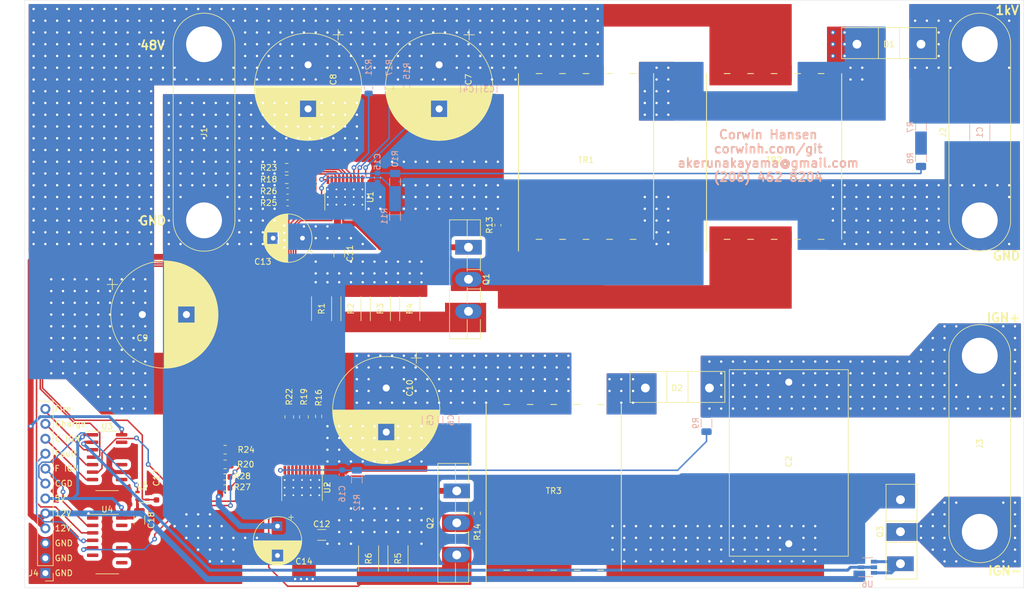
<source format=kicad_pcb>
(kicad_pcb (version 20171130) (host pcbnew 5.1.7+dfsg1-1~bpo10+1)

  (general
    (thickness 1.6)
    (drawings 23)
    (tracks 1588)
    (zones 0)
    (modules 64)
    (nets 53)
  )

  (page A4)
  (layers
    (0 F.Cu signal)
    (31 B.Cu signal)
    (32 B.Adhes user)
    (33 F.Adhes user)
    (34 B.Paste user)
    (35 F.Paste user)
    (36 B.SilkS user)
    (37 F.SilkS user)
    (38 B.Mask user)
    (39 F.Mask user)
    (40 Dwgs.User user)
    (41 Cmts.User user)
    (42 Eco1.User user)
    (43 Eco2.User user)
    (44 Edge.Cuts user)
    (45 Margin user)
    (46 B.CrtYd user)
    (47 F.CrtYd user)
    (48 B.Fab user)
    (49 F.Fab user)
  )

  (setup
    (last_trace_width 0.254)
    (user_trace_width 0.5)
    (user_trace_width 0.762)
    (user_trace_width 1)
    (trace_clearance 0.127)
    (zone_clearance 0.1)
    (zone_45_only no)
    (trace_min 0.2)
    (via_size 0.8128)
    (via_drill 0.4064)
    (via_min_size 0.4)
    (via_min_drill 0.3)
    (uvia_size 0.3048)
    (uvia_drill 0.1016)
    (uvias_allowed no)
    (uvia_min_size 0.2)
    (uvia_min_drill 0.1)
    (edge_width 0.05)
    (segment_width 0.2)
    (pcb_text_width 0.3)
    (pcb_text_size 1.5 1.5)
    (mod_edge_width 0.12)
    (mod_text_size 1 1)
    (mod_text_width 0.15)
    (pad_size 2 2.75)
    (pad_drill 0)
    (pad_to_mask_clearance -0.0254)
    (pad_to_paste_clearance -0.0254)
    (aux_axis_origin 0 0)
    (visible_elements FFFFFF7F)
    (pcbplotparams
      (layerselection 0x010fc_ffffffff)
      (usegerberextensions false)
      (usegerberattributes true)
      (usegerberadvancedattributes true)
      (creategerberjobfile true)
      (excludeedgelayer true)
      (linewidth 0.100000)
      (plotframeref false)
      (viasonmask false)
      (mode 1)
      (useauxorigin false)
      (hpglpennumber 1)
      (hpglpenspeed 20)
      (hpglpendiameter 15.000000)
      (psnegative false)
      (psa4output false)
      (plotreference true)
      (plotvalue true)
      (plotinvisibletext false)
      (padsonsilk false)
      (subtractmaskfromsilk false)
      (outputformat 1)
      (mirror false)
      (drillshape 1)
      (scaleselection 1)
      (outputdirectory ""))
  )

  (net 0 "")
  (net 1 GND)
  (net 2 "Net-(C1-Pad1)")
  (net 3 "Net-(C2-Pad1)")
  (net 4 VCC)
  (net 5 Vtrans)
  (net 6 /Transformer/out+)
  (net 7 "Net-(Q1-Pad3)")
  (net 8 /Transformer/in-)
  (net 9 "Net-(Q1-Pad1)")
  (net 10 "Net-(R15-Pad2)")
  (net 11 ~FAULT~)
  (net 12 "Net-(C15-Pad1)")
  (net 13 "Net-(C16-Pad1)")
  (net 14 "Net-(D2-Pad2)")
  (net 15 FIRE)
  (net 16 CHARGE)
  (net 17 CHARGE_IGN)
  (net 18 ~FAULT_5V~)
  (net 19 ~FAULT_IGN_5V~)
  (net 20 Charged)
  (net 21 +5V)
  (net 22 "Net-(Q2-Pad3)")
  (net 23 "Net-(Q2-Pad2)")
  (net 24 "Net-(Q2-Pad1)")
  (net 25 "Net-(Q3-Pad1)")
  (net 26 "Net-(R7-Pad2)")
  (net 27 "Net-(R13-Pad2)")
  (net 28 "Net-(R14-Pad2)")
  (net 29 "Net-(R16-Pad2)")
  (net 30 "Net-(R17-Pad1)")
  (net 31 "Net-(R18-Pad1)")
  (net 32 "Net-(R19-Pad1)")
  (net 33 "Net-(R20-Pad1)")
  (net 34 "Net-(R21-Pad1)")
  (net 35 "Net-(R22-Pad1)")
  (net 36 "Net-(R23-Pad1)")
  (net 37 "Net-(R24-Pad1)")
  (net 38 "Net-(R25-Pad1)")
  (net 39 "Net-(R27-Pad1)")
  (net 40 ~FAULT_IGN~)
  (net 41 "Net-(U3-Pad15)")
  (net 42 "Net-(U3-Pad12)")
  (net 43 "Net-(U3-Pad10)")
  (net 44 CHARGE_IGN_5V)
  (net 45 CHARGE_5V)
  (net 46 FIRE_5V)
  (net 47 "Net-(U4-Pad15)")
  (net 48 "Net-(U4-Pad12)")
  (net 49 "Net-(U4-Pad10)")
  (net 50 "Net-(U4-Pad6)")
  (net 51 "Net-(J3-Pad1)")
  (net 52 "Net-(C17-Pad1)")

  (net_class Default "This is the default net class."
    (clearance 0.127)
    (trace_width 0.254)
    (via_dia 0.8128)
    (via_drill 0.4064)
    (uvia_dia 0.3048)
    (uvia_drill 0.1016)
    (diff_pair_width 0.2032)
    (diff_pair_gap 0.254)
    (add_net +5V)
    (add_net CHARGE)
    (add_net CHARGE_5V)
    (add_net CHARGE_IGN)
    (add_net CHARGE_IGN_5V)
    (add_net Charged)
    (add_net FIRE)
    (add_net FIRE_5V)
    (add_net GND)
    (add_net "Net-(C15-Pad1)")
    (add_net "Net-(C16-Pad1)")
    (add_net "Net-(C17-Pad1)")
    (add_net "Net-(D2-Pad2)")
    (add_net "Net-(J3-Pad1)")
    (add_net "Net-(Q2-Pad1)")
    (add_net "Net-(Q2-Pad2)")
    (add_net "Net-(Q2-Pad3)")
    (add_net "Net-(Q3-Pad1)")
    (add_net "Net-(R13-Pad2)")
    (add_net "Net-(R14-Pad2)")
    (add_net "Net-(R15-Pad2)")
    (add_net "Net-(R16-Pad2)")
    (add_net "Net-(R17-Pad1)")
    (add_net "Net-(R18-Pad1)")
    (add_net "Net-(R19-Pad1)")
    (add_net "Net-(R20-Pad1)")
    (add_net "Net-(R21-Pad1)")
    (add_net "Net-(R22-Pad1)")
    (add_net "Net-(R23-Pad1)")
    (add_net "Net-(R24-Pad1)")
    (add_net "Net-(R25-Pad1)")
    (add_net "Net-(R27-Pad1)")
    (add_net "Net-(R7-Pad2)")
    (add_net "Net-(U3-Pad10)")
    (add_net "Net-(U3-Pad12)")
    (add_net "Net-(U3-Pad15)")
    (add_net "Net-(U4-Pad10)")
    (add_net "Net-(U4-Pad12)")
    (add_net "Net-(U4-Pad15)")
    (add_net "Net-(U4-Pad6)")
    (add_net VCC)
    (add_net ~FAULT_5V~)
    (add_net ~FAULT_IGN_5V~)
    (add_net ~FAULT_IGN~)
    (add_net ~FAULT~)
  )

  (net_class "High Current" ""
    (clearance 0.15)
    (trace_width 0.381)
    (via_dia 0.8128)
    (via_drill 0.4064)
    (uvia_dia 0.3048)
    (uvia_drill 0.1016)
    (diff_pair_width 0.2032)
    (diff_pair_gap 0.254)
    (add_net "Net-(Q1-Pad1)")
  )

  (net_class "High Voltage" ""
    (clearance 5.588)
    (trace_width 0.254)
    (via_dia 0.8128)
    (via_drill 0.4064)
    (uvia_dia 0.3048)
    (uvia_drill 0.1016)
    (diff_pair_width 0.2032)
    (diff_pair_gap 0.254)
  )

  (net_class "High Voltage Low Clearence" ""
    (clearance 1.27)
    (trace_width 0.254)
    (via_dia 0.8128)
    (via_drill 0.4064)
    (uvia_dia 0.3048)
    (uvia_drill 0.1016)
    (diff_pair_width 0.2032)
    (diff_pair_gap 0.254)
    (add_net /Transformer/out+)
    (add_net "Net-(C1-Pad1)")
  )

  (net_class "Mid Voltage" ""
    (clearance 1.27)
    (trace_width 0.254)
    (via_dia 0.8128)
    (via_drill 0.4064)
    (uvia_dia 0.3048)
    (uvia_drill 0.1016)
    (diff_pair_width 0.2032)
    (diff_pair_gap 0.254)
  )

  (net_class "Mid Voltage Low Clearence" ""
    (clearance 0.127)
    (trace_width 0.254)
    (via_dia 0.8128)
    (via_drill 0.4064)
    (uvia_dia 0.3048)
    (uvia_drill 0.1016)
    (diff_pair_width 0.2032)
    (diff_pair_gap 0.254)
    (add_net /Transformer/in-)
    (add_net "Net-(C2-Pad1)")
    (add_net "Net-(Q1-Pad3)")
    (add_net Vtrans)
  )

  (module Capacitor_SMD:C_1206_3216Metric (layer F.Cu) (tedit 5F68FEEE) (tstamp 5F9B6F69)
    (at 69 140.975 270)
    (descr "Capacitor SMD 1206 (3216 Metric), square (rectangular) end terminal, IPC_7351 nominal, (Body size source: IPC-SM-782 page 76, https://www.pcb-3d.com/wordpress/wp-content/uploads/ipc-sm-782a_amendment_1_and_2.pdf), generated with kicad-footprint-generator")
    (tags capacitor)
    (path /60088DD7)
    (attr smd)
    (fp_text reference C18 (at 0.025 -2 90) (layer F.SilkS)
      (effects (font (size 1 1) (thickness 0.15)))
    )
    (fp_text value 10uF (at 0 1.85 90) (layer F.Fab)
      (effects (font (size 1 1) (thickness 0.15)))
    )
    (fp_line (start 2.3 1.15) (end -2.3 1.15) (layer F.CrtYd) (width 0.05))
    (fp_line (start 2.3 -1.15) (end 2.3 1.15) (layer F.CrtYd) (width 0.05))
    (fp_line (start -2.3 -1.15) (end 2.3 -1.15) (layer F.CrtYd) (width 0.05))
    (fp_line (start -2.3 1.15) (end -2.3 -1.15) (layer F.CrtYd) (width 0.05))
    (fp_line (start -0.711252 0.91) (end 0.711252 0.91) (layer F.SilkS) (width 0.12))
    (fp_line (start -0.711252 -0.91) (end 0.711252 -0.91) (layer F.SilkS) (width 0.12))
    (fp_line (start 1.6 0.8) (end -1.6 0.8) (layer F.Fab) (width 0.1))
    (fp_line (start 1.6 -0.8) (end 1.6 0.8) (layer F.Fab) (width 0.1))
    (fp_line (start -1.6 -0.8) (end 1.6 -0.8) (layer F.Fab) (width 0.1))
    (fp_line (start -1.6 0.8) (end -1.6 -0.8) (layer F.Fab) (width 0.1))
    (fp_text user %R (at 0 0 90) (layer F.Fab)
      (effects (font (size 0.8 0.8) (thickness 0.12)))
    )
    (pad 2 smd roundrect (at 1.475 0 270) (size 1.15 1.8) (layers F.Cu F.Paste F.Mask) (roundrect_rratio 0.217391)
      (net 1 GND))
    (pad 1 smd roundrect (at -1.475 0 270) (size 1.15 1.8) (layers F.Cu F.Paste F.Mask) (roundrect_rratio 0.217391)
      (net 21 +5V))
    (model ${KISYS3DMOD}/Capacitor_SMD.3dshapes/C_1206_3216Metric.wrl
      (at (xyz 0 0 0))
      (scale (xyz 1 1 1))
      (rotate (xyz 0 0 0))
    )
  )

  (module Capacitor_SMD:C_0603_1608Metric (layer F.Cu) (tedit 5F68FEEE) (tstamp 5F9A8EA3)
    (at 71.9 136.775 90)
    (descr "Capacitor SMD 0603 (1608 Metric), square (rectangular) end terminal, IPC_7351 nominal, (Body size source: IPC-SM-782 page 76, https://www.pcb-3d.com/wordpress/wp-content/uploads/ipc-sm-782a_amendment_1_and_2.pdf), generated with kicad-footprint-generator")
    (tags capacitor)
    (path /5FF9BF8C)
    (attr smd)
    (fp_text reference C17 (at 3 0 90) (layer F.SilkS)
      (effects (font (size 1 1) (thickness 0.15)))
    )
    (fp_text value 10nF (at 0 1.43 90) (layer F.Fab)
      (effects (font (size 1 1) (thickness 0.15)))
    )
    (fp_line (start 1.48 0.73) (end -1.48 0.73) (layer F.CrtYd) (width 0.05))
    (fp_line (start 1.48 -0.73) (end 1.48 0.73) (layer F.CrtYd) (width 0.05))
    (fp_line (start -1.48 -0.73) (end 1.48 -0.73) (layer F.CrtYd) (width 0.05))
    (fp_line (start -1.48 0.73) (end -1.48 -0.73) (layer F.CrtYd) (width 0.05))
    (fp_line (start -0.14058 0.51) (end 0.14058 0.51) (layer F.SilkS) (width 0.12))
    (fp_line (start -0.14058 -0.51) (end 0.14058 -0.51) (layer F.SilkS) (width 0.12))
    (fp_line (start 0.8 0.4) (end -0.8 0.4) (layer F.Fab) (width 0.1))
    (fp_line (start 0.8 -0.4) (end 0.8 0.4) (layer F.Fab) (width 0.1))
    (fp_line (start -0.8 -0.4) (end 0.8 -0.4) (layer F.Fab) (width 0.1))
    (fp_line (start -0.8 0.4) (end -0.8 -0.4) (layer F.Fab) (width 0.1))
    (fp_text user %R (at 0 0 90) (layer F.Fab)
      (effects (font (size 0.4 0.4) (thickness 0.06)))
    )
    (pad 2 smd roundrect (at 0.775 0 90) (size 0.9 0.95) (layers F.Cu F.Paste F.Mask) (roundrect_rratio 0.25)
      (net 1 GND))
    (pad 1 smd roundrect (at -0.775 0 90) (size 0.9 0.95) (layers F.Cu F.Paste F.Mask) (roundrect_rratio 0.25)
      (net 52 "Net-(C17-Pad1)"))
    (model ${KISYS3DMOD}/Capacitor_SMD.3dshapes/C_0603_1608Metric.wrl
      (at (xyz 0 0 0))
      (scale (xyz 1 1 1))
      (rotate (xyz 0 0 0))
    )
  )

  (module Capacitor_THT:CP_Radial_D18.0mm_P7.50mm (layer F.Cu) (tedit 5AE50EF1) (tstamp 5F9A5547)
    (at 69.5 106)
    (descr "CP, Radial series, Radial, pin pitch=7.50mm, , diameter=18mm, Electrolytic Capacitor")
    (tags "CP Radial series Radial pin pitch 7.50mm  diameter 18mm Electrolytic Capacitor")
    (path /5F8F4FEB)
    (fp_text reference C9 (at 0 4) (layer F.SilkS)
      (effects (font (size 1 1) (thickness 0.15)))
    )
    (fp_text value 1000uF (at 3.75 10.25) (layer F.Fab)
      (effects (font (size 1 1) (thickness 0.15)))
    )
    (fp_line (start -5.10944 -6.015) (end -5.10944 -4.215) (layer F.SilkS) (width 0.12))
    (fp_line (start -6.00944 -5.115) (end -4.20944 -5.115) (layer F.SilkS) (width 0.12))
    (fp_line (start 12.87 -0.04) (end 12.87 0.04) (layer F.SilkS) (width 0.12))
    (fp_line (start 12.83 -0.814) (end 12.83 0.814) (layer F.SilkS) (width 0.12))
    (fp_line (start 12.79 -1.166) (end 12.79 1.166) (layer F.SilkS) (width 0.12))
    (fp_line (start 12.75 -1.435) (end 12.75 1.435) (layer F.SilkS) (width 0.12))
    (fp_line (start 12.71 -1.661) (end 12.71 1.661) (layer F.SilkS) (width 0.12))
    (fp_line (start 12.67 -1.86) (end 12.67 1.86) (layer F.SilkS) (width 0.12))
    (fp_line (start 12.63 -2.039) (end 12.63 2.039) (layer F.SilkS) (width 0.12))
    (fp_line (start 12.59 -2.203) (end 12.59 2.203) (layer F.SilkS) (width 0.12))
    (fp_line (start 12.55 -2.355) (end 12.55 2.355) (layer F.SilkS) (width 0.12))
    (fp_line (start 12.51 -2.498) (end 12.51 2.498) (layer F.SilkS) (width 0.12))
    (fp_line (start 12.47 -2.632) (end 12.47 2.632) (layer F.SilkS) (width 0.12))
    (fp_line (start 12.43 -2.759) (end 12.43 2.759) (layer F.SilkS) (width 0.12))
    (fp_line (start 12.39 -2.88) (end 12.39 2.88) (layer F.SilkS) (width 0.12))
    (fp_line (start 12.35 -2.996) (end 12.35 2.996) (layer F.SilkS) (width 0.12))
    (fp_line (start 12.31 -3.107) (end 12.31 3.107) (layer F.SilkS) (width 0.12))
    (fp_line (start 12.27 -3.214) (end 12.27 3.214) (layer F.SilkS) (width 0.12))
    (fp_line (start 12.23 -3.317) (end 12.23 3.317) (layer F.SilkS) (width 0.12))
    (fp_line (start 12.19 -3.416) (end 12.19 3.416) (layer F.SilkS) (width 0.12))
    (fp_line (start 12.15 -3.512) (end 12.15 3.512) (layer F.SilkS) (width 0.12))
    (fp_line (start 12.11 -3.605) (end 12.11 3.605) (layer F.SilkS) (width 0.12))
    (fp_line (start 12.07 -3.696) (end 12.07 3.696) (layer F.SilkS) (width 0.12))
    (fp_line (start 12.03 -3.784) (end 12.03 3.784) (layer F.SilkS) (width 0.12))
    (fp_line (start 11.99 -3.869) (end 11.99 3.869) (layer F.SilkS) (width 0.12))
    (fp_line (start 11.95 -3.952) (end 11.95 3.952) (layer F.SilkS) (width 0.12))
    (fp_line (start 11.911 -4.033) (end 11.911 4.033) (layer F.SilkS) (width 0.12))
    (fp_line (start 11.871 -4.113) (end 11.871 4.113) (layer F.SilkS) (width 0.12))
    (fp_line (start 11.831 -4.19) (end 11.831 4.19) (layer F.SilkS) (width 0.12))
    (fp_line (start 11.791 -4.265) (end 11.791 4.265) (layer F.SilkS) (width 0.12))
    (fp_line (start 11.751 -4.339) (end 11.751 4.339) (layer F.SilkS) (width 0.12))
    (fp_line (start 11.711 -4.412) (end 11.711 4.412) (layer F.SilkS) (width 0.12))
    (fp_line (start 11.671 -4.482) (end 11.671 4.482) (layer F.SilkS) (width 0.12))
    (fp_line (start 11.631 -4.552) (end 11.631 4.552) (layer F.SilkS) (width 0.12))
    (fp_line (start 11.591 -4.62) (end 11.591 4.62) (layer F.SilkS) (width 0.12))
    (fp_line (start 11.551 -4.686) (end 11.551 4.686) (layer F.SilkS) (width 0.12))
    (fp_line (start 11.511 -4.752) (end 11.511 4.752) (layer F.SilkS) (width 0.12))
    (fp_line (start 11.471 -4.816) (end 11.471 4.816) (layer F.SilkS) (width 0.12))
    (fp_line (start 11.431 -4.879) (end 11.431 4.879) (layer F.SilkS) (width 0.12))
    (fp_line (start 11.391 -4.941) (end 11.391 4.941) (layer F.SilkS) (width 0.12))
    (fp_line (start 11.351 -5.002) (end 11.351 5.002) (layer F.SilkS) (width 0.12))
    (fp_line (start 11.311 -5.062) (end 11.311 5.062) (layer F.SilkS) (width 0.12))
    (fp_line (start 11.271 -5.12) (end 11.271 5.12) (layer F.SilkS) (width 0.12))
    (fp_line (start 11.231 -5.178) (end 11.231 5.178) (layer F.SilkS) (width 0.12))
    (fp_line (start 11.191 -5.235) (end 11.191 5.235) (layer F.SilkS) (width 0.12))
    (fp_line (start 11.151 -5.291) (end 11.151 5.291) (layer F.SilkS) (width 0.12))
    (fp_line (start 11.111 -5.346) (end 11.111 5.346) (layer F.SilkS) (width 0.12))
    (fp_line (start 11.071 -5.4) (end 11.071 5.4) (layer F.SilkS) (width 0.12))
    (fp_line (start 11.031 -5.454) (end 11.031 5.454) (layer F.SilkS) (width 0.12))
    (fp_line (start 10.991 -5.506) (end 10.991 5.506) (layer F.SilkS) (width 0.12))
    (fp_line (start 10.951 -5.558) (end 10.951 5.558) (layer F.SilkS) (width 0.12))
    (fp_line (start 10.911 -5.609) (end 10.911 5.609) (layer F.SilkS) (width 0.12))
    (fp_line (start 10.871 -5.66) (end 10.871 5.66) (layer F.SilkS) (width 0.12))
    (fp_line (start 10.831 -5.709) (end 10.831 5.709) (layer F.SilkS) (width 0.12))
    (fp_line (start 10.791 -5.758) (end 10.791 5.758) (layer F.SilkS) (width 0.12))
    (fp_line (start 10.751 -5.806) (end 10.751 5.806) (layer F.SilkS) (width 0.12))
    (fp_line (start 10.711 -5.854) (end 10.711 5.854) (layer F.SilkS) (width 0.12))
    (fp_line (start 10.671 -5.901) (end 10.671 5.901) (layer F.SilkS) (width 0.12))
    (fp_line (start 10.631 -5.947) (end 10.631 5.947) (layer F.SilkS) (width 0.12))
    (fp_line (start 10.591 -5.993) (end 10.591 5.993) (layer F.SilkS) (width 0.12))
    (fp_line (start 10.551 -6.038) (end 10.551 6.038) (layer F.SilkS) (width 0.12))
    (fp_line (start 10.511 -6.082) (end 10.511 6.082) (layer F.SilkS) (width 0.12))
    (fp_line (start 10.471 -6.126) (end 10.471 6.126) (layer F.SilkS) (width 0.12))
    (fp_line (start 10.431 -6.17) (end 10.431 6.17) (layer F.SilkS) (width 0.12))
    (fp_line (start 10.391 -6.212) (end 10.391 6.212) (layer F.SilkS) (width 0.12))
    (fp_line (start 10.351 -6.254) (end 10.351 6.254) (layer F.SilkS) (width 0.12))
    (fp_line (start 10.311 -6.296) (end 10.311 6.296) (layer F.SilkS) (width 0.12))
    (fp_line (start 10.271 -6.337) (end 10.271 6.337) (layer F.SilkS) (width 0.12))
    (fp_line (start 10.231 -6.378) (end 10.231 6.378) (layer F.SilkS) (width 0.12))
    (fp_line (start 10.191 -6.418) (end 10.191 6.418) (layer F.SilkS) (width 0.12))
    (fp_line (start 10.151 -6.458) (end 10.151 6.458) (layer F.SilkS) (width 0.12))
    (fp_line (start 10.111 -6.497) (end 10.111 6.497) (layer F.SilkS) (width 0.12))
    (fp_line (start 10.071 -6.536) (end 10.071 6.536) (layer F.SilkS) (width 0.12))
    (fp_line (start 10.031 -6.574) (end 10.031 6.574) (layer F.SilkS) (width 0.12))
    (fp_line (start 9.991 -6.612) (end 9.991 6.612) (layer F.SilkS) (width 0.12))
    (fp_line (start 9.951 -6.649) (end 9.951 6.649) (layer F.SilkS) (width 0.12))
    (fp_line (start 9.911 -6.686) (end 9.911 6.686) (layer F.SilkS) (width 0.12))
    (fp_line (start 9.871 -6.722) (end 9.871 6.722) (layer F.SilkS) (width 0.12))
    (fp_line (start 9.831 -6.758) (end 9.831 6.758) (layer F.SilkS) (width 0.12))
    (fp_line (start 9.791 -6.794) (end 9.791 6.794) (layer F.SilkS) (width 0.12))
    (fp_line (start 9.751 -6.829) (end 9.751 6.829) (layer F.SilkS) (width 0.12))
    (fp_line (start 9.711 -6.864) (end 9.711 6.864) (layer F.SilkS) (width 0.12))
    (fp_line (start 9.671 -6.898) (end 9.671 6.898) (layer F.SilkS) (width 0.12))
    (fp_line (start 9.631 -6.932) (end 9.631 6.932) (layer F.SilkS) (width 0.12))
    (fp_line (start 9.591 -6.965) (end 9.591 6.965) (layer F.SilkS) (width 0.12))
    (fp_line (start 9.551 -6.999) (end 9.551 6.999) (layer F.SilkS) (width 0.12))
    (fp_line (start 9.511 -7.031) (end 9.511 7.031) (layer F.SilkS) (width 0.12))
    (fp_line (start 9.471 -7.064) (end 9.471 7.064) (layer F.SilkS) (width 0.12))
    (fp_line (start 9.431 -7.096) (end 9.431 7.096) (layer F.SilkS) (width 0.12))
    (fp_line (start 9.391 -7.127) (end 9.391 7.127) (layer F.SilkS) (width 0.12))
    (fp_line (start 9.351 -7.159) (end 9.351 7.159) (layer F.SilkS) (width 0.12))
    (fp_line (start 9.311 -7.19) (end 9.311 7.19) (layer F.SilkS) (width 0.12))
    (fp_line (start 9.271 -7.22) (end 9.271 7.22) (layer F.SilkS) (width 0.12))
    (fp_line (start 9.231 -7.25) (end 9.231 7.25) (layer F.SilkS) (width 0.12))
    (fp_line (start 9.191 -7.28) (end 9.191 7.28) (layer F.SilkS) (width 0.12))
    (fp_line (start 9.151 -7.31) (end 9.151 7.31) (layer F.SilkS) (width 0.12))
    (fp_line (start 9.111 -7.339) (end 9.111 7.339) (layer F.SilkS) (width 0.12))
    (fp_line (start 9.071 -7.368) (end 9.071 7.368) (layer F.SilkS) (width 0.12))
    (fp_line (start 9.031 -7.397) (end 9.031 7.397) (layer F.SilkS) (width 0.12))
    (fp_line (start 8.991 -7.425) (end 8.991 7.425) (layer F.SilkS) (width 0.12))
    (fp_line (start 8.951 -7.453) (end 8.951 7.453) (layer F.SilkS) (width 0.12))
    (fp_line (start 8.911 1.44) (end 8.911 7.48) (layer F.SilkS) (width 0.12))
    (fp_line (start 8.911 -7.48) (end 8.911 -1.44) (layer F.SilkS) (width 0.12))
    (fp_line (start 8.871 1.44) (end 8.871 7.508) (layer F.SilkS) (width 0.12))
    (fp_line (start 8.871 -7.508) (end 8.871 -1.44) (layer F.SilkS) (width 0.12))
    (fp_line (start 8.831 1.44) (end 8.831 7.535) (layer F.SilkS) (width 0.12))
    (fp_line (start 8.831 -7.535) (end 8.831 -1.44) (layer F.SilkS) (width 0.12))
    (fp_line (start 8.791 1.44) (end 8.791 7.561) (layer F.SilkS) (width 0.12))
    (fp_line (start 8.791 -7.561) (end 8.791 -1.44) (layer F.SilkS) (width 0.12))
    (fp_line (start 8.751 1.44) (end 8.751 7.588) (layer F.SilkS) (width 0.12))
    (fp_line (start 8.751 -7.588) (end 8.751 -1.44) (layer F.SilkS) (width 0.12))
    (fp_line (start 8.711 1.44) (end 8.711 7.614) (layer F.SilkS) (width 0.12))
    (fp_line (start 8.711 -7.614) (end 8.711 -1.44) (layer F.SilkS) (width 0.12))
    (fp_line (start 8.671 1.44) (end 8.671 7.64) (layer F.SilkS) (width 0.12))
    (fp_line (start 8.671 -7.64) (end 8.671 -1.44) (layer F.SilkS) (width 0.12))
    (fp_line (start 8.631 1.44) (end 8.631 7.665) (layer F.SilkS) (width 0.12))
    (fp_line (start 8.631 -7.665) (end 8.631 -1.44) (layer F.SilkS) (width 0.12))
    (fp_line (start 8.591 1.44) (end 8.591 7.69) (layer F.SilkS) (width 0.12))
    (fp_line (start 8.591 -7.69) (end 8.591 -1.44) (layer F.SilkS) (width 0.12))
    (fp_line (start 8.551 1.44) (end 8.551 7.715) (layer F.SilkS) (width 0.12))
    (fp_line (start 8.551 -7.715) (end 8.551 -1.44) (layer F.SilkS) (width 0.12))
    (fp_line (start 8.511 1.44) (end 8.511 7.74) (layer F.SilkS) (width 0.12))
    (fp_line (start 8.511 -7.74) (end 8.511 -1.44) (layer F.SilkS) (width 0.12))
    (fp_line (start 8.471 1.44) (end 8.471 7.764) (layer F.SilkS) (width 0.12))
    (fp_line (start 8.471 -7.764) (end 8.471 -1.44) (layer F.SilkS) (width 0.12))
    (fp_line (start 8.431 1.44) (end 8.431 7.788) (layer F.SilkS) (width 0.12))
    (fp_line (start 8.431 -7.788) (end 8.431 -1.44) (layer F.SilkS) (width 0.12))
    (fp_line (start 8.391 1.44) (end 8.391 7.812) (layer F.SilkS) (width 0.12))
    (fp_line (start 8.391 -7.812) (end 8.391 -1.44) (layer F.SilkS) (width 0.12))
    (fp_line (start 8.351 1.44) (end 8.351 7.835) (layer F.SilkS) (width 0.12))
    (fp_line (start 8.351 -7.835) (end 8.351 -1.44) (layer F.SilkS) (width 0.12))
    (fp_line (start 8.311 1.44) (end 8.311 7.859) (layer F.SilkS) (width 0.12))
    (fp_line (start 8.311 -7.859) (end 8.311 -1.44) (layer F.SilkS) (width 0.12))
    (fp_line (start 8.271 1.44) (end 8.271 7.882) (layer F.SilkS) (width 0.12))
    (fp_line (start 8.271 -7.882) (end 8.271 -1.44) (layer F.SilkS) (width 0.12))
    (fp_line (start 8.231 1.44) (end 8.231 7.904) (layer F.SilkS) (width 0.12))
    (fp_line (start 8.231 -7.904) (end 8.231 -1.44) (layer F.SilkS) (width 0.12))
    (fp_line (start 8.191 1.44) (end 8.191 7.927) (layer F.SilkS) (width 0.12))
    (fp_line (start 8.191 -7.927) (end 8.191 -1.44) (layer F.SilkS) (width 0.12))
    (fp_line (start 8.151 1.44) (end 8.151 7.949) (layer F.SilkS) (width 0.12))
    (fp_line (start 8.151 -7.949) (end 8.151 -1.44) (layer F.SilkS) (width 0.12))
    (fp_line (start 8.111 1.44) (end 8.111 7.971) (layer F.SilkS) (width 0.12))
    (fp_line (start 8.111 -7.971) (end 8.111 -1.44) (layer F.SilkS) (width 0.12))
    (fp_line (start 8.071 1.44) (end 8.071 7.992) (layer F.SilkS) (width 0.12))
    (fp_line (start 8.071 -7.992) (end 8.071 -1.44) (layer F.SilkS) (width 0.12))
    (fp_line (start 8.031 1.44) (end 8.031 8.014) (layer F.SilkS) (width 0.12))
    (fp_line (start 8.031 -8.014) (end 8.031 -1.44) (layer F.SilkS) (width 0.12))
    (fp_line (start 7.991 1.44) (end 7.991 8.035) (layer F.SilkS) (width 0.12))
    (fp_line (start 7.991 -8.035) (end 7.991 -1.44) (layer F.SilkS) (width 0.12))
    (fp_line (start 7.951 1.44) (end 7.951 8.056) (layer F.SilkS) (width 0.12))
    (fp_line (start 7.951 -8.056) (end 7.951 -1.44) (layer F.SilkS) (width 0.12))
    (fp_line (start 7.911 1.44) (end 7.911 8.076) (layer F.SilkS) (width 0.12))
    (fp_line (start 7.911 -8.076) (end 7.911 -1.44) (layer F.SilkS) (width 0.12))
    (fp_line (start 7.871 1.44) (end 7.871 8.097) (layer F.SilkS) (width 0.12))
    (fp_line (start 7.871 -8.097) (end 7.871 -1.44) (layer F.SilkS) (width 0.12))
    (fp_line (start 7.831 1.44) (end 7.831 8.117) (layer F.SilkS) (width 0.12))
    (fp_line (start 7.831 -8.117) (end 7.831 -1.44) (layer F.SilkS) (width 0.12))
    (fp_line (start 7.791 1.44) (end 7.791 8.137) (layer F.SilkS) (width 0.12))
    (fp_line (start 7.791 -8.137) (end 7.791 -1.44) (layer F.SilkS) (width 0.12))
    (fp_line (start 7.751 1.44) (end 7.751 8.156) (layer F.SilkS) (width 0.12))
    (fp_line (start 7.751 -8.156) (end 7.751 -1.44) (layer F.SilkS) (width 0.12))
    (fp_line (start 7.711 1.44) (end 7.711 8.176) (layer F.SilkS) (width 0.12))
    (fp_line (start 7.711 -8.176) (end 7.711 -1.44) (layer F.SilkS) (width 0.12))
    (fp_line (start 7.671 1.44) (end 7.671 8.195) (layer F.SilkS) (width 0.12))
    (fp_line (start 7.671 -8.195) (end 7.671 -1.44) (layer F.SilkS) (width 0.12))
    (fp_line (start 7.631 1.44) (end 7.631 8.214) (layer F.SilkS) (width 0.12))
    (fp_line (start 7.631 -8.214) (end 7.631 -1.44) (layer F.SilkS) (width 0.12))
    (fp_line (start 7.591 1.44) (end 7.591 8.233) (layer F.SilkS) (width 0.12))
    (fp_line (start 7.591 -8.233) (end 7.591 -1.44) (layer F.SilkS) (width 0.12))
    (fp_line (start 7.551 1.44) (end 7.551 8.251) (layer F.SilkS) (width 0.12))
    (fp_line (start 7.551 -8.251) (end 7.551 -1.44) (layer F.SilkS) (width 0.12))
    (fp_line (start 7.511 1.44) (end 7.511 8.269) (layer F.SilkS) (width 0.12))
    (fp_line (start 7.511 -8.269) (end 7.511 -1.44) (layer F.SilkS) (width 0.12))
    (fp_line (start 7.471 1.44) (end 7.471 8.287) (layer F.SilkS) (width 0.12))
    (fp_line (start 7.471 -8.287) (end 7.471 -1.44) (layer F.SilkS) (width 0.12))
    (fp_line (start 7.431 1.44) (end 7.431 8.305) (layer F.SilkS) (width 0.12))
    (fp_line (start 7.431 -8.305) (end 7.431 -1.44) (layer F.SilkS) (width 0.12))
    (fp_line (start 7.391 1.44) (end 7.391 8.323) (layer F.SilkS) (width 0.12))
    (fp_line (start 7.391 -8.323) (end 7.391 -1.44) (layer F.SilkS) (width 0.12))
    (fp_line (start 7.351 1.44) (end 7.351 8.34) (layer F.SilkS) (width 0.12))
    (fp_line (start 7.351 -8.34) (end 7.351 -1.44) (layer F.SilkS) (width 0.12))
    (fp_line (start 7.311 1.44) (end 7.311 8.357) (layer F.SilkS) (width 0.12))
    (fp_line (start 7.311 -8.357) (end 7.311 -1.44) (layer F.SilkS) (width 0.12))
    (fp_line (start 7.271 1.44) (end 7.271 8.374) (layer F.SilkS) (width 0.12))
    (fp_line (start 7.271 -8.374) (end 7.271 -1.44) (layer F.SilkS) (width 0.12))
    (fp_line (start 7.231 1.44) (end 7.231 8.39) (layer F.SilkS) (width 0.12))
    (fp_line (start 7.231 -8.39) (end 7.231 -1.44) (layer F.SilkS) (width 0.12))
    (fp_line (start 7.191 1.44) (end 7.191 8.407) (layer F.SilkS) (width 0.12))
    (fp_line (start 7.191 -8.407) (end 7.191 -1.44) (layer F.SilkS) (width 0.12))
    (fp_line (start 7.151 1.44) (end 7.151 8.423) (layer F.SilkS) (width 0.12))
    (fp_line (start 7.151 -8.423) (end 7.151 -1.44) (layer F.SilkS) (width 0.12))
    (fp_line (start 7.111 1.44) (end 7.111 8.439) (layer F.SilkS) (width 0.12))
    (fp_line (start 7.111 -8.439) (end 7.111 -1.44) (layer F.SilkS) (width 0.12))
    (fp_line (start 7.071 1.44) (end 7.071 8.455) (layer F.SilkS) (width 0.12))
    (fp_line (start 7.071 -8.455) (end 7.071 -1.44) (layer F.SilkS) (width 0.12))
    (fp_line (start 7.031 1.44) (end 7.031 8.47) (layer F.SilkS) (width 0.12))
    (fp_line (start 7.031 -8.47) (end 7.031 -1.44) (layer F.SilkS) (width 0.12))
    (fp_line (start 6.991 1.44) (end 6.991 8.486) (layer F.SilkS) (width 0.12))
    (fp_line (start 6.991 -8.486) (end 6.991 -1.44) (layer F.SilkS) (width 0.12))
    (fp_line (start 6.951 1.44) (end 6.951 8.501) (layer F.SilkS) (width 0.12))
    (fp_line (start 6.951 -8.501) (end 6.951 -1.44) (layer F.SilkS) (width 0.12))
    (fp_line (start 6.911 1.44) (end 6.911 8.516) (layer F.SilkS) (width 0.12))
    (fp_line (start 6.911 -8.516) (end 6.911 -1.44) (layer F.SilkS) (width 0.12))
    (fp_line (start 6.871 1.44) (end 6.871 8.53) (layer F.SilkS) (width 0.12))
    (fp_line (start 6.871 -8.53) (end 6.871 -1.44) (layer F.SilkS) (width 0.12))
    (fp_line (start 6.831 1.44) (end 6.831 8.545) (layer F.SilkS) (width 0.12))
    (fp_line (start 6.831 -8.545) (end 6.831 -1.44) (layer F.SilkS) (width 0.12))
    (fp_line (start 6.791 1.44) (end 6.791 8.559) (layer F.SilkS) (width 0.12))
    (fp_line (start 6.791 -8.559) (end 6.791 -1.44) (layer F.SilkS) (width 0.12))
    (fp_line (start 6.751 1.44) (end 6.751 8.573) (layer F.SilkS) (width 0.12))
    (fp_line (start 6.751 -8.573) (end 6.751 -1.44) (layer F.SilkS) (width 0.12))
    (fp_line (start 6.711 1.44) (end 6.711 8.587) (layer F.SilkS) (width 0.12))
    (fp_line (start 6.711 -8.587) (end 6.711 -1.44) (layer F.SilkS) (width 0.12))
    (fp_line (start 6.671 1.44) (end 6.671 8.6) (layer F.SilkS) (width 0.12))
    (fp_line (start 6.671 -8.6) (end 6.671 -1.44) (layer F.SilkS) (width 0.12))
    (fp_line (start 6.631 1.44) (end 6.631 8.614) (layer F.SilkS) (width 0.12))
    (fp_line (start 6.631 -8.614) (end 6.631 -1.44) (layer F.SilkS) (width 0.12))
    (fp_line (start 6.591 1.44) (end 6.591 8.627) (layer F.SilkS) (width 0.12))
    (fp_line (start 6.591 -8.627) (end 6.591 -1.44) (layer F.SilkS) (width 0.12))
    (fp_line (start 6.551 1.44) (end 6.551 8.64) (layer F.SilkS) (width 0.12))
    (fp_line (start 6.551 -8.64) (end 6.551 -1.44) (layer F.SilkS) (width 0.12))
    (fp_line (start 6.511 1.44) (end 6.511 8.653) (layer F.SilkS) (width 0.12))
    (fp_line (start 6.511 -8.653) (end 6.511 -1.44) (layer F.SilkS) (width 0.12))
    (fp_line (start 6.471 1.44) (end 6.471 8.665) (layer F.SilkS) (width 0.12))
    (fp_line (start 6.471 -8.665) (end 6.471 -1.44) (layer F.SilkS) (width 0.12))
    (fp_line (start 6.431 1.44) (end 6.431 8.678) (layer F.SilkS) (width 0.12))
    (fp_line (start 6.431 -8.678) (end 6.431 -1.44) (layer F.SilkS) (width 0.12))
    (fp_line (start 6.391 1.44) (end 6.391 8.69) (layer F.SilkS) (width 0.12))
    (fp_line (start 6.391 -8.69) (end 6.391 -1.44) (layer F.SilkS) (width 0.12))
    (fp_line (start 6.351 1.44) (end 6.351 8.702) (layer F.SilkS) (width 0.12))
    (fp_line (start 6.351 -8.702) (end 6.351 -1.44) (layer F.SilkS) (width 0.12))
    (fp_line (start 6.311 1.44) (end 6.311 8.714) (layer F.SilkS) (width 0.12))
    (fp_line (start 6.311 -8.714) (end 6.311 -1.44) (layer F.SilkS) (width 0.12))
    (fp_line (start 6.271 1.44) (end 6.271 8.725) (layer F.SilkS) (width 0.12))
    (fp_line (start 6.271 -8.725) (end 6.271 -1.44) (layer F.SilkS) (width 0.12))
    (fp_line (start 6.231 1.44) (end 6.231 8.737) (layer F.SilkS) (width 0.12))
    (fp_line (start 6.231 -8.737) (end 6.231 -1.44) (layer F.SilkS) (width 0.12))
    (fp_line (start 6.191 1.44) (end 6.191 8.748) (layer F.SilkS) (width 0.12))
    (fp_line (start 6.191 -8.748) (end 6.191 -1.44) (layer F.SilkS) (width 0.12))
    (fp_line (start 6.151 1.44) (end 6.151 8.759) (layer F.SilkS) (width 0.12))
    (fp_line (start 6.151 -8.759) (end 6.151 -1.44) (layer F.SilkS) (width 0.12))
    (fp_line (start 6.111 1.44) (end 6.111 8.77) (layer F.SilkS) (width 0.12))
    (fp_line (start 6.111 -8.77) (end 6.111 -1.44) (layer F.SilkS) (width 0.12))
    (fp_line (start 6.071 1.44) (end 6.071 8.78) (layer F.SilkS) (width 0.12))
    (fp_line (start 6.071 -8.78) (end 6.071 -1.44) (layer F.SilkS) (width 0.12))
    (fp_line (start 6.031 -8.791) (end 6.031 8.791) (layer F.SilkS) (width 0.12))
    (fp_line (start 5.991 -8.801) (end 5.991 8.801) (layer F.SilkS) (width 0.12))
    (fp_line (start 5.951 -8.811) (end 5.951 8.811) (layer F.SilkS) (width 0.12))
    (fp_line (start 5.911 -8.821) (end 5.911 8.821) (layer F.SilkS) (width 0.12))
    (fp_line (start 5.871 -8.831) (end 5.871 8.831) (layer F.SilkS) (width 0.12))
    (fp_line (start 5.831 -8.84) (end 5.831 8.84) (layer F.SilkS) (width 0.12))
    (fp_line (start 5.791 -8.849) (end 5.791 8.849) (layer F.SilkS) (width 0.12))
    (fp_line (start 5.751 -8.858) (end 5.751 8.858) (layer F.SilkS) (width 0.12))
    (fp_line (start 5.711 -8.867) (end 5.711 8.867) (layer F.SilkS) (width 0.12))
    (fp_line (start 5.671 -8.876) (end 5.671 8.876) (layer F.SilkS) (width 0.12))
    (fp_line (start 5.631 -8.885) (end 5.631 8.885) (layer F.SilkS) (width 0.12))
    (fp_line (start 5.591 -8.893) (end 5.591 8.893) (layer F.SilkS) (width 0.12))
    (fp_line (start 5.551 -8.901) (end 5.551 8.901) (layer F.SilkS) (width 0.12))
    (fp_line (start 5.511 -8.909) (end 5.511 8.909) (layer F.SilkS) (width 0.12))
    (fp_line (start 5.471 -8.917) (end 5.471 8.917) (layer F.SilkS) (width 0.12))
    (fp_line (start 5.431 -8.924) (end 5.431 8.924) (layer F.SilkS) (width 0.12))
    (fp_line (start 5.391 -8.932) (end 5.391 8.932) (layer F.SilkS) (width 0.12))
    (fp_line (start 5.351 -8.939) (end 5.351 8.939) (layer F.SilkS) (width 0.12))
    (fp_line (start 5.311 -8.946) (end 5.311 8.946) (layer F.SilkS) (width 0.12))
    (fp_line (start 5.271 -8.953) (end 5.271 8.953) (layer F.SilkS) (width 0.12))
    (fp_line (start 5.231 -8.96) (end 5.231 8.96) (layer F.SilkS) (width 0.12))
    (fp_line (start 5.191 -8.966) (end 5.191 8.966) (layer F.SilkS) (width 0.12))
    (fp_line (start 5.151 -8.972) (end 5.151 8.972) (layer F.SilkS) (width 0.12))
    (fp_line (start 5.111 -8.979) (end 5.111 8.979) (layer F.SilkS) (width 0.12))
    (fp_line (start 5.071 -8.984) (end 5.071 8.984) (layer F.SilkS) (width 0.12))
    (fp_line (start 5.031 -8.99) (end 5.031 8.99) (layer F.SilkS) (width 0.12))
    (fp_line (start 4.991 -8.996) (end 4.991 8.996) (layer F.SilkS) (width 0.12))
    (fp_line (start 4.951 -9.001) (end 4.951 9.001) (layer F.SilkS) (width 0.12))
    (fp_line (start 4.911 -9.006) (end 4.911 9.006) (layer F.SilkS) (width 0.12))
    (fp_line (start 4.871 -9.011) (end 4.871 9.011) (layer F.SilkS) (width 0.12))
    (fp_line (start 4.831 -9.016) (end 4.831 9.016) (layer F.SilkS) (width 0.12))
    (fp_line (start 4.791 -9.021) (end 4.791 9.021) (layer F.SilkS) (width 0.12))
    (fp_line (start 4.751 -9.026) (end 4.751 9.026) (layer F.SilkS) (width 0.12))
    (fp_line (start 4.711 -9.03) (end 4.711 9.03) (layer F.SilkS) (width 0.12))
    (fp_line (start 4.671 -9.034) (end 4.671 9.034) (layer F.SilkS) (width 0.12))
    (fp_line (start 4.631 -9.038) (end 4.631 9.038) (layer F.SilkS) (width 0.12))
    (fp_line (start 4.591 -9.042) (end 4.591 9.042) (layer F.SilkS) (width 0.12))
    (fp_line (start 4.551 -9.045) (end 4.551 9.045) (layer F.SilkS) (width 0.12))
    (fp_line (start 4.511 -9.049) (end 4.511 9.049) (layer F.SilkS) (width 0.12))
    (fp_line (start 4.471 -9.052) (end 4.471 9.052) (layer F.SilkS) (width 0.12))
    (fp_line (start 4.43 -9.055) (end 4.43 9.055) (layer F.SilkS) (width 0.12))
    (fp_line (start 4.39 -9.058) (end 4.39 9.058) (layer F.SilkS) (width 0.12))
    (fp_line (start 4.35 -9.061) (end 4.35 9.061) (layer F.SilkS) (width 0.12))
    (fp_line (start 4.31 -9.063) (end 4.31 9.063) (layer F.SilkS) (width 0.12))
    (fp_line (start 4.27 -9.066) (end 4.27 9.066) (layer F.SilkS) (width 0.12))
    (fp_line (start 4.23 -9.068) (end 4.23 9.068) (layer F.SilkS) (width 0.12))
    (fp_line (start 4.19 -9.07) (end 4.19 9.07) (layer F.SilkS) (width 0.12))
    (fp_line (start 4.15 -9.072) (end 4.15 9.072) (layer F.SilkS) (width 0.12))
    (fp_line (start 4.11 -9.073) (end 4.11 9.073) (layer F.SilkS) (width 0.12))
    (fp_line (start 4.07 -9.075) (end 4.07 9.075) (layer F.SilkS) (width 0.12))
    (fp_line (start 4.03 -9.076) (end 4.03 9.076) (layer F.SilkS) (width 0.12))
    (fp_line (start 3.99 -9.077) (end 3.99 9.077) (layer F.SilkS) (width 0.12))
    (fp_line (start 3.95 -9.078) (end 3.95 9.078) (layer F.SilkS) (width 0.12))
    (fp_line (start 3.91 -9.079) (end 3.91 9.079) (layer F.SilkS) (width 0.12))
    (fp_line (start 3.87 -9.08) (end 3.87 9.08) (layer F.SilkS) (width 0.12))
    (fp_line (start 3.83 -9.08) (end 3.83 9.08) (layer F.SilkS) (width 0.12))
    (fp_line (start 3.79 -9.08) (end 3.79 9.08) (layer F.SilkS) (width 0.12))
    (fp_line (start 3.75 -9.081) (end 3.75 9.081) (layer F.SilkS) (width 0.12))
    (fp_line (start -3.087271 -4.8475) (end -3.087271 -3.0475) (layer F.Fab) (width 0.1))
    (fp_line (start -3.987271 -3.9475) (end -2.187271 -3.9475) (layer F.Fab) (width 0.1))
    (fp_circle (center 3.75 0) (end 13 0) (layer F.CrtYd) (width 0.05))
    (fp_circle (center 3.75 0) (end 12.87 0) (layer F.SilkS) (width 0.12))
    (fp_circle (center 3.75 0) (end 12.75 0) (layer F.Fab) (width 0.1))
    (fp_text user %R (at 3.75 0) (layer F.Fab)
      (effects (font (size 1 1) (thickness 0.15)))
    )
    (pad 2 thru_hole circle (at 7.5 0) (size 2.4 2.4) (drill 1.2) (layers *.Cu *.Mask)
      (net 1 GND))
    (pad 1 thru_hole rect (at 0 0) (size 2.4 2.4) (drill 1.2) (layers *.Cu *.Mask)
      (net 5 Vtrans))
    (model ${KISYS3DMOD}/Capacitor_THT.3dshapes/CP_Radial_D18.0mm_P7.50mm.wrl
      (at (xyz 0 0 0))
      (scale (xyz 1 1 1))
      (rotate (xyz 0 0 0))
    )
  )

  (module Capacitor_THT:C_Rect_L31.5mm_W20.0mm_P27.50mm_MKS4 (layer F.Cu) (tedit 5AE50EF0) (tstamp 5F99F4BC)
    (at 179.5 117.5 270)
    (descr "C, Rect series, Radial, pin pitch=27.50mm, , length*width=31.5*20mm^2, Capacitor, http://www.wima.com/EN/WIMA_MKS_4.pdf")
    (tags "C Rect series Radial pin pitch 27.50mm  length 31.5mm width 20mm Capacitor")
    (path /5F8F50AF)
    (fp_text reference C2 (at 13.5 0 90) (layer F.SilkS)
      (effects (font (size 1 1) (thickness 0.15)))
    )
    (fp_text value 5uF (at 13.75 11.25 90) (layer F.Fab)
      (effects (font (size 1 1) (thickness 0.15)))
    )
    (fp_line (start 29.75 -10.25) (end -2.25 -10.25) (layer F.CrtYd) (width 0.05))
    (fp_line (start 29.75 10.25) (end 29.75 -10.25) (layer F.CrtYd) (width 0.05))
    (fp_line (start -2.25 10.25) (end 29.75 10.25) (layer F.CrtYd) (width 0.05))
    (fp_line (start -2.25 -10.25) (end -2.25 10.25) (layer F.CrtYd) (width 0.05))
    (fp_line (start 29.62 -10.12) (end 29.62 10.12) (layer F.SilkS) (width 0.12))
    (fp_line (start -2.12 -10.12) (end -2.12 10.12) (layer F.SilkS) (width 0.12))
    (fp_line (start -2.12 10.12) (end 29.62 10.12) (layer F.SilkS) (width 0.12))
    (fp_line (start -2.12 -10.12) (end 29.62 -10.12) (layer F.SilkS) (width 0.12))
    (fp_line (start 29.5 -10) (end -2 -10) (layer F.Fab) (width 0.1))
    (fp_line (start 29.5 10) (end 29.5 -10) (layer F.Fab) (width 0.1))
    (fp_line (start -2 10) (end 29.5 10) (layer F.Fab) (width 0.1))
    (fp_line (start -2 -10) (end -2 10) (layer F.Fab) (width 0.1))
    (fp_text user %R (at 13.75 0 90) (layer F.Fab)
      (effects (font (size 1 1) (thickness 0.15)))
    )
    (pad 2 thru_hole circle (at 27.5 0 270) (size 2.4 2.4) (drill 1.2) (layers *.Cu *.Mask)
      (net 1 GND))
    (pad 1 thru_hole circle (at 0 0 270) (size 2.4 2.4) (drill 1.2) (layers *.Cu *.Mask)
      (net 3 "Net-(C2-Pad1)"))
    (model ${KISYS3DMOD}/Capacitor_THT.3dshapes/C_Rect_L31.5mm_W20.0mm_P27.50mm_MKS4.wrl
      (at (xyz 0 0 0))
      (scale (xyz 1 1 1))
      (rotate (xyz 0 0 0))
    )
  )

  (module Capacitor_SMD:C_1206_3216Metric (layer F.Cu) (tedit 5F68FEEE) (tstamp 5F9992EE)
    (at 100.025 143.5)
    (descr "Capacitor SMD 1206 (3216 Metric), square (rectangular) end terminal, IPC_7351 nominal, (Body size source: IPC-SM-782 page 76, https://www.pcb-3d.com/wordpress/wp-content/uploads/ipc-sm-782a_amendment_1_and_2.pdf), generated with kicad-footprint-generator")
    (tags capacitor)
    (path /5F8F500E)
    (attr smd)
    (fp_text reference C12 (at 0 -1.85) (layer F.SilkS)
      (effects (font (size 1 1) (thickness 0.15)))
    )
    (fp_text value 10uF (at 0 1.85) (layer F.Fab)
      (effects (font (size 1 1) (thickness 0.15)))
    )
    (fp_line (start 2.3 1.15) (end -2.3 1.15) (layer F.CrtYd) (width 0.05))
    (fp_line (start 2.3 -1.15) (end 2.3 1.15) (layer F.CrtYd) (width 0.05))
    (fp_line (start -2.3 -1.15) (end 2.3 -1.15) (layer F.CrtYd) (width 0.05))
    (fp_line (start -2.3 1.15) (end -2.3 -1.15) (layer F.CrtYd) (width 0.05))
    (fp_line (start -0.711252 0.91) (end 0.711252 0.91) (layer F.SilkS) (width 0.12))
    (fp_line (start -0.711252 -0.91) (end 0.711252 -0.91) (layer F.SilkS) (width 0.12))
    (fp_line (start 1.6 0.8) (end -1.6 0.8) (layer F.Fab) (width 0.1))
    (fp_line (start 1.6 -0.8) (end 1.6 0.8) (layer F.Fab) (width 0.1))
    (fp_line (start -1.6 -0.8) (end 1.6 -0.8) (layer F.Fab) (width 0.1))
    (fp_line (start -1.6 0.8) (end -1.6 -0.8) (layer F.Fab) (width 0.1))
    (fp_text user %R (at 0 0) (layer F.Fab)
      (effects (font (size 0.8 0.8) (thickness 0.12)))
    )
    (pad 2 smd roundrect (at 1.475 0) (size 1.15 1.8) (layers F.Cu F.Paste F.Mask) (roundrect_rratio 0.217391)
      (net 1 GND))
    (pad 1 smd roundrect (at -1.475 0) (size 1.15 1.8) (layers F.Cu F.Paste F.Mask) (roundrect_rratio 0.217391)
      (net 4 VCC))
    (model ${KISYS3DMOD}/Capacitor_SMD.3dshapes/C_1206_3216Metric.wrl
      (at (xyz 0 0 0))
      (scale (xyz 1 1 1))
      (rotate (xyz 0 0 0))
    )
  )

  (module Capacitor_THT:CP_Radial_D8.0mm_P5.00mm (layer F.Cu) (tedit 5AE50EF0) (tstamp 5F9AC039)
    (at 92.5 142 270)
    (descr "CP, Radial series, Radial, pin pitch=5.00mm, , diameter=8mm, Electrolytic Capacitor")
    (tags "CP Radial series Radial pin pitch 5.00mm  diameter 8mm Electrolytic Capacitor")
    (path /5F8F5138)
    (fp_text reference C14 (at 6 -4.5 180) (layer F.SilkS)
      (effects (font (size 1 1) (thickness 0.15)))
    )
    (fp_text value 100uF (at 2.5 5.25 90) (layer F.Fab)
      (effects (font (size 1 1) (thickness 0.15)))
    )
    (fp_line (start -1.509698 -2.715) (end -1.509698 -1.915) (layer F.SilkS) (width 0.12))
    (fp_line (start -1.909698 -2.315) (end -1.109698 -2.315) (layer F.SilkS) (width 0.12))
    (fp_line (start 6.581 -0.533) (end 6.581 0.533) (layer F.SilkS) (width 0.12))
    (fp_line (start 6.541 -0.768) (end 6.541 0.768) (layer F.SilkS) (width 0.12))
    (fp_line (start 6.501 -0.948) (end 6.501 0.948) (layer F.SilkS) (width 0.12))
    (fp_line (start 6.461 -1.098) (end 6.461 1.098) (layer F.SilkS) (width 0.12))
    (fp_line (start 6.421 -1.229) (end 6.421 1.229) (layer F.SilkS) (width 0.12))
    (fp_line (start 6.381 -1.346) (end 6.381 1.346) (layer F.SilkS) (width 0.12))
    (fp_line (start 6.341 -1.453) (end 6.341 1.453) (layer F.SilkS) (width 0.12))
    (fp_line (start 6.301 -1.552) (end 6.301 1.552) (layer F.SilkS) (width 0.12))
    (fp_line (start 6.261 -1.645) (end 6.261 1.645) (layer F.SilkS) (width 0.12))
    (fp_line (start 6.221 -1.731) (end 6.221 1.731) (layer F.SilkS) (width 0.12))
    (fp_line (start 6.181 -1.813) (end 6.181 1.813) (layer F.SilkS) (width 0.12))
    (fp_line (start 6.141 -1.89) (end 6.141 1.89) (layer F.SilkS) (width 0.12))
    (fp_line (start 6.101 -1.964) (end 6.101 1.964) (layer F.SilkS) (width 0.12))
    (fp_line (start 6.061 -2.034) (end 6.061 2.034) (layer F.SilkS) (width 0.12))
    (fp_line (start 6.021 1.04) (end 6.021 2.102) (layer F.SilkS) (width 0.12))
    (fp_line (start 6.021 -2.102) (end 6.021 -1.04) (layer F.SilkS) (width 0.12))
    (fp_line (start 5.981 1.04) (end 5.981 2.166) (layer F.SilkS) (width 0.12))
    (fp_line (start 5.981 -2.166) (end 5.981 -1.04) (layer F.SilkS) (width 0.12))
    (fp_line (start 5.941 1.04) (end 5.941 2.228) (layer F.SilkS) (width 0.12))
    (fp_line (start 5.941 -2.228) (end 5.941 -1.04) (layer F.SilkS) (width 0.12))
    (fp_line (start 5.901 1.04) (end 5.901 2.287) (layer F.SilkS) (width 0.12))
    (fp_line (start 5.901 -2.287) (end 5.901 -1.04) (layer F.SilkS) (width 0.12))
    (fp_line (start 5.861 1.04) (end 5.861 2.345) (layer F.SilkS) (width 0.12))
    (fp_line (start 5.861 -2.345) (end 5.861 -1.04) (layer F.SilkS) (width 0.12))
    (fp_line (start 5.821 1.04) (end 5.821 2.4) (layer F.SilkS) (width 0.12))
    (fp_line (start 5.821 -2.4) (end 5.821 -1.04) (layer F.SilkS) (width 0.12))
    (fp_line (start 5.781 1.04) (end 5.781 2.454) (layer F.SilkS) (width 0.12))
    (fp_line (start 5.781 -2.454) (end 5.781 -1.04) (layer F.SilkS) (width 0.12))
    (fp_line (start 5.741 1.04) (end 5.741 2.505) (layer F.SilkS) (width 0.12))
    (fp_line (start 5.741 -2.505) (end 5.741 -1.04) (layer F.SilkS) (width 0.12))
    (fp_line (start 5.701 1.04) (end 5.701 2.556) (layer F.SilkS) (width 0.12))
    (fp_line (start 5.701 -2.556) (end 5.701 -1.04) (layer F.SilkS) (width 0.12))
    (fp_line (start 5.661 1.04) (end 5.661 2.604) (layer F.SilkS) (width 0.12))
    (fp_line (start 5.661 -2.604) (end 5.661 -1.04) (layer F.SilkS) (width 0.12))
    (fp_line (start 5.621 1.04) (end 5.621 2.651) (layer F.SilkS) (width 0.12))
    (fp_line (start 5.621 -2.651) (end 5.621 -1.04) (layer F.SilkS) (width 0.12))
    (fp_line (start 5.581 1.04) (end 5.581 2.697) (layer F.SilkS) (width 0.12))
    (fp_line (start 5.581 -2.697) (end 5.581 -1.04) (layer F.SilkS) (width 0.12))
    (fp_line (start 5.541 1.04) (end 5.541 2.741) (layer F.SilkS) (width 0.12))
    (fp_line (start 5.541 -2.741) (end 5.541 -1.04) (layer F.SilkS) (width 0.12))
    (fp_line (start 5.501 1.04) (end 5.501 2.784) (layer F.SilkS) (width 0.12))
    (fp_line (start 5.501 -2.784) (end 5.501 -1.04) (layer F.SilkS) (width 0.12))
    (fp_line (start 5.461 1.04) (end 5.461 2.826) (layer F.SilkS) (width 0.12))
    (fp_line (start 5.461 -2.826) (end 5.461 -1.04) (layer F.SilkS) (width 0.12))
    (fp_line (start 5.421 1.04) (end 5.421 2.867) (layer F.SilkS) (width 0.12))
    (fp_line (start 5.421 -2.867) (end 5.421 -1.04) (layer F.SilkS) (width 0.12))
    (fp_line (start 5.381 1.04) (end 5.381 2.907) (layer F.SilkS) (width 0.12))
    (fp_line (start 5.381 -2.907) (end 5.381 -1.04) (layer F.SilkS) (width 0.12))
    (fp_line (start 5.341 1.04) (end 5.341 2.945) (layer F.SilkS) (width 0.12))
    (fp_line (start 5.341 -2.945) (end 5.341 -1.04) (layer F.SilkS) (width 0.12))
    (fp_line (start 5.301 1.04) (end 5.301 2.983) (layer F.SilkS) (width 0.12))
    (fp_line (start 5.301 -2.983) (end 5.301 -1.04) (layer F.SilkS) (width 0.12))
    (fp_line (start 5.261 1.04) (end 5.261 3.019) (layer F.SilkS) (width 0.12))
    (fp_line (start 5.261 -3.019) (end 5.261 -1.04) (layer F.SilkS) (width 0.12))
    (fp_line (start 5.221 1.04) (end 5.221 3.055) (layer F.SilkS) (width 0.12))
    (fp_line (start 5.221 -3.055) (end 5.221 -1.04) (layer F.SilkS) (width 0.12))
    (fp_line (start 5.181 1.04) (end 5.181 3.09) (layer F.SilkS) (width 0.12))
    (fp_line (start 5.181 -3.09) (end 5.181 -1.04) (layer F.SilkS) (width 0.12))
    (fp_line (start 5.141 1.04) (end 5.141 3.124) (layer F.SilkS) (width 0.12))
    (fp_line (start 5.141 -3.124) (end 5.141 -1.04) (layer F.SilkS) (width 0.12))
    (fp_line (start 5.101 1.04) (end 5.101 3.156) (layer F.SilkS) (width 0.12))
    (fp_line (start 5.101 -3.156) (end 5.101 -1.04) (layer F.SilkS) (width 0.12))
    (fp_line (start 5.061 1.04) (end 5.061 3.189) (layer F.SilkS) (width 0.12))
    (fp_line (start 5.061 -3.189) (end 5.061 -1.04) (layer F.SilkS) (width 0.12))
    (fp_line (start 5.021 1.04) (end 5.021 3.22) (layer F.SilkS) (width 0.12))
    (fp_line (start 5.021 -3.22) (end 5.021 -1.04) (layer F.SilkS) (width 0.12))
    (fp_line (start 4.981 1.04) (end 4.981 3.25) (layer F.SilkS) (width 0.12))
    (fp_line (start 4.981 -3.25) (end 4.981 -1.04) (layer F.SilkS) (width 0.12))
    (fp_line (start 4.941 1.04) (end 4.941 3.28) (layer F.SilkS) (width 0.12))
    (fp_line (start 4.941 -3.28) (end 4.941 -1.04) (layer F.SilkS) (width 0.12))
    (fp_line (start 4.901 1.04) (end 4.901 3.309) (layer F.SilkS) (width 0.12))
    (fp_line (start 4.901 -3.309) (end 4.901 -1.04) (layer F.SilkS) (width 0.12))
    (fp_line (start 4.861 1.04) (end 4.861 3.338) (layer F.SilkS) (width 0.12))
    (fp_line (start 4.861 -3.338) (end 4.861 -1.04) (layer F.SilkS) (width 0.12))
    (fp_line (start 4.821 1.04) (end 4.821 3.365) (layer F.SilkS) (width 0.12))
    (fp_line (start 4.821 -3.365) (end 4.821 -1.04) (layer F.SilkS) (width 0.12))
    (fp_line (start 4.781 1.04) (end 4.781 3.392) (layer F.SilkS) (width 0.12))
    (fp_line (start 4.781 -3.392) (end 4.781 -1.04) (layer F.SilkS) (width 0.12))
    (fp_line (start 4.741 1.04) (end 4.741 3.418) (layer F.SilkS) (width 0.12))
    (fp_line (start 4.741 -3.418) (end 4.741 -1.04) (layer F.SilkS) (width 0.12))
    (fp_line (start 4.701 1.04) (end 4.701 3.444) (layer F.SilkS) (width 0.12))
    (fp_line (start 4.701 -3.444) (end 4.701 -1.04) (layer F.SilkS) (width 0.12))
    (fp_line (start 4.661 1.04) (end 4.661 3.469) (layer F.SilkS) (width 0.12))
    (fp_line (start 4.661 -3.469) (end 4.661 -1.04) (layer F.SilkS) (width 0.12))
    (fp_line (start 4.621 1.04) (end 4.621 3.493) (layer F.SilkS) (width 0.12))
    (fp_line (start 4.621 -3.493) (end 4.621 -1.04) (layer F.SilkS) (width 0.12))
    (fp_line (start 4.581 1.04) (end 4.581 3.517) (layer F.SilkS) (width 0.12))
    (fp_line (start 4.581 -3.517) (end 4.581 -1.04) (layer F.SilkS) (width 0.12))
    (fp_line (start 4.541 1.04) (end 4.541 3.54) (layer F.SilkS) (width 0.12))
    (fp_line (start 4.541 -3.54) (end 4.541 -1.04) (layer F.SilkS) (width 0.12))
    (fp_line (start 4.501 1.04) (end 4.501 3.562) (layer F.SilkS) (width 0.12))
    (fp_line (start 4.501 -3.562) (end 4.501 -1.04) (layer F.SilkS) (width 0.12))
    (fp_line (start 4.461 1.04) (end 4.461 3.584) (layer F.SilkS) (width 0.12))
    (fp_line (start 4.461 -3.584) (end 4.461 -1.04) (layer F.SilkS) (width 0.12))
    (fp_line (start 4.421 1.04) (end 4.421 3.606) (layer F.SilkS) (width 0.12))
    (fp_line (start 4.421 -3.606) (end 4.421 -1.04) (layer F.SilkS) (width 0.12))
    (fp_line (start 4.381 1.04) (end 4.381 3.627) (layer F.SilkS) (width 0.12))
    (fp_line (start 4.381 -3.627) (end 4.381 -1.04) (layer F.SilkS) (width 0.12))
    (fp_line (start 4.341 1.04) (end 4.341 3.647) (layer F.SilkS) (width 0.12))
    (fp_line (start 4.341 -3.647) (end 4.341 -1.04) (layer F.SilkS) (width 0.12))
    (fp_line (start 4.301 1.04) (end 4.301 3.666) (layer F.SilkS) (width 0.12))
    (fp_line (start 4.301 -3.666) (end 4.301 -1.04) (layer F.SilkS) (width 0.12))
    (fp_line (start 4.261 1.04) (end 4.261 3.686) (layer F.SilkS) (width 0.12))
    (fp_line (start 4.261 -3.686) (end 4.261 -1.04) (layer F.SilkS) (width 0.12))
    (fp_line (start 4.221 1.04) (end 4.221 3.704) (layer F.SilkS) (width 0.12))
    (fp_line (start 4.221 -3.704) (end 4.221 -1.04) (layer F.SilkS) (width 0.12))
    (fp_line (start 4.181 1.04) (end 4.181 3.722) (layer F.SilkS) (width 0.12))
    (fp_line (start 4.181 -3.722) (end 4.181 -1.04) (layer F.SilkS) (width 0.12))
    (fp_line (start 4.141 1.04) (end 4.141 3.74) (layer F.SilkS) (width 0.12))
    (fp_line (start 4.141 -3.74) (end 4.141 -1.04) (layer F.SilkS) (width 0.12))
    (fp_line (start 4.101 1.04) (end 4.101 3.757) (layer F.SilkS) (width 0.12))
    (fp_line (start 4.101 -3.757) (end 4.101 -1.04) (layer F.SilkS) (width 0.12))
    (fp_line (start 4.061 1.04) (end 4.061 3.774) (layer F.SilkS) (width 0.12))
    (fp_line (start 4.061 -3.774) (end 4.061 -1.04) (layer F.SilkS) (width 0.12))
    (fp_line (start 4.021 1.04) (end 4.021 3.79) (layer F.SilkS) (width 0.12))
    (fp_line (start 4.021 -3.79) (end 4.021 -1.04) (layer F.SilkS) (width 0.12))
    (fp_line (start 3.981 1.04) (end 3.981 3.805) (layer F.SilkS) (width 0.12))
    (fp_line (start 3.981 -3.805) (end 3.981 -1.04) (layer F.SilkS) (width 0.12))
    (fp_line (start 3.941 -3.821) (end 3.941 3.821) (layer F.SilkS) (width 0.12))
    (fp_line (start 3.901 -3.835) (end 3.901 3.835) (layer F.SilkS) (width 0.12))
    (fp_line (start 3.861 -3.85) (end 3.861 3.85) (layer F.SilkS) (width 0.12))
    (fp_line (start 3.821 -3.863) (end 3.821 3.863) (layer F.SilkS) (width 0.12))
    (fp_line (start 3.781 -3.877) (end 3.781 3.877) (layer F.SilkS) (width 0.12))
    (fp_line (start 3.741 -3.889) (end 3.741 3.889) (layer F.SilkS) (width 0.12))
    (fp_line (start 3.701 -3.902) (end 3.701 3.902) (layer F.SilkS) (width 0.12))
    (fp_line (start 3.661 -3.914) (end 3.661 3.914) (layer F.SilkS) (width 0.12))
    (fp_line (start 3.621 -3.925) (end 3.621 3.925) (layer F.SilkS) (width 0.12))
    (fp_line (start 3.581 -3.936) (end 3.581 3.936) (layer F.SilkS) (width 0.12))
    (fp_line (start 3.541 -3.947) (end 3.541 3.947) (layer F.SilkS) (width 0.12))
    (fp_line (start 3.501 -3.957) (end 3.501 3.957) (layer F.SilkS) (width 0.12))
    (fp_line (start 3.461 -3.967) (end 3.461 3.967) (layer F.SilkS) (width 0.12))
    (fp_line (start 3.421 -3.976) (end 3.421 3.976) (layer F.SilkS) (width 0.12))
    (fp_line (start 3.381 -3.985) (end 3.381 3.985) (layer F.SilkS) (width 0.12))
    (fp_line (start 3.341 -3.994) (end 3.341 3.994) (layer F.SilkS) (width 0.12))
    (fp_line (start 3.301 -4.002) (end 3.301 4.002) (layer F.SilkS) (width 0.12))
    (fp_line (start 3.261 -4.01) (end 3.261 4.01) (layer F.SilkS) (width 0.12))
    (fp_line (start 3.221 -4.017) (end 3.221 4.017) (layer F.SilkS) (width 0.12))
    (fp_line (start 3.18 -4.024) (end 3.18 4.024) (layer F.SilkS) (width 0.12))
    (fp_line (start 3.14 -4.03) (end 3.14 4.03) (layer F.SilkS) (width 0.12))
    (fp_line (start 3.1 -4.037) (end 3.1 4.037) (layer F.SilkS) (width 0.12))
    (fp_line (start 3.06 -4.042) (end 3.06 4.042) (layer F.SilkS) (width 0.12))
    (fp_line (start 3.02 -4.048) (end 3.02 4.048) (layer F.SilkS) (width 0.12))
    (fp_line (start 2.98 -4.052) (end 2.98 4.052) (layer F.SilkS) (width 0.12))
    (fp_line (start 2.94 -4.057) (end 2.94 4.057) (layer F.SilkS) (width 0.12))
    (fp_line (start 2.9 -4.061) (end 2.9 4.061) (layer F.SilkS) (width 0.12))
    (fp_line (start 2.86 -4.065) (end 2.86 4.065) (layer F.SilkS) (width 0.12))
    (fp_line (start 2.82 -4.068) (end 2.82 4.068) (layer F.SilkS) (width 0.12))
    (fp_line (start 2.78 -4.071) (end 2.78 4.071) (layer F.SilkS) (width 0.12))
    (fp_line (start 2.74 -4.074) (end 2.74 4.074) (layer F.SilkS) (width 0.12))
    (fp_line (start 2.7 -4.076) (end 2.7 4.076) (layer F.SilkS) (width 0.12))
    (fp_line (start 2.66 -4.077) (end 2.66 4.077) (layer F.SilkS) (width 0.12))
    (fp_line (start 2.62 -4.079) (end 2.62 4.079) (layer F.SilkS) (width 0.12))
    (fp_line (start 2.58 -4.08) (end 2.58 4.08) (layer F.SilkS) (width 0.12))
    (fp_line (start 2.54 -4.08) (end 2.54 4.08) (layer F.SilkS) (width 0.12))
    (fp_line (start 2.5 -4.08) (end 2.5 4.08) (layer F.SilkS) (width 0.12))
    (fp_line (start -0.526759 -2.1475) (end -0.526759 -1.3475) (layer F.Fab) (width 0.1))
    (fp_line (start -0.926759 -1.7475) (end -0.126759 -1.7475) (layer F.Fab) (width 0.1))
    (fp_circle (center 2.5 0) (end 6.75 0) (layer F.CrtYd) (width 0.05))
    (fp_circle (center 2.5 0) (end 6.62 0) (layer F.SilkS) (width 0.12))
    (fp_circle (center 2.5 0) (end 6.5 0) (layer F.Fab) (width 0.1))
    (fp_text user %R (at 2.5 0 90) (layer F.Fab)
      (effects (font (size 1 1) (thickness 0.15)))
    )
    (pad 2 thru_hole circle (at 5 0 270) (size 1.6 1.6) (drill 0.8) (layers *.Cu *.Mask)
      (net 1 GND))
    (pad 1 thru_hole rect (at 0 0 270) (size 1.6 1.6) (drill 0.8) (layers *.Cu *.Mask)
      (net 4 VCC))
    (model ${KISYS3DMOD}/Capacitor_THT.3dshapes/CP_Radial_D8.0mm_P5.00mm.wrl
      (at (xyz 0 0 0))
      (scale (xyz 1 1 1))
      (rotate (xyz 0 0 0))
    )
  )

  (module Capacitor_SMD:C_0603_1608Metric (layer B.Cu) (tedit 5F68FEEE) (tstamp 5F999460)
    (at 103.5 133.225 270)
    (descr "Capacitor SMD 0603 (1608 Metric), square (rectangular) end terminal, IPC_7351 nominal, (Body size source: IPC-SM-782 page 76, https://www.pcb-3d.com/wordpress/wp-content/uploads/ipc-sm-782a_amendment_1_and_2.pdf), generated with kicad-footprint-generator")
    (tags capacitor)
    (path /5F8F504F)
    (attr smd)
    (fp_text reference C16 (at 3.275 0 90) (layer B.SilkS)
      (effects (font (size 1 1) (thickness 0.15)) (justify mirror))
    )
    (fp_text value 10nF (at 0 -1.43 90) (layer B.Fab)
      (effects (font (size 1 1) (thickness 0.15)) (justify mirror))
    )
    (fp_line (start 1.48 -0.73) (end -1.48 -0.73) (layer B.CrtYd) (width 0.05))
    (fp_line (start 1.48 0.73) (end 1.48 -0.73) (layer B.CrtYd) (width 0.05))
    (fp_line (start -1.48 0.73) (end 1.48 0.73) (layer B.CrtYd) (width 0.05))
    (fp_line (start -1.48 -0.73) (end -1.48 0.73) (layer B.CrtYd) (width 0.05))
    (fp_line (start -0.14058 -0.51) (end 0.14058 -0.51) (layer B.SilkS) (width 0.12))
    (fp_line (start -0.14058 0.51) (end 0.14058 0.51) (layer B.SilkS) (width 0.12))
    (fp_line (start 0.8 -0.4) (end -0.8 -0.4) (layer B.Fab) (width 0.1))
    (fp_line (start 0.8 0.4) (end 0.8 -0.4) (layer B.Fab) (width 0.1))
    (fp_line (start -0.8 0.4) (end 0.8 0.4) (layer B.Fab) (width 0.1))
    (fp_line (start -0.8 -0.4) (end -0.8 0.4) (layer B.Fab) (width 0.1))
    (fp_text user %R (at 0 0 90) (layer B.Fab)
      (effects (font (size 0.4 0.4) (thickness 0.06)) (justify mirror))
    )
    (pad 2 smd roundrect (at 0.775 0 270) (size 0.9 0.95) (layers B.Cu B.Paste B.Mask) (roundrect_rratio 0.25)
      (net 1 GND))
    (pad 1 smd roundrect (at -0.775 0 270) (size 0.9 0.95) (layers B.Cu B.Paste B.Mask) (roundrect_rratio 0.25)
      (net 13 "Net-(C16-Pad1)"))
    (model ${KISYS3DMOD}/Capacitor_SMD.3dshapes/C_0603_1608Metric.wrl
      (at (xyz 0 0 0))
      (scale (xyz 1 1 1))
      (rotate (xyz 0 0 0))
    )
  )

  (module Package_TO_SOT_THT:TO-247-2_Vertical (layer F.Cu) (tedit 5AC86DC3) (tstamp 5F9A05FA)
    (at 166 118.5 180)
    (descr "TO-247-2, Vertical, RM 10.9mm, see https://toshiba.semicon-storage.com/us/product/mosfet/to-247-4l.html")
    (tags "TO-247-2 Vertical RM 10.9mm")
    (path /5F8F5097)
    (fp_text reference D2 (at 5.5 0) (layer F.SilkS)
      (effects (font (size 1 1) (thickness 0.15)))
    )
    (fp_text value NDSH25170A (at 5.45 3.95) (layer F.Fab)
      (effects (font (size 1 1) (thickness 0.15)))
    )
    (fp_line (start 13.65 -2.59) (end -2.75 -2.59) (layer F.CrtYd) (width 0.05))
    (fp_line (start 13.65 2.95) (end 13.65 -2.59) (layer F.CrtYd) (width 0.05))
    (fp_line (start -2.75 2.95) (end 13.65 2.95) (layer F.CrtYd) (width 0.05))
    (fp_line (start -2.75 -2.59) (end -2.75 2.95) (layer F.CrtYd) (width 0.05))
    (fp_line (start 7.255 -2.451) (end 7.255 2.82) (layer F.SilkS) (width 0.12))
    (fp_line (start 3.646 -2.451) (end 3.646 2.82) (layer F.SilkS) (width 0.12))
    (fp_line (start 13.52 -2.451) (end 13.52 2.82) (layer F.SilkS) (width 0.12))
    (fp_line (start -2.62 -2.451) (end -2.62 2.82) (layer F.SilkS) (width 0.12))
    (fp_line (start -2.62 2.82) (end 13.52 2.82) (layer F.SilkS) (width 0.12))
    (fp_line (start -2.62 -2.451) (end 13.52 -2.451) (layer F.SilkS) (width 0.12))
    (fp_line (start 7.255 -2.33) (end 7.255 2.7) (layer F.Fab) (width 0.1))
    (fp_line (start 3.645 -2.33) (end 3.645 2.7) (layer F.Fab) (width 0.1))
    (fp_line (start 13.4 -2.33) (end -2.5 -2.33) (layer F.Fab) (width 0.1))
    (fp_line (start 13.4 2.7) (end 13.4 -2.33) (layer F.Fab) (width 0.1))
    (fp_line (start -2.5 2.7) (end 13.4 2.7) (layer F.Fab) (width 0.1))
    (fp_line (start -2.5 -2.33) (end -2.5 2.7) (layer F.Fab) (width 0.1))
    (fp_text user %R (at 5.45 -3.45) (layer F.Fab)
      (effects (font (size 1 1) (thickness 0.15)))
    )
    (pad 2 thru_hole oval (at 10.9 0 180) (size 2.5 4.5) (drill 1.5) (layers *.Cu *.Mask)
      (net 14 "Net-(D2-Pad2)"))
    (pad 1 thru_hole rect (at 0 0 180) (size 2.5 4.5) (drill 1.5) (layers *.Cu *.Mask)
      (net 3 "Net-(C2-Pad1)"))
    (model ${KISYS3DMOD}/Package_TO_SOT_THT.3dshapes/TO-247-2_Vertical.wrl
      (at (xyz 0 0 0))
      (scale (xyz 1 1 1))
      (rotate (xyz 0 0 0))
    )
  )

  (module Connector:Banana_Jack_2Pin (layer F.Cu) (tedit 5A1AB217) (tstamp 5F999FB8)
    (at 212 142.97 90)
    (descr "Dual banana socket, footprint - 2 x 6mm drills")
    (tags "banana socket")
    (path /5F8F50A7)
    (fp_text reference J3 (at 14.97 0 90) (layer F.SilkS)
      (effects (font (size 1 1) (thickness 0.15)))
    )
    (fp_text value Conn_01x02_Female (at 14.985 6.29 90) (layer F.Fab)
      (effects (font (size 1 1) (thickness 0.15)))
    )
    (fp_circle (center 30 0) (end 34.75 0) (layer F.Fab) (width 0.1))
    (fp_circle (center 0 0) (end 4.75 0) (layer F.Fab) (width 0.1))
    (fp_circle (center 0 0) (end 2 0) (layer F.Fab) (width 0.1))
    (fp_circle (center 30 0) (end 32 0) (layer F.Fab) (width 0.1))
    (fp_line (start 30 -5.25) (end 0 -5.25) (layer F.SilkS) (width 0.12))
    (fp_line (start 0 5.25) (end 30 5.25) (layer F.SilkS) (width 0.12))
    (fp_line (start 0 5.5) (end 30 5.5) (layer F.CrtYd) (width 0.05))
    (fp_line (start 30 -5.5) (end 0 -5.5) (layer F.CrtYd) (width 0.05))
    (fp_arc (start 0 0) (end 0 5.25) (angle 180) (layer F.SilkS) (width 0.12))
    (fp_arc (start 30 0) (end 30 -5.25) (angle 180) (layer F.SilkS) (width 0.12))
    (fp_arc (start 30 0) (end 30 -5.5) (angle 180) (layer F.CrtYd) (width 0.05))
    (fp_arc (start 0 0) (end 0 5.5) (angle 180) (layer F.CrtYd) (width 0.05))
    (fp_text user %R (at 14.985 0 90) (layer F.Fab)
      (effects (font (size 1 1) (thickness 0.15)))
    )
    (pad 2 thru_hole circle (at 29.97 0 90) (size 10.16 10.16) (drill 6.1) (layers *.Cu *.Mask)
      (net 3 "Net-(C2-Pad1)"))
    (pad 1 thru_hole circle (at 0 0 90) (size 10.16 10.16) (drill 6.1) (layers *.Cu *.Mask)
      (net 51 "Net-(J3-Pad1)"))
    (model ${KISYS3DMOD}/Connector.3dshapes/Banana_Jack_2Pin.wrl
      (offset (xyz 14.98599977493286 0 0))
      (scale (xyz 2 2 2))
      (rotate (xyz 0 0 0))
    )
  )

  (module Connector_PinHeader_2.54mm:PinHeader_1x12_P2.54mm_Vertical (layer F.Cu) (tedit 59FED5CC) (tstamp 5F9994FA)
    (at 53 150 180)
    (descr "Through hole straight pin header, 1x12, 2.54mm pitch, single row")
    (tags "Through hole pin header THT 1x12 2.54mm single row")
    (path /60071CC3)
    (fp_text reference J4 (at 2 0) (layer F.SilkS)
      (effects (font (size 1 1) (thickness 0.15)))
    )
    (fp_text value Conn_01x12_Female (at 0 30.27) (layer F.Fab)
      (effects (font (size 1 1) (thickness 0.15)))
    )
    (fp_line (start 1.8 -1.8) (end -1.8 -1.8) (layer F.CrtYd) (width 0.05))
    (fp_line (start 1.8 29.75) (end 1.8 -1.8) (layer F.CrtYd) (width 0.05))
    (fp_line (start -1.8 29.75) (end 1.8 29.75) (layer F.CrtYd) (width 0.05))
    (fp_line (start -1.8 -1.8) (end -1.8 29.75) (layer F.CrtYd) (width 0.05))
    (fp_line (start -1.33 -1.33) (end 0 -1.33) (layer F.SilkS) (width 0.12))
    (fp_line (start -1.33 0) (end -1.33 -1.33) (layer F.SilkS) (width 0.12))
    (fp_line (start -1.33 1.27) (end 1.33 1.27) (layer F.SilkS) (width 0.12))
    (fp_line (start 1.33 1.27) (end 1.33 29.27) (layer F.SilkS) (width 0.12))
    (fp_line (start -1.33 1.27) (end -1.33 29.27) (layer F.SilkS) (width 0.12))
    (fp_line (start -1.33 29.27) (end 1.33 29.27) (layer F.SilkS) (width 0.12))
    (fp_line (start -1.27 -0.635) (end -0.635 -1.27) (layer F.Fab) (width 0.1))
    (fp_line (start -1.27 29.21) (end -1.27 -0.635) (layer F.Fab) (width 0.1))
    (fp_line (start 1.27 29.21) (end -1.27 29.21) (layer F.Fab) (width 0.1))
    (fp_line (start 1.27 -1.27) (end 1.27 29.21) (layer F.Fab) (width 0.1))
    (fp_line (start -0.635 -1.27) (end 1.27 -1.27) (layer F.Fab) (width 0.1))
    (fp_text user %R (at 0 13.97 90) (layer F.Fab)
      (effects (font (size 1 1) (thickness 0.15)))
    )
    (pad 12 thru_hole oval (at 0 27.94 180) (size 1.7 1.7) (drill 1) (layers *.Cu *.Mask)
      (net 46 FIRE_5V))
    (pad 11 thru_hole oval (at 0 25.4 180) (size 1.7 1.7) (drill 1) (layers *.Cu *.Mask)
      (net 45 CHARGE_5V))
    (pad 10 thru_hole oval (at 0 22.86 180) (size 1.7 1.7) (drill 1) (layers *.Cu *.Mask)
      (net 44 CHARGE_IGN_5V))
    (pad 9 thru_hole oval (at 0 20.32 180) (size 1.7 1.7) (drill 1) (layers *.Cu *.Mask)
      (net 18 ~FAULT_5V~))
    (pad 8 thru_hole oval (at 0 17.78 180) (size 1.7 1.7) (drill 1) (layers *.Cu *.Mask)
      (net 19 ~FAULT_IGN_5V~))
    (pad 7 thru_hole oval (at 0 15.24 180) (size 1.7 1.7) (drill 1) (layers *.Cu *.Mask)
      (net 20 Charged))
    (pad 6 thru_hole oval (at 0 12.7 180) (size 1.7 1.7) (drill 1) (layers *.Cu *.Mask)
      (net 21 +5V))
    (pad 5 thru_hole oval (at 0 10.16 180) (size 1.7 1.7) (drill 1) (layers *.Cu *.Mask)
      (net 4 VCC))
    (pad 4 thru_hole oval (at 0 7.62 180) (size 1.7 1.7) (drill 1) (layers *.Cu *.Mask)
      (net 4 VCC))
    (pad 3 thru_hole oval (at 0 5.08 180) (size 1.7 1.7) (drill 1) (layers *.Cu *.Mask)
      (net 1 GND))
    (pad 2 thru_hole oval (at 0 2.54 180) (size 1.7 1.7) (drill 1) (layers *.Cu *.Mask)
      (net 1 GND))
    (pad 1 thru_hole rect (at 0 0 180) (size 1.7 1.7) (drill 1) (layers *.Cu *.Mask)
      (net 1 GND))
    (model ${KISYS3DMOD}/Connector_PinHeader_2.54mm.3dshapes/PinHeader_1x12_P2.54mm_Vertical.wrl
      (at (xyz 0 0 0))
      (scale (xyz 1 1 1))
      (rotate (xyz 0 0 0))
    )
  )

  (module Package_TO_SOT_THT:TO-264-3_Vertical (layer F.Cu) (tedit 5AC8BA0D) (tstamp 5F999558)
    (at 123 136 270)
    (descr "TO-264-3, Vertical, RM 5.45mm, see https://www.fairchildsemi.com/package-drawings/TO/TO264A03.pdf")
    (tags "TO-264-3 Vertical RM 5.45mm")
    (path /5F8F5081)
    (fp_text reference Q2 (at 5.5 4.5 90) (layer F.SilkS)
      (effects (font (size 1 1) (thickness 0.15)))
    )
    (fp_text value Q_NMOS_GDS (at 5.45 4.35 90) (layer F.Fab)
      (effects (font (size 1 1) (thickness 0.15)))
    )
    (fp_line (start 15.7 -2.5) (end -4.8 -2.5) (layer F.CrtYd) (width 0.05))
    (fp_line (start 15.7 3.35) (end 15.7 -2.5) (layer F.CrtYd) (width 0.05))
    (fp_line (start -4.8 3.35) (end 15.7 3.35) (layer F.CrtYd) (width 0.05))
    (fp_line (start -4.8 -2.5) (end -4.8 3.35) (layer F.CrtYd) (width 0.05))
    (fp_line (start 7.1 -2.021) (end 7.1 0.22) (layer F.SilkS) (width 0.12))
    (fp_line (start 3.8 -2.021) (end 3.8 0.22) (layer F.SilkS) (width 0.12))
    (fp_line (start 12.3 0.22) (end 15.57 0.22) (layer F.SilkS) (width 0.12))
    (fp_line (start 6.85 0.22) (end 9.5 0.22) (layer F.SilkS) (width 0.12))
    (fp_line (start 1.4 0.22) (end 4.051 0.22) (layer F.SilkS) (width 0.12))
    (fp_line (start -4.67 0.22) (end -1.4 0.22) (layer F.SilkS) (width 0.12))
    (fp_line (start 15.57 -2.021) (end 15.57 3.22) (layer F.SilkS) (width 0.12))
    (fp_line (start -4.67 -2.021) (end -4.67 3.22) (layer F.SilkS) (width 0.12))
    (fp_line (start -4.67 3.22) (end 15.57 3.22) (layer F.SilkS) (width 0.12))
    (fp_line (start 12.3 -2.021) (end 15.57 -2.021) (layer F.SilkS) (width 0.12))
    (fp_line (start 6.85 -2.021) (end 9.5 -2.021) (layer F.SilkS) (width 0.12))
    (fp_line (start 1.4 -2.021) (end 4.051 -2.021) (layer F.SilkS) (width 0.12))
    (fp_line (start -4.67 -2.021) (end -1.4 -2.021) (layer F.SilkS) (width 0.12))
    (fp_line (start 7.1 -1.9) (end 7.1 0.1) (layer F.Fab) (width 0.1))
    (fp_line (start 3.8 -1.9) (end 3.8 0.1) (layer F.Fab) (width 0.1))
    (fp_line (start -4.55 0.1) (end 15.45 0.1) (layer F.Fab) (width 0.1))
    (fp_line (start 15.45 -1.9) (end -4.55 -1.9) (layer F.Fab) (width 0.1))
    (fp_line (start 15.45 3.1) (end 15.45 -1.9) (layer F.Fab) (width 0.1))
    (fp_line (start -4.55 3.1) (end 15.45 3.1) (layer F.Fab) (width 0.1))
    (fp_line (start -4.55 -1.9) (end -4.55 3.1) (layer F.Fab) (width 0.1))
    (fp_text user %R (at 5.45 -3.02 90) (layer F.Fab)
      (effects (font (size 1 1) (thickness 0.15)))
    )
    (pad 3 thru_hole oval (at 10.9 0 270) (size 2.5 4.5) (drill 1.5) (layers *.Cu *.Mask)
      (net 22 "Net-(Q2-Pad3)"))
    (pad 2 thru_hole oval (at 5.45 0 270) (size 2.5 4.5) (drill 1.5) (layers *.Cu *.Mask)
      (net 23 "Net-(Q2-Pad2)"))
    (pad 1 thru_hole rect (at 0 0 270) (size 2.5 4.5) (drill 1.5) (layers *.Cu *.Mask)
      (net 24 "Net-(Q2-Pad1)"))
    (model ${KISYS3DMOD}/Package_TO_SOT_THT.3dshapes/TO-264-3_Vertical.wrl
      (at (xyz 0 0 0))
      (scale (xyz 1 1 1))
      (rotate (xyz 0 0 0))
    )
  )

  (module Package_TO_SOT_THT:TO-247-3_Vertical (layer F.Cu) (tedit 5AC86DC3) (tstamp 5F999570)
    (at 198.5 148.4 90)
    (descr "TO-247-3, Vertical, RM 5.45mm, see https://toshiba.semicon-storage.com/us/product/mosfet/to-247-4l.html")
    (tags "TO-247-3 Vertical RM 5.45mm")
    (path /5F9A2B3D)
    (fp_text reference Q3 (at 5.45 -3.45 90) (layer F.SilkS)
      (effects (font (size 1 1) (thickness 0.15)))
    )
    (fp_text value Q_NIGBT_GCE (at 5.45 3.95 90) (layer F.Fab)
      (effects (font (size 1 1) (thickness 0.15)))
    )
    (fp_line (start 13.65 -2.59) (end -2.75 -2.59) (layer F.CrtYd) (width 0.05))
    (fp_line (start 13.65 2.95) (end 13.65 -2.59) (layer F.CrtYd) (width 0.05))
    (fp_line (start -2.75 2.95) (end 13.65 2.95) (layer F.CrtYd) (width 0.05))
    (fp_line (start -2.75 -2.59) (end -2.75 2.95) (layer F.CrtYd) (width 0.05))
    (fp_line (start 7.255 -2.451) (end 7.255 2.82) (layer F.SilkS) (width 0.12))
    (fp_line (start 3.646 -2.451) (end 3.646 2.82) (layer F.SilkS) (width 0.12))
    (fp_line (start 13.52 -2.451) (end 13.52 2.82) (layer F.SilkS) (width 0.12))
    (fp_line (start -2.62 -2.451) (end -2.62 2.82) (layer F.SilkS) (width 0.12))
    (fp_line (start -2.62 2.82) (end 13.52 2.82) (layer F.SilkS) (width 0.12))
    (fp_line (start -2.62 -2.451) (end 13.52 -2.451) (layer F.SilkS) (width 0.12))
    (fp_line (start 7.255 -2.33) (end 7.255 2.7) (layer F.Fab) (width 0.1))
    (fp_line (start 3.645 -2.33) (end 3.645 2.7) (layer F.Fab) (width 0.1))
    (fp_line (start 13.4 -2.33) (end -2.5 -2.33) (layer F.Fab) (width 0.1))
    (fp_line (start 13.4 2.7) (end 13.4 -2.33) (layer F.Fab) (width 0.1))
    (fp_line (start -2.5 2.7) (end 13.4 2.7) (layer F.Fab) (width 0.1))
    (fp_line (start -2.5 -2.33) (end -2.5 2.7) (layer F.Fab) (width 0.1))
    (fp_text user %R (at 5.45 -3.45 90) (layer F.Fab)
      (effects (font (size 1 1) (thickness 0.15)))
    )
    (pad 3 thru_hole oval (at 10.9 0 90) (size 2.5 4.5) (drill 1.5) (layers *.Cu *.Mask)
      (net 1 GND))
    (pad 2 thru_hole oval (at 5.45 0 90) (size 2.5 4.5) (drill 1.5) (layers *.Cu *.Mask)
      (net 51 "Net-(J3-Pad1)"))
    (pad 1 thru_hole rect (at 0 0 90) (size 2.5 4.5) (drill 1.5) (layers *.Cu *.Mask)
      (net 25 "Net-(Q3-Pad1)"))
    (model ${KISYS3DMOD}/Package_TO_SOT_THT.3dshapes/TO-247-3_Vertical.wrl
      (at (xyz 0 0 0))
      (scale (xyz 1 1 1))
      (rotate (xyz 0 0 0))
    )
  )

  (module Resistor_SMD:R_2512_6332Metric (layer F.Cu) (tedit 5F68FEEE) (tstamp 5F9995C1)
    (at 113 147.5 90)
    (descr "Resistor SMD 2512 (6332 Metric), square (rectangular) end terminal, IPC_7351 nominal, (Body size source: IPC-SM-782 page 72, https://www.pcb-3d.com/wordpress/wp-content/uploads/ipc-sm-782a_amendment_1_and_2.pdf), generated with kicad-footprint-generator")
    (tags resistor)
    (path /5F8F50FB)
    (attr smd)
    (fp_text reference R5 (at 0 0 90) (layer F.SilkS)
      (effects (font (size 1 1) (thickness 0.15)))
    )
    (fp_text value 4m (at 0 2.62 90) (layer F.Fab)
      (effects (font (size 1 1) (thickness 0.15)))
    )
    (fp_line (start 3.82 1.92) (end -3.82 1.92) (layer F.CrtYd) (width 0.05))
    (fp_line (start 3.82 -1.92) (end 3.82 1.92) (layer F.CrtYd) (width 0.05))
    (fp_line (start -3.82 -1.92) (end 3.82 -1.92) (layer F.CrtYd) (width 0.05))
    (fp_line (start -3.82 1.92) (end -3.82 -1.92) (layer F.CrtYd) (width 0.05))
    (fp_line (start -2.177064 1.71) (end 2.177064 1.71) (layer F.SilkS) (width 0.12))
    (fp_line (start -2.177064 -1.71) (end 2.177064 -1.71) (layer F.SilkS) (width 0.12))
    (fp_line (start 3.15 1.6) (end -3.15 1.6) (layer F.Fab) (width 0.1))
    (fp_line (start 3.15 -1.6) (end 3.15 1.6) (layer F.Fab) (width 0.1))
    (fp_line (start -3.15 -1.6) (end 3.15 -1.6) (layer F.Fab) (width 0.1))
    (fp_line (start -3.15 1.6) (end -3.15 -1.6) (layer F.Fab) (width 0.1))
    (fp_text user %R (at 0 0 90) (layer F.Fab)
      (effects (font (size 1 1) (thickness 0.15)))
    )
    (pad 2 smd roundrect (at 2.9625 0 90) (size 1.225 3.35) (layers F.Cu F.Paste F.Mask) (roundrect_rratio 0.204082)
      (net 1 GND))
    (pad 1 smd roundrect (at -2.9625 0 90) (size 1.225 3.35) (layers F.Cu F.Paste F.Mask) (roundrect_rratio 0.204082)
      (net 22 "Net-(Q2-Pad3)"))
    (model ${KISYS3DMOD}/Resistor_SMD.3dshapes/R_2512_6332Metric.wrl
      (at (xyz 0 0 0))
      (scale (xyz 1 1 1))
      (rotate (xyz 0 0 0))
    )
  )

  (module Resistor_SMD:R_2512_6332Metric (layer F.Cu) (tedit 5F68FEEE) (tstamp 5F9995D2)
    (at 108 147.5 90)
    (descr "Resistor SMD 2512 (6332 Metric), square (rectangular) end terminal, IPC_7351 nominal, (Body size source: IPC-SM-782 page 72, https://www.pcb-3d.com/wordpress/wp-content/uploads/ipc-sm-782a_amendment_1_and_2.pdf), generated with kicad-footprint-generator")
    (tags resistor)
    (path /5F8F5079)
    (attr smd)
    (fp_text reference R6 (at 0 0 90) (layer F.SilkS)
      (effects (font (size 1 1) (thickness 0.15)))
    )
    (fp_text value 4m (at 0 2.62 90) (layer F.Fab)
      (effects (font (size 1 1) (thickness 0.15)))
    )
    (fp_line (start 3.82 1.92) (end -3.82 1.92) (layer F.CrtYd) (width 0.05))
    (fp_line (start 3.82 -1.92) (end 3.82 1.92) (layer F.CrtYd) (width 0.05))
    (fp_line (start -3.82 -1.92) (end 3.82 -1.92) (layer F.CrtYd) (width 0.05))
    (fp_line (start -3.82 1.92) (end -3.82 -1.92) (layer F.CrtYd) (width 0.05))
    (fp_line (start -2.177064 1.71) (end 2.177064 1.71) (layer F.SilkS) (width 0.12))
    (fp_line (start -2.177064 -1.71) (end 2.177064 -1.71) (layer F.SilkS) (width 0.12))
    (fp_line (start 3.15 1.6) (end -3.15 1.6) (layer F.Fab) (width 0.1))
    (fp_line (start 3.15 -1.6) (end 3.15 1.6) (layer F.Fab) (width 0.1))
    (fp_line (start -3.15 -1.6) (end 3.15 -1.6) (layer F.Fab) (width 0.1))
    (fp_line (start -3.15 1.6) (end -3.15 -1.6) (layer F.Fab) (width 0.1))
    (fp_text user %R (at 0 0 90) (layer F.Fab)
      (effects (font (size 1 1) (thickness 0.15)))
    )
    (pad 2 smd roundrect (at 2.9625 0 90) (size 1.225 3.35) (layers F.Cu F.Paste F.Mask) (roundrect_rratio 0.204082)
      (net 1 GND))
    (pad 1 smd roundrect (at -2.9625 0 90) (size 1.225 3.35) (layers F.Cu F.Paste F.Mask) (roundrect_rratio 0.204082)
      (net 22 "Net-(Q2-Pad3)"))
    (model ${KISYS3DMOD}/Resistor_SMD.3dshapes/R_2512_6332Metric.wrl
      (at (xyz 0 0 0))
      (scale (xyz 1 1 1))
      (rotate (xyz 0 0 0))
    )
  )

  (module Resistor_SMD:R_1206_3216Metric (layer B.Cu) (tedit 5F68FEEE) (tstamp 5F999603)
    (at 165.5 124.4625 270)
    (descr "Resistor SMD 1206 (3216 Metric), square (rectangular) end terminal, IPC_7351 nominal, (Body size source: IPC-SM-782 page 72, https://www.pcb-3d.com/wordpress/wp-content/uploads/ipc-sm-782a_amendment_1_and_2.pdf), generated with kicad-footprint-generator")
    (tags resistor)
    (path /5F8F4FBB)
    (attr smd)
    (fp_text reference R9 (at 0 1.82 90) (layer B.SilkS)
      (effects (font (size 1 1) (thickness 0.15)) (justify mirror))
    )
    (fp_text value 2M (at 0 -1.82 90) (layer B.Fab)
      (effects (font (size 1 1) (thickness 0.15)) (justify mirror))
    )
    (fp_line (start 2.28 -1.12) (end -2.28 -1.12) (layer B.CrtYd) (width 0.05))
    (fp_line (start 2.28 1.12) (end 2.28 -1.12) (layer B.CrtYd) (width 0.05))
    (fp_line (start -2.28 1.12) (end 2.28 1.12) (layer B.CrtYd) (width 0.05))
    (fp_line (start -2.28 -1.12) (end -2.28 1.12) (layer B.CrtYd) (width 0.05))
    (fp_line (start -0.727064 -0.91) (end 0.727064 -0.91) (layer B.SilkS) (width 0.12))
    (fp_line (start -0.727064 0.91) (end 0.727064 0.91) (layer B.SilkS) (width 0.12))
    (fp_line (start 1.6 -0.8) (end -1.6 -0.8) (layer B.Fab) (width 0.1))
    (fp_line (start 1.6 0.8) (end 1.6 -0.8) (layer B.Fab) (width 0.1))
    (fp_line (start -1.6 0.8) (end 1.6 0.8) (layer B.Fab) (width 0.1))
    (fp_line (start -1.6 -0.8) (end -1.6 0.8) (layer B.Fab) (width 0.1))
    (fp_text user %R (at 0 0 90) (layer B.Fab)
      (effects (font (size 0.8 0.8) (thickness 0.12)) (justify mirror))
    )
    (pad 2 smd roundrect (at 1.4625 0 270) (size 1.125 1.75) (layers B.Cu B.Paste B.Mask) (roundrect_rratio 0.222222)
      (net 13 "Net-(C16-Pad1)"))
    (pad 1 smd roundrect (at -1.4625 0 270) (size 1.125 1.75) (layers B.Cu B.Paste B.Mask) (roundrect_rratio 0.222222)
      (net 3 "Net-(C2-Pad1)"))
    (model ${KISYS3DMOD}/Resistor_SMD.3dshapes/R_1206_3216Metric.wrl
      (at (xyz 0 0 0))
      (scale (xyz 1 1 1))
      (rotate (xyz 0 0 0))
    )
  )

  (module Resistor_SMD:R_1206_3216Metric (layer B.Cu) (tedit 5F68FEEE) (tstamp 5F999624)
    (at 112.5 89.2875 270)
    (descr "Resistor SMD 1206 (3216 Metric), square (rectangular) end terminal, IPC_7351 nominal, (Body size source: IPC-SM-782 page 72, https://www.pcb-3d.com/wordpress/wp-content/uploads/ipc-sm-782a_amendment_1_and_2.pdf), generated with kicad-footprint-generator")
    (tags resistor)
    (path /5FC5DAB2)
    (attr smd)
    (fp_text reference R11 (at 0 1.82 90) (layer B.SilkS)
      (effects (font (size 1 1) (thickness 0.15)) (justify mirror))
    )
    (fp_text value 2.43k (at 0 -1.82 90) (layer B.Fab)
      (effects (font (size 1 1) (thickness 0.15)) (justify mirror))
    )
    (fp_line (start 2.28 -1.12) (end -2.28 -1.12) (layer B.CrtYd) (width 0.05))
    (fp_line (start 2.28 1.12) (end 2.28 -1.12) (layer B.CrtYd) (width 0.05))
    (fp_line (start -2.28 1.12) (end 2.28 1.12) (layer B.CrtYd) (width 0.05))
    (fp_line (start -2.28 -1.12) (end -2.28 1.12) (layer B.CrtYd) (width 0.05))
    (fp_line (start -0.727064 -0.91) (end 0.727064 -0.91) (layer B.SilkS) (width 0.12))
    (fp_line (start -0.727064 0.91) (end 0.727064 0.91) (layer B.SilkS) (width 0.12))
    (fp_line (start 1.6 -0.8) (end -1.6 -0.8) (layer B.Fab) (width 0.1))
    (fp_line (start 1.6 0.8) (end 1.6 -0.8) (layer B.Fab) (width 0.1))
    (fp_line (start -1.6 0.8) (end 1.6 0.8) (layer B.Fab) (width 0.1))
    (fp_line (start -1.6 -0.8) (end -1.6 0.8) (layer B.Fab) (width 0.1))
    (fp_text user %R (at 0 0 90) (layer B.Fab)
      (effects (font (size 0.8 0.8) (thickness 0.12)) (justify mirror))
    )
    (pad 2 smd roundrect (at 1.4625 0 270) (size 1.125 1.75) (layers B.Cu B.Paste B.Mask) (roundrect_rratio 0.222222)
      (net 1 GND))
    (pad 1 smd roundrect (at -1.4625 0 270) (size 1.125 1.75) (layers B.Cu B.Paste B.Mask) (roundrect_rratio 0.222222)
      (net 52 "Net-(C17-Pad1)"))
    (model ${KISYS3DMOD}/Resistor_SMD.3dshapes/R_1206_3216Metric.wrl
      (at (xyz 0 0 0))
      (scale (xyz 1 1 1))
      (rotate (xyz 0 0 0))
    )
  )

  (module Resistor_SMD:R_1206_3216Metric (layer B.Cu) (tedit 5F68FEEE) (tstamp 5F999635)
    (at 106 133.9625 270)
    (descr "Resistor SMD 1206 (3216 Metric), square (rectangular) end terminal, IPC_7351 nominal, (Body size source: IPC-SM-782 page 72, https://www.pcb-3d.com/wordpress/wp-content/uploads/ipc-sm-782a_amendment_1_and_2.pdf), generated with kicad-footprint-generator")
    (tags resistor)
    (path /5F8F4FB3)
    (attr smd)
    (fp_text reference R12 (at 4.0375 0 90) (layer B.SilkS)
      (effects (font (size 1 1) (thickness 0.15)) (justify mirror))
    )
    (fp_text value 4.87k (at 0 -1.82 90) (layer B.Fab)
      (effects (font (size 1 1) (thickness 0.15)) (justify mirror))
    )
    (fp_line (start 2.28 -1.12) (end -2.28 -1.12) (layer B.CrtYd) (width 0.05))
    (fp_line (start 2.28 1.12) (end 2.28 -1.12) (layer B.CrtYd) (width 0.05))
    (fp_line (start -2.28 1.12) (end 2.28 1.12) (layer B.CrtYd) (width 0.05))
    (fp_line (start -2.28 -1.12) (end -2.28 1.12) (layer B.CrtYd) (width 0.05))
    (fp_line (start -0.727064 -0.91) (end 0.727064 -0.91) (layer B.SilkS) (width 0.12))
    (fp_line (start -0.727064 0.91) (end 0.727064 0.91) (layer B.SilkS) (width 0.12))
    (fp_line (start 1.6 -0.8) (end -1.6 -0.8) (layer B.Fab) (width 0.1))
    (fp_line (start 1.6 0.8) (end 1.6 -0.8) (layer B.Fab) (width 0.1))
    (fp_line (start -1.6 0.8) (end 1.6 0.8) (layer B.Fab) (width 0.1))
    (fp_line (start -1.6 -0.8) (end -1.6 0.8) (layer B.Fab) (width 0.1))
    (fp_text user %R (at 0 0 90) (layer B.Fab)
      (effects (font (size 0.8 0.8) (thickness 0.12)) (justify mirror))
    )
    (pad 2 smd roundrect (at 1.4625 0 270) (size 1.125 1.75) (layers B.Cu B.Paste B.Mask) (roundrect_rratio 0.222222)
      (net 1 GND))
    (pad 1 smd roundrect (at -1.4625 0 270) (size 1.125 1.75) (layers B.Cu B.Paste B.Mask) (roundrect_rratio 0.222222)
      (net 13 "Net-(C16-Pad1)"))
    (model ${KISYS3DMOD}/Resistor_SMD.3dshapes/R_1206_3216Metric.wrl
      (at (xyz 0 0 0))
      (scale (xyz 1 1 1))
      (rotate (xyz 0 0 0))
    )
  )

  (module Resistor_SMD:R_0603_1608Metric (layer F.Cu) (tedit 5F68FEEE) (tstamp 5F99E742)
    (at 126.5 139.825 90)
    (descr "Resistor SMD 0603 (1608 Metric), square (rectangular) end terminal, IPC_7351 nominal, (Body size source: IPC-SM-782 page 72, https://www.pcb-3d.com/wordpress/wp-content/uploads/ipc-sm-782a_amendment_1_and_2.pdf), generated with kicad-footprint-generator")
    (tags resistor)
    (path /5F8F5006)
    (attr smd)
    (fp_text reference R14 (at -3.175 0 90) (layer F.SilkS)
      (effects (font (size 1 1) (thickness 0.15)))
    )
    (fp_text value 36.5k (at 0 1.43 90) (layer F.Fab)
      (effects (font (size 1 1) (thickness 0.15)))
    )
    (fp_line (start 1.48 0.73) (end -1.48 0.73) (layer F.CrtYd) (width 0.05))
    (fp_line (start 1.48 -0.73) (end 1.48 0.73) (layer F.CrtYd) (width 0.05))
    (fp_line (start -1.48 -0.73) (end 1.48 -0.73) (layer F.CrtYd) (width 0.05))
    (fp_line (start -1.48 0.73) (end -1.48 -0.73) (layer F.CrtYd) (width 0.05))
    (fp_line (start -0.237258 0.5225) (end 0.237258 0.5225) (layer F.SilkS) (width 0.12))
    (fp_line (start -0.237258 -0.5225) (end 0.237258 -0.5225) (layer F.SilkS) (width 0.12))
    (fp_line (start 0.8 0.4125) (end -0.8 0.4125) (layer F.Fab) (width 0.1))
    (fp_line (start 0.8 -0.4125) (end 0.8 0.4125) (layer F.Fab) (width 0.1))
    (fp_line (start -0.8 -0.4125) (end 0.8 -0.4125) (layer F.Fab) (width 0.1))
    (fp_line (start -0.8 0.4125) (end -0.8 -0.4125) (layer F.Fab) (width 0.1))
    (fp_text user %R (at 0 0 90) (layer F.Fab)
      (effects (font (size 0.4 0.4) (thickness 0.06)))
    )
    (pad 2 smd roundrect (at 0.825 0 90) (size 0.8 0.95) (layers F.Cu F.Paste F.Mask) (roundrect_rratio 0.25)
      (net 28 "Net-(R14-Pad2)"))
    (pad 1 smd roundrect (at -0.825 0 90) (size 0.8 0.95) (layers F.Cu F.Paste F.Mask) (roundrect_rratio 0.25)
      (net 23 "Net-(Q2-Pad2)"))
    (model ${KISYS3DMOD}/Resistor_SMD.3dshapes/R_0603_1608Metric.wrl
      (at (xyz 0 0 0))
      (scale (xyz 1 1 1))
      (rotate (xyz 0 0 0))
    )
  )

  (module Resistor_SMD:R_0603_1608Metric (layer F.Cu) (tedit 5F68FEEE) (tstamp 5F999677)
    (at 99.5 123.325 270)
    (descr "Resistor SMD 0603 (1608 Metric), square (rectangular) end terminal, IPC_7351 nominal, (Body size source: IPC-SM-782 page 72, https://www.pcb-3d.com/wordpress/wp-content/uploads/ipc-sm-782a_amendment_1_and_2.pdf), generated with kicad-footprint-generator")
    (tags resistor)
    (path /5F8F4FDE)
    (attr smd)
    (fp_text reference R16 (at -3.175 0 90) (layer F.SilkS)
      (effects (font (size 1 1) (thickness 0.15)))
    )
    (fp_text value 80.6k (at 0 1.43 90) (layer F.Fab)
      (effects (font (size 1 1) (thickness 0.15)))
    )
    (fp_line (start 1.48 0.73) (end -1.48 0.73) (layer F.CrtYd) (width 0.05))
    (fp_line (start 1.48 -0.73) (end 1.48 0.73) (layer F.CrtYd) (width 0.05))
    (fp_line (start -1.48 -0.73) (end 1.48 -0.73) (layer F.CrtYd) (width 0.05))
    (fp_line (start -1.48 0.73) (end -1.48 -0.73) (layer F.CrtYd) (width 0.05))
    (fp_line (start -0.237258 0.5225) (end 0.237258 0.5225) (layer F.SilkS) (width 0.12))
    (fp_line (start -0.237258 -0.5225) (end 0.237258 -0.5225) (layer F.SilkS) (width 0.12))
    (fp_line (start 0.8 0.4125) (end -0.8 0.4125) (layer F.Fab) (width 0.1))
    (fp_line (start 0.8 -0.4125) (end 0.8 0.4125) (layer F.Fab) (width 0.1))
    (fp_line (start -0.8 -0.4125) (end 0.8 -0.4125) (layer F.Fab) (width 0.1))
    (fp_line (start -0.8 0.4125) (end -0.8 -0.4125) (layer F.Fab) (width 0.1))
    (fp_text user %R (at 0 0 90) (layer F.Fab)
      (effects (font (size 0.4 0.4) (thickness 0.06)))
    )
    (pad 2 smd roundrect (at 0.825 0 270) (size 0.8 0.95) (layers F.Cu F.Paste F.Mask) (roundrect_rratio 0.25)
      (net 29 "Net-(R16-Pad2)"))
    (pad 1 smd roundrect (at -0.825 0 270) (size 0.8 0.95) (layers F.Cu F.Paste F.Mask) (roundrect_rratio 0.25)
      (net 5 Vtrans))
    (model ${KISYS3DMOD}/Resistor_SMD.3dshapes/R_0603_1608Metric.wrl
      (at (xyz 0 0 0))
      (scale (xyz 1 1 1))
      (rotate (xyz 0 0 0))
    )
  )

  (module Resistor_SMD:R_0805_2012Metric (layer F.Cu) (tedit 5F68FEEE) (tstamp 5F9996A8)
    (at 97 123.4125 90)
    (descr "Resistor SMD 0805 (2012 Metric), square (rectangular) end terminal, IPC_7351 nominal, (Body size source: IPC-SM-782 page 72, https://www.pcb-3d.com/wordpress/wp-content/uploads/ipc-sm-782a_amendment_1_and_2.pdf), generated with kicad-footprint-generator")
    (tags resistor)
    (path /5F8F50E1)
    (attr smd)
    (fp_text reference R19 (at 3.4125 0 90) (layer F.SilkS)
      (effects (font (size 1 1) (thickness 0.15)))
    )
    (fp_text value 453k (at 0 1.65 90) (layer F.Fab)
      (effects (font (size 1 1) (thickness 0.15)))
    )
    (fp_line (start 1.68 0.95) (end -1.68 0.95) (layer F.CrtYd) (width 0.05))
    (fp_line (start 1.68 -0.95) (end 1.68 0.95) (layer F.CrtYd) (width 0.05))
    (fp_line (start -1.68 -0.95) (end 1.68 -0.95) (layer F.CrtYd) (width 0.05))
    (fp_line (start -1.68 0.95) (end -1.68 -0.95) (layer F.CrtYd) (width 0.05))
    (fp_line (start -0.227064 0.735) (end 0.227064 0.735) (layer F.SilkS) (width 0.12))
    (fp_line (start -0.227064 -0.735) (end 0.227064 -0.735) (layer F.SilkS) (width 0.12))
    (fp_line (start 1 0.625) (end -1 0.625) (layer F.Fab) (width 0.1))
    (fp_line (start 1 -0.625) (end 1 0.625) (layer F.Fab) (width 0.1))
    (fp_line (start -1 -0.625) (end 1 -0.625) (layer F.Fab) (width 0.1))
    (fp_line (start -1 0.625) (end -1 -0.625) (layer F.Fab) (width 0.1))
    (fp_text user %R (at 0 0 90) (layer F.Fab)
      (effects (font (size 0.5 0.5) (thickness 0.08)))
    )
    (pad 2 smd roundrect (at 0.9125 0 90) (size 1.025 1.4) (layers F.Cu F.Paste F.Mask) (roundrect_rratio 0.243902)
      (net 5 Vtrans))
    (pad 1 smd roundrect (at -0.9125 0 90) (size 1.025 1.4) (layers F.Cu F.Paste F.Mask) (roundrect_rratio 0.243902)
      (net 32 "Net-(R19-Pad1)"))
    (model ${KISYS3DMOD}/Resistor_SMD.3dshapes/R_0805_2012Metric.wrl
      (at (xyz 0 0 0))
      (scale (xyz 1 1 1))
      (rotate (xyz 0 0 0))
    )
  )

  (module Resistor_SMD:R_0805_2012Metric (layer F.Cu) (tedit 5F68FEEE) (tstamp 5F9996B9)
    (at 83.5875 131.5 180)
    (descr "Resistor SMD 0805 (2012 Metric), square (rectangular) end terminal, IPC_7351 nominal, (Body size source: IPC-SM-782 page 72, https://www.pcb-3d.com/wordpress/wp-content/uploads/ipc-sm-782a_amendment_1_and_2.pdf), generated with kicad-footprint-generator")
    (tags resistor)
    (path /5F8F5121)
    (attr smd)
    (fp_text reference R20 (at -3.5 0) (layer F.SilkS)
      (effects (font (size 1 1) (thickness 0.15)))
    )
    (fp_text value 453k (at 0 1.65) (layer F.Fab)
      (effects (font (size 1 1) (thickness 0.15)))
    )
    (fp_line (start 1.68 0.95) (end -1.68 0.95) (layer F.CrtYd) (width 0.05))
    (fp_line (start 1.68 -0.95) (end 1.68 0.95) (layer F.CrtYd) (width 0.05))
    (fp_line (start -1.68 -0.95) (end 1.68 -0.95) (layer F.CrtYd) (width 0.05))
    (fp_line (start -1.68 0.95) (end -1.68 -0.95) (layer F.CrtYd) (width 0.05))
    (fp_line (start -0.227064 0.735) (end 0.227064 0.735) (layer F.SilkS) (width 0.12))
    (fp_line (start -0.227064 -0.735) (end 0.227064 -0.735) (layer F.SilkS) (width 0.12))
    (fp_line (start 1 0.625) (end -1 0.625) (layer F.Fab) (width 0.1))
    (fp_line (start 1 -0.625) (end 1 0.625) (layer F.Fab) (width 0.1))
    (fp_line (start -1 -0.625) (end 1 -0.625) (layer F.Fab) (width 0.1))
    (fp_line (start -1 0.625) (end -1 -0.625) (layer F.Fab) (width 0.1))
    (fp_text user %R (at 0 0) (layer F.Fab)
      (effects (font (size 0.5 0.5) (thickness 0.08)))
    )
    (pad 2 smd roundrect (at 0.9125 0 180) (size 1.025 1.4) (layers F.Cu F.Paste F.Mask) (roundrect_rratio 0.243902)
      (net 4 VCC))
    (pad 1 smd roundrect (at -0.9125 0 180) (size 1.025 1.4) (layers F.Cu F.Paste F.Mask) (roundrect_rratio 0.243902)
      (net 33 "Net-(R20-Pad1)"))
    (model ${KISYS3DMOD}/Resistor_SMD.3dshapes/R_0805_2012Metric.wrl
      (at (xyz 0 0 0))
      (scale (xyz 1 1 1))
      (rotate (xyz 0 0 0))
    )
  )

  (module Resistor_SMD:R_0805_2012Metric (layer F.Cu) (tedit 5F68FEEE) (tstamp 5F9996DA)
    (at 94.5 123.4125 90)
    (descr "Resistor SMD 0805 (2012 Metric), square (rectangular) end terminal, IPC_7351 nominal, (Body size source: IPC-SM-782 page 72, https://www.pcb-3d.com/wordpress/wp-content/uploads/ipc-sm-782a_amendment_1_and_2.pdf), generated with kicad-footprint-generator")
    (tags resistor)
    (path /5F8F50EF)
    (attr smd)
    (fp_text reference R22 (at 3.4125 0 90) (layer F.SilkS)
      (effects (font (size 1 1) (thickness 0.15)))
    )
    (fp_text value 1.3M (at 0 1.65 90) (layer F.Fab)
      (effects (font (size 1 1) (thickness 0.15)))
    )
    (fp_line (start 1.68 0.95) (end -1.68 0.95) (layer F.CrtYd) (width 0.05))
    (fp_line (start 1.68 -0.95) (end 1.68 0.95) (layer F.CrtYd) (width 0.05))
    (fp_line (start -1.68 -0.95) (end 1.68 -0.95) (layer F.CrtYd) (width 0.05))
    (fp_line (start -1.68 0.95) (end -1.68 -0.95) (layer F.CrtYd) (width 0.05))
    (fp_line (start -0.227064 0.735) (end 0.227064 0.735) (layer F.SilkS) (width 0.12))
    (fp_line (start -0.227064 -0.735) (end 0.227064 -0.735) (layer F.SilkS) (width 0.12))
    (fp_line (start 1 0.625) (end -1 0.625) (layer F.Fab) (width 0.1))
    (fp_line (start 1 -0.625) (end 1 0.625) (layer F.Fab) (width 0.1))
    (fp_line (start -1 -0.625) (end 1 -0.625) (layer F.Fab) (width 0.1))
    (fp_line (start -1 0.625) (end -1 -0.625) (layer F.Fab) (width 0.1))
    (fp_text user %R (at 0 0 90) (layer F.Fab)
      (effects (font (size 0.5 0.5) (thickness 0.08)))
    )
    (pad 2 smd roundrect (at 0.9125 0 90) (size 1.025 1.4) (layers F.Cu F.Paste F.Mask) (roundrect_rratio 0.243902)
      (net 5 Vtrans))
    (pad 1 smd roundrect (at -0.9125 0 90) (size 1.025 1.4) (layers F.Cu F.Paste F.Mask) (roundrect_rratio 0.243902)
      (net 35 "Net-(R22-Pad1)"))
    (model ${KISYS3DMOD}/Resistor_SMD.3dshapes/R_0805_2012Metric.wrl
      (at (xyz 0 0 0))
      (scale (xyz 1 1 1))
      (rotate (xyz 0 0 0))
    )
  )

  (module Resistor_SMD:R_0805_2012Metric (layer F.Cu) (tedit 5F68FEEE) (tstamp 5F9A0117)
    (at 83.5875 129 180)
    (descr "Resistor SMD 0805 (2012 Metric), square (rectangular) end terminal, IPC_7351 nominal, (Body size source: IPC-SM-782 page 72, https://www.pcb-3d.com/wordpress/wp-content/uploads/ipc-sm-782a_amendment_1_and_2.pdf), generated with kicad-footprint-generator")
    (tags resistor)
    (path /5F8F50E8)
    (attr smd)
    (fp_text reference R24 (at -3.5875 0) (layer F.SilkS)
      (effects (font (size 1 1) (thickness 0.15)))
    )
    (fp_text value 169k (at 0 1.65) (layer F.Fab)
      (effects (font (size 1 1) (thickness 0.15)))
    )
    (fp_line (start 1.68 0.95) (end -1.68 0.95) (layer F.CrtYd) (width 0.05))
    (fp_line (start 1.68 -0.95) (end 1.68 0.95) (layer F.CrtYd) (width 0.05))
    (fp_line (start -1.68 -0.95) (end 1.68 -0.95) (layer F.CrtYd) (width 0.05))
    (fp_line (start -1.68 0.95) (end -1.68 -0.95) (layer F.CrtYd) (width 0.05))
    (fp_line (start -0.227064 0.735) (end 0.227064 0.735) (layer F.SilkS) (width 0.12))
    (fp_line (start -0.227064 -0.735) (end 0.227064 -0.735) (layer F.SilkS) (width 0.12))
    (fp_line (start 1 0.625) (end -1 0.625) (layer F.Fab) (width 0.1))
    (fp_line (start 1 -0.625) (end 1 0.625) (layer F.Fab) (width 0.1))
    (fp_line (start -1 -0.625) (end 1 -0.625) (layer F.Fab) (width 0.1))
    (fp_line (start -1 0.625) (end -1 -0.625) (layer F.Fab) (width 0.1))
    (fp_text user %R (at 0 0) (layer F.Fab)
      (effects (font (size 0.5 0.5) (thickness 0.08)))
    )
    (pad 2 smd roundrect (at 0.9125 0 180) (size 1.025 1.4) (layers F.Cu F.Paste F.Mask) (roundrect_rratio 0.243902)
      (net 4 VCC))
    (pad 1 smd roundrect (at -0.9125 0 180) (size 1.025 1.4) (layers F.Cu F.Paste F.Mask) (roundrect_rratio 0.243902)
      (net 37 "Net-(R24-Pad1)"))
    (model ${KISYS3DMOD}/Resistor_SMD.3dshapes/R_0805_2012Metric.wrl
      (at (xyz 0 0 0))
      (scale (xyz 1 1 1))
      (rotate (xyz 0 0 0))
    )
  )

  (module Resistor_SMD:R_0603_1608Metric (layer F.Cu) (tedit 5F68FEEE) (tstamp 5F9AC344)
    (at 83.575 135.5 180)
    (descr "Resistor SMD 0603 (1608 Metric), square (rectangular) end terminal, IPC_7351 nominal, (Body size source: IPC-SM-782 page 72, https://www.pcb-3d.com/wordpress/wp-content/uploads/ipc-sm-782a_amendment_1_and_2.pdf), generated with kicad-footprint-generator")
    (tags resistor)
    (path /5F8F5022)
    (attr smd)
    (fp_text reference R27 (at -2.93 0.14) (layer F.SilkS)
      (effects (font (size 1 1) (thickness 0.15)))
    )
    (fp_text value 100k (at 0 1.43) (layer F.Fab)
      (effects (font (size 1 1) (thickness 0.15)))
    )
    (fp_line (start 1.48 0.73) (end -1.48 0.73) (layer F.CrtYd) (width 0.05))
    (fp_line (start 1.48 -0.73) (end 1.48 0.73) (layer F.CrtYd) (width 0.05))
    (fp_line (start -1.48 -0.73) (end 1.48 -0.73) (layer F.CrtYd) (width 0.05))
    (fp_line (start -1.48 0.73) (end -1.48 -0.73) (layer F.CrtYd) (width 0.05))
    (fp_line (start -0.237258 0.5225) (end 0.237258 0.5225) (layer F.SilkS) (width 0.12))
    (fp_line (start -0.237258 -0.5225) (end 0.237258 -0.5225) (layer F.SilkS) (width 0.12))
    (fp_line (start 0.8 0.4125) (end -0.8 0.4125) (layer F.Fab) (width 0.1))
    (fp_line (start 0.8 -0.4125) (end 0.8 0.4125) (layer F.Fab) (width 0.1))
    (fp_line (start -0.8 -0.4125) (end 0.8 -0.4125) (layer F.Fab) (width 0.1))
    (fp_line (start -0.8 0.4125) (end -0.8 -0.4125) (layer F.Fab) (width 0.1))
    (fp_text user %R (at 0 0) (layer F.Fab)
      (effects (font (size 0.4 0.4) (thickness 0.06)))
    )
    (pad 2 smd roundrect (at 0.825 0 180) (size 0.8 0.95) (layers F.Cu F.Paste F.Mask) (roundrect_rratio 0.25)
      (net 4 VCC))
    (pad 1 smd roundrect (at -0.825 0 180) (size 0.8 0.95) (layers F.Cu F.Paste F.Mask) (roundrect_rratio 0.25)
      (net 39 "Net-(R27-Pad1)"))
    (model ${KISYS3DMOD}/Resistor_SMD.3dshapes/R_0603_1608Metric.wrl
      (at (xyz 0 0 0))
      (scale (xyz 1 1 1))
      (rotate (xyz 0 0 0))
    )
  )

  (module Resistor_SMD:R_0603_1608Metric (layer F.Cu) (tedit 5F68FEEE) (tstamp 5F99973D)
    (at 83.57 133.63 180)
    (descr "Resistor SMD 0603 (1608 Metric), square (rectangular) end terminal, IPC_7351 nominal, (Body size source: IPC-SM-782 page 72, https://www.pcb-3d.com/wordpress/wp-content/uploads/ipc-sm-782a_amendment_1_and_2.pdf), generated with kicad-footprint-generator")
    (tags resistor)
    (path /5F8F511A)
    (attr smd)
    (fp_text reference R28 (at -2.93 0.13) (layer F.SilkS)
      (effects (font (size 1 1) (thickness 0.15)))
    )
    (fp_text value 100k (at 0 1.43) (layer F.Fab)
      (effects (font (size 1 1) (thickness 0.15)))
    )
    (fp_line (start 1.48 0.73) (end -1.48 0.73) (layer F.CrtYd) (width 0.05))
    (fp_line (start 1.48 -0.73) (end 1.48 0.73) (layer F.CrtYd) (width 0.05))
    (fp_line (start -1.48 -0.73) (end 1.48 -0.73) (layer F.CrtYd) (width 0.05))
    (fp_line (start -1.48 0.73) (end -1.48 -0.73) (layer F.CrtYd) (width 0.05))
    (fp_line (start -0.237258 0.5225) (end 0.237258 0.5225) (layer F.SilkS) (width 0.12))
    (fp_line (start -0.237258 -0.5225) (end 0.237258 -0.5225) (layer F.SilkS) (width 0.12))
    (fp_line (start 0.8 0.4125) (end -0.8 0.4125) (layer F.Fab) (width 0.1))
    (fp_line (start 0.8 -0.4125) (end 0.8 0.4125) (layer F.Fab) (width 0.1))
    (fp_line (start -0.8 -0.4125) (end 0.8 -0.4125) (layer F.Fab) (width 0.1))
    (fp_line (start -0.8 0.4125) (end -0.8 -0.4125) (layer F.Fab) (width 0.1))
    (fp_text user %R (at 0 0) (layer F.Fab)
      (effects (font (size 0.4 0.4) (thickness 0.06)))
    )
    (pad 2 smd roundrect (at 0.825 0 180) (size 0.8 0.95) (layers F.Cu F.Paste F.Mask) (roundrect_rratio 0.25)
      (net 4 VCC))
    (pad 1 smd roundrect (at -0.825 0 180) (size 0.8 0.95) (layers F.Cu F.Paste F.Mask) (roundrect_rratio 0.25)
      (net 40 ~FAULT_IGN~))
    (model ${KISYS3DMOD}/Resistor_SMD.3dshapes/R_0603_1608Metric.wrl
      (at (xyz 0 0 0))
      (scale (xyz 1 1 1))
      (rotate (xyz 0 0 0))
    )
  )

  (module High_Voltage_Power_Supply:Transformer_Coilcraft_GA3460-BL (layer F.Cu) (tedit 5F9A7045) (tstamp 5F99978F)
    (at 139.5 136)
    (path /5F95219F)
    (fp_text reference TR3 (at 0 0) (layer F.SilkS)
      (effects (font (size 1 1) (thickness 0.15)))
    )
    (fp_text value GA3460-BL (at 0 2) (layer F.Fab)
      (effects (font (size 1 1) (thickness 0.15)))
    )
    (fp_line (start -7.5 -14.7) (end -8.5 -14.7) (layer F.SilkS) (width 0.15))
    (fp_line (start -3.5 -14.7) (end -4.5 -14.7) (layer F.SilkS) (width 0.15))
    (fp_line (start 0.5 -14.7) (end -0.5 -14.7) (layer F.SilkS) (width 0.15))
    (fp_line (start 4.5 -14.7) (end 3.5 -14.7) (layer F.SilkS) (width 0.15))
    (fp_line (start 8.5 -14.7) (end 7.5 -14.7) (layer F.SilkS) (width 0.15))
    (fp_line (start 11.5 13.5) (end 11.5 -14.7) (layer F.SilkS) (width 0.15))
    (fp_line (start 7.5 13.5) (end 8.5 13.5) (layer F.SilkS) (width 0.15))
    (fp_line (start 3.5 13.5) (end 4.5 13.5) (layer F.SilkS) (width 0.15))
    (fp_line (start -0.5 13.5) (end 0.5 13.5) (layer F.SilkS) (width 0.15))
    (fp_line (start -4.5 13.5) (end -3.5 13.5) (layer F.SilkS) (width 0.15))
    (fp_line (start -8.5 13.5) (end -7.5 13.5) (layer F.SilkS) (width 0.15))
    (fp_line (start -11.5 -14.7) (end -11.5 15.5) (layer F.SilkS) (width 0.15))
    (pad 12 smd rect (at -10 -14.7) (size 2 2.75) (layers F.Cu F.Paste F.Mask)
      (net 5 Vtrans))
    (pad 11 smd rect (at -6 -14.7) (size 2 2.75) (layers F.Cu F.Paste F.Mask)
      (net 5 Vtrans))
    (pad 10 smd rect (at -2 -14.7) (size 2 2.75) (layers F.Cu F.Paste F.Mask)
      (net 5 Vtrans))
    (pad 9 smd rect (at 2 -14.7) (size 2 2.75) (layers F.Cu F.Paste F.Mask)
      (net 5 Vtrans))
    (pad 8 smd rect (at 6 -14.7) (size 2 2.75) (layers Dwgs.User))
    (pad 7 smd rect (at 10 -14.7) (size 2 2.75) (layers F.Cu F.Paste F.Mask)
      (net 14 "Net-(D2-Pad2)"))
    (pad 6 smd rect (at 10 13.5) (size 2 2.75) (layers F.Cu F.Paste F.Mask)
      (net 1 GND))
    (pad 5 smd rect (at 6 13.5) (size 2 2.75) (layers Dwgs.User))
    (pad 4 smd rect (at 2 13.5) (size 2 2.75) (layers F.Cu F.Paste F.Mask)
      (net 23 "Net-(Q2-Pad2)"))
    (pad 3 smd rect (at -2 13.5) (size 2 2.75) (layers F.Cu F.Paste F.Mask)
      (net 23 "Net-(Q2-Pad2)"))
    (pad 2 smd rect (at -6 13.5) (size 2 2.75) (layers F.Cu F.Paste F.Mask)
      (net 23 "Net-(Q2-Pad2)"))
    (pad 1 smd rect (at -10 13.5) (size 2 2.75) (layers F.Cu F.Paste F.Mask)
      (net 23 "Net-(Q2-Pad2)"))
  )

  (module Package_SO:HTSSOP-20-1EP_4.4x6.5mm_P0.65mm_EP3.4x6.5mm_ThermalVias (layer F.Cu) (tedit 5A6719D8) (tstamp 5F999844)
    (at 96.67 135.45 270)
    (descr "20-Lead Plastic Thin Shrink Small Outline (ST)-4.4 mm Body [HTSSOP], with thermal pad with vias")
    (tags "HTSSOP 0.65")
    (path /5F8F4FFF)
    (attr smd)
    (fp_text reference U2 (at 0 -4.3 90) (layer F.SilkS)
      (effects (font (size 1 1) (thickness 0.15)))
    )
    (fp_text value LT3751-TSSOP (at 0 4.3 90) (layer F.Fab)
      (effects (font (size 1 1) (thickness 0.15)))
    )
    (fp_line (start -3.75 -3.45) (end 2.23 -3.45) (layer F.SilkS) (width 0.12))
    (fp_line (start -2.23 3.45) (end 2.23 3.45) (layer F.SilkS) (width 0.12))
    (fp_line (start -3.95 3.55) (end 3.95 3.55) (layer F.CrtYd) (width 0.05))
    (fp_line (start -3.95 -3.55) (end 3.95 -3.55) (layer F.CrtYd) (width 0.05))
    (fp_line (start 3.95 -3.55) (end 3.95 3.55) (layer F.CrtYd) (width 0.05))
    (fp_line (start -3.95 -3.55) (end -3.95 3.55) (layer F.CrtYd) (width 0.05))
    (fp_line (start -2.2 -2.25) (end -1.2 -3.25) (layer F.Fab) (width 0.1))
    (fp_line (start -2.2 3.25) (end -2.2 -2.25) (layer F.Fab) (width 0.1))
    (fp_line (start 2.2 3.25) (end -2.2 3.25) (layer F.Fab) (width 0.1))
    (fp_line (start 2.2 -3.25) (end 2.2 3.25) (layer F.Fab) (width 0.1))
    (fp_line (start -1.2 -3.25) (end 2.2 -3.25) (layer F.Fab) (width 0.1))
    (fp_text user %R (at 0 0 90) (layer F.Fab)
      (effects (font (size 0.8 0.8) (thickness 0.15)))
    )
    (pad 21 thru_hole circle (at -1.3 2.95 270) (size 0.6 0.6) (drill 0.3) (layers *.Cu)
      (net 1 GND))
    (pad 21 thru_hole circle (at 0 2.95 270) (size 0.6 0.6) (drill 0.3) (layers *.Cu)
      (net 1 GND))
    (pad 21 thru_hole circle (at 1.3 2.95 270) (size 0.6 0.6) (drill 0.3) (layers *.Cu)
      (net 1 GND))
    (pad 21 thru_hole circle (at -1.3 1.475 270) (size 0.6 0.6) (drill 0.3) (layers *.Cu)
      (net 1 GND))
    (pad 21 thru_hole circle (at 0 1.475 270) (size 0.6 0.6) (drill 0.3) (layers *.Cu)
      (net 1 GND))
    (pad 21 thru_hole circle (at 1.3 1.475 270) (size 0.6 0.6) (drill 0.3) (layers *.Cu)
      (net 1 GND))
    (pad 21 thru_hole circle (at -1.3 0 270) (size 0.6 0.6) (drill 0.3) (layers *.Cu)
      (net 1 GND))
    (pad 21 thru_hole circle (at 0 0 270) (size 0.6 0.6) (drill 0.3) (layers *.Cu)
      (net 1 GND))
    (pad 21 thru_hole circle (at 1.3 0 270) (size 0.6 0.6) (drill 0.3) (layers *.Cu)
      (net 1 GND))
    (pad 21 thru_hole circle (at -1.3 -1.475 270) (size 0.6 0.6) (drill 0.3) (layers *.Cu)
      (net 1 GND))
    (pad 21 thru_hole circle (at 0 -1.475 270) (size 0.6 0.6) (drill 0.3) (layers *.Cu)
      (net 1 GND))
    (pad 21 thru_hole circle (at 1.3 -1.475 270) (size 0.6 0.6) (drill 0.3) (layers *.Cu)
      (net 1 GND))
    (pad 21 thru_hole circle (at 1.3 -2.95 270) (size 0.6 0.6) (drill 0.3) (layers *.Cu)
      (net 1 GND))
    (pad 21 thru_hole circle (at 0 -2.95 270) (size 0.6 0.6) (drill 0.3) (layers *.Cu)
      (net 1 GND))
    (pad "" smd rect (at -0.85 2.2125 270) (size 1.4 1.075) (layers F.Paste))
    (pad "" smd rect (at 0.85 2.2125 270) (size 1.4 1.075) (layers F.Paste))
    (pad "" smd rect (at -0.85 0.7375 270) (size 1.4 1.075) (layers F.Paste))
    (pad "" smd rect (at 0.85 0.7375 270) (size 1.4 1.075) (layers F.Paste))
    (pad "" smd rect (at -0.85 -0.7375 270) (size 1.4 1.075) (layers F.Paste))
    (pad "" smd rect (at 0.85 -0.7375 270) (size 1.4 1.075) (layers F.Paste))
    (pad "" smd rect (at 0.85 -2.2125 270) (size 1.4 1.075) (layers F.Paste))
    (pad "" smd rect (at -0.85 -2.2125 270) (size 1.4 1.075) (layers F.Paste))
    (pad 21 smd rect (at 0 0 270) (size 3.4 6.5) (layers F.Cu F.Mask)
      (net 1 GND))
    (pad 21 thru_hole circle (at -1.3 -2.95 270) (size 0.6 0.6) (drill 0.3) (layers *.Cu)
      (net 1 GND))
    (pad 20 smd rect (at 2.95 -2.92 270) (size 1.45 0.45) (layers F.Cu F.Paste F.Mask)
      (net 28 "Net-(R14-Pad2)"))
    (pad 19 smd rect (at 2.95 -2.27 270) (size 1.45 0.45) (layers F.Cu F.Paste F.Mask))
    (pad 18 smd rect (at 2.95 -1.62 270) (size 1.45 0.45) (layers F.Cu F.Paste F.Mask)
      (net 1 GND))
    (pad 17 smd rect (at 2.95 -0.97 270) (size 1.45 0.45) (layers F.Cu F.Paste F.Mask))
    (pad 16 smd rect (at 2.95 -0.33 270) (size 1.45 0.45) (layers F.Cu F.Paste F.Mask)
      (net 1 GND))
    (pad 15 smd rect (at 2.95 0.33 270) (size 1.45 0.45) (layers F.Cu F.Paste F.Mask)
      (net 24 "Net-(Q2-Pad1)"))
    (pad 14 smd rect (at 2.95 0.97 270) (size 1.45 0.45) (layers F.Cu F.Paste F.Mask)
      (net 4 VCC))
    (pad 13 smd rect (at 2.95 1.62 270) (size 1.45 0.45) (layers F.Cu F.Paste F.Mask)
      (net 4 VCC))
    (pad 12 smd rect (at 2.95 2.27 270) (size 1.45 0.45) (layers F.Cu F.Paste F.Mask)
      (net 22 "Net-(Q2-Pad3)"))
    (pad 11 smd rect (at 2.95 2.92 270) (size 1.45 0.45) (layers F.Cu F.Paste F.Mask)
      (net 1 GND))
    (pad 10 smd rect (at -2.95 2.92 270) (size 1.45 0.45) (layers F.Cu F.Paste F.Mask)
      (net 13 "Net-(C16-Pad1)"))
    (pad 9 smd rect (at -2.95 2.27 270) (size 1.45 0.45) (layers F.Cu F.Paste F.Mask)
      (net 1 GND))
    (pad 8 smd rect (at -2.95 1.62 270) (size 1.45 0.45) (layers F.Cu F.Paste F.Mask)
      (net 17 CHARGE_IGN))
    (pad 7 smd rect (at -2.95 0.97 270) (size 1.45 0.45) (layers F.Cu F.Paste F.Mask)
      (net 39 "Net-(R27-Pad1)"))
    (pad 6 smd rect (at -2.95 0.33 270) (size 1.45 0.45) (layers F.Cu F.Paste F.Mask)
      (net 40 ~FAULT_IGN~))
    (pad 5 smd rect (at -2.95 -0.33 270) (size 1.45 0.45) (layers F.Cu F.Paste F.Mask)
      (net 33 "Net-(R20-Pad1)"))
    (pad 4 smd rect (at -2.95 -0.97 270) (size 1.45 0.45) (layers F.Cu F.Paste F.Mask)
      (net 37 "Net-(R24-Pad1)"))
    (pad 3 smd rect (at -2.95 -1.62 270) (size 1.45 0.45) (layers F.Cu F.Paste F.Mask)
      (net 35 "Net-(R22-Pad1)"))
    (pad 2 smd rect (at -2.95 -2.27 270) (size 1.45 0.45) (layers F.Cu F.Paste F.Mask)
      (net 32 "Net-(R19-Pad1)"))
    (pad 1 smd rect (at -2.95 -2.92 270) (size 1.45 0.45) (layers F.Cu F.Paste F.Mask)
      (net 29 "Net-(R16-Pad2)"))
    (pad 21 smd rect (at 0 0 270) (size 3.4 6.5) (layers B.Cu)
      (net 1 GND))
    (model ${KISYS3DMOD}/Package_SO.3dshapes/HTSSOP-20-1EP_4.4x6.5mm_P0.65mm_EP3.4x6.5mm.wrl
      (at (xyz 0 0 0))
      (scale (xyz 1 1 1))
      (rotate (xyz 0 0 0))
    )
  )

  (module Package_SO:SOIC-16_3.9x9.9mm_P1.27mm (layer F.Cu) (tedit 5D9F72B1) (tstamp 5F9AAC20)
    (at 63.5 130.905)
    (descr "SOIC, 16 Pin (JEDEC MS-012AC, https://www.analog.com/media/en/package-pcb-resources/package/pkg_pdf/soic_narrow-r/r_16.pdf), generated with kicad-footprint-generator ipc_gullwing_generator.py")
    (tags "SOIC SO")
    (path /5FA02834)
    (attr smd)
    (fp_text reference U3 (at 0 -5.9) (layer F.SilkS)
      (effects (font (size 1 1) (thickness 0.15)))
    )
    (fp_text value MC14504B (at 0 5.9) (layer F.Fab)
      (effects (font (size 1 1) (thickness 0.15)))
    )
    (fp_line (start 3.7 -5.2) (end -3.7 -5.2) (layer F.CrtYd) (width 0.05))
    (fp_line (start 3.7 5.2) (end 3.7 -5.2) (layer F.CrtYd) (width 0.05))
    (fp_line (start -3.7 5.2) (end 3.7 5.2) (layer F.CrtYd) (width 0.05))
    (fp_line (start -3.7 -5.2) (end -3.7 5.2) (layer F.CrtYd) (width 0.05))
    (fp_line (start -1.95 -3.975) (end -0.975 -4.95) (layer F.Fab) (width 0.1))
    (fp_line (start -1.95 4.95) (end -1.95 -3.975) (layer F.Fab) (width 0.1))
    (fp_line (start 1.95 4.95) (end -1.95 4.95) (layer F.Fab) (width 0.1))
    (fp_line (start 1.95 -4.95) (end 1.95 4.95) (layer F.Fab) (width 0.1))
    (fp_line (start -0.975 -4.95) (end 1.95 -4.95) (layer F.Fab) (width 0.1))
    (fp_line (start 0 -5.06) (end -3.45 -5.06) (layer F.SilkS) (width 0.12))
    (fp_line (start 0 -5.06) (end 1.95 -5.06) (layer F.SilkS) (width 0.12))
    (fp_line (start 0 5.06) (end -1.95 5.06) (layer F.SilkS) (width 0.12))
    (fp_line (start 0 5.06) (end 1.95 5.06) (layer F.SilkS) (width 0.12))
    (fp_text user %R (at 0 0) (layer F.Fab)
      (effects (font (size 0.98 0.98) (thickness 0.15)))
    )
    (pad 16 smd roundrect (at 2.475 -4.445) (size 1.95 0.6) (layers F.Cu F.Paste F.Mask) (roundrect_rratio 0.25)
      (net 4 VCC))
    (pad 15 smd roundrect (at 2.475 -3.175) (size 1.95 0.6) (layers F.Cu F.Paste F.Mask) (roundrect_rratio 0.25)
      (net 41 "Net-(U3-Pad15)"))
    (pad 14 smd roundrect (at 2.475 -1.905) (size 1.95 0.6) (layers F.Cu F.Paste F.Mask) (roundrect_rratio 0.25)
      (net 1 GND))
    (pad 13 smd roundrect (at 2.475 -0.635) (size 1.95 0.6) (layers F.Cu F.Paste F.Mask) (roundrect_rratio 0.25)
      (net 1 GND))
    (pad 12 smd roundrect (at 2.475 0.635) (size 1.95 0.6) (layers F.Cu F.Paste F.Mask) (roundrect_rratio 0.25)
      (net 42 "Net-(U3-Pad12)"))
    (pad 11 smd roundrect (at 2.475 1.905) (size 1.95 0.6) (layers F.Cu F.Paste F.Mask) (roundrect_rratio 0.25)
      (net 1 GND))
    (pad 10 smd roundrect (at 2.475 3.175) (size 1.95 0.6) (layers F.Cu F.Paste F.Mask) (roundrect_rratio 0.25)
      (net 43 "Net-(U3-Pad10)"))
    (pad 9 smd roundrect (at 2.475 4.445) (size 1.95 0.6) (layers F.Cu F.Paste F.Mask) (roundrect_rratio 0.25)
      (net 1 GND))
    (pad 8 smd roundrect (at -2.475 4.445) (size 1.95 0.6) (layers F.Cu F.Paste F.Mask) (roundrect_rratio 0.25)
      (net 1 GND))
    (pad 7 smd roundrect (at -2.475 3.175) (size 1.95 0.6) (layers F.Cu F.Paste F.Mask) (roundrect_rratio 0.25)
      (net 44 CHARGE_IGN_5V))
    (pad 6 smd roundrect (at -2.475 1.905) (size 1.95 0.6) (layers F.Cu F.Paste F.Mask) (roundrect_rratio 0.25)
      (net 17 CHARGE_IGN))
    (pad 5 smd roundrect (at -2.475 0.635) (size 1.95 0.6) (layers F.Cu F.Paste F.Mask) (roundrect_rratio 0.25)
      (net 45 CHARGE_5V))
    (pad 4 smd roundrect (at -2.475 -0.635) (size 1.95 0.6) (layers F.Cu F.Paste F.Mask) (roundrect_rratio 0.25)
      (net 16 CHARGE))
    (pad 3 smd roundrect (at -2.475 -1.905) (size 1.95 0.6) (layers F.Cu F.Paste F.Mask) (roundrect_rratio 0.25)
      (net 46 FIRE_5V))
    (pad 2 smd roundrect (at -2.475 -3.175) (size 1.95 0.6) (layers F.Cu F.Paste F.Mask) (roundrect_rratio 0.25)
      (net 15 FIRE))
    (pad 1 smd roundrect (at -2.475 -4.445) (size 1.95 0.6) (layers F.Cu F.Paste F.Mask) (roundrect_rratio 0.25)
      (net 21 +5V))
    (model ${KISYS3DMOD}/Package_SO.3dshapes/SOIC-16_3.9x9.9mm_P1.27mm.wrl
      (at (xyz 0 0 0))
      (scale (xyz 1 1 1))
      (rotate (xyz 0 0 0))
    )
  )

  (module Package_SO:SOIC-16_3.9x9.9mm_P1.27mm (layer F.Cu) (tedit 5D9F72B1) (tstamp 5F9AAC83)
    (at 63.525 145.055)
    (descr "SOIC, 16 Pin (JEDEC MS-012AC, https://www.analog.com/media/en/package-pcb-resources/package/pkg_pdf/soic_narrow-r/r_16.pdf), generated with kicad-footprint-generator ipc_gullwing_generator.py")
    (tags "SOIC SO")
    (path /5FA1E968)
    (attr smd)
    (fp_text reference U4 (at 0 -5.9) (layer F.SilkS)
      (effects (font (size 1 1) (thickness 0.15)))
    )
    (fp_text value MC14504B (at 0 5.9) (layer F.Fab)
      (effects (font (size 1 1) (thickness 0.15)))
    )
    (fp_line (start 3.7 -5.2) (end -3.7 -5.2) (layer F.CrtYd) (width 0.05))
    (fp_line (start 3.7 5.2) (end 3.7 -5.2) (layer F.CrtYd) (width 0.05))
    (fp_line (start -3.7 5.2) (end 3.7 5.2) (layer F.CrtYd) (width 0.05))
    (fp_line (start -3.7 -5.2) (end -3.7 5.2) (layer F.CrtYd) (width 0.05))
    (fp_line (start -1.95 -3.975) (end -0.975 -4.95) (layer F.Fab) (width 0.1))
    (fp_line (start -1.95 4.95) (end -1.95 -3.975) (layer F.Fab) (width 0.1))
    (fp_line (start 1.95 4.95) (end -1.95 4.95) (layer F.Fab) (width 0.1))
    (fp_line (start 1.95 -4.95) (end 1.95 4.95) (layer F.Fab) (width 0.1))
    (fp_line (start -0.975 -4.95) (end 1.95 -4.95) (layer F.Fab) (width 0.1))
    (fp_line (start 0 -5.06) (end -3.45 -5.06) (layer F.SilkS) (width 0.12))
    (fp_line (start 0 -5.06) (end 1.95 -5.06) (layer F.SilkS) (width 0.12))
    (fp_line (start 0 5.06) (end -1.95 5.06) (layer F.SilkS) (width 0.12))
    (fp_line (start 0 5.06) (end 1.95 5.06) (layer F.SilkS) (width 0.12))
    (fp_text user %R (at 0 0) (layer F.Fab)
      (effects (font (size 0.98 0.98) (thickness 0.15)))
    )
    (pad 16 smd roundrect (at 2.475 -4.445) (size 1.95 0.6) (layers F.Cu F.Paste F.Mask) (roundrect_rratio 0.25)
      (net 21 +5V))
    (pad 15 smd roundrect (at 2.475 -3.175) (size 1.95 0.6) (layers F.Cu F.Paste F.Mask) (roundrect_rratio 0.25)
      (net 47 "Net-(U4-Pad15)"))
    (pad 14 smd roundrect (at 2.475 -1.905) (size 1.95 0.6) (layers F.Cu F.Paste F.Mask) (roundrect_rratio 0.25)
      (net 1 GND))
    (pad 13 smd roundrect (at 2.475 -0.635) (size 1.95 0.6) (layers F.Cu F.Paste F.Mask) (roundrect_rratio 0.25)
      (net 1 GND))
    (pad 12 smd roundrect (at 2.475 0.635) (size 1.95 0.6) (layers F.Cu F.Paste F.Mask) (roundrect_rratio 0.25)
      (net 48 "Net-(U4-Pad12)"))
    (pad 11 smd roundrect (at 2.475 1.905) (size 1.95 0.6) (layers F.Cu F.Paste F.Mask) (roundrect_rratio 0.25)
      (net 1 GND))
    (pad 10 smd roundrect (at 2.475 3.175) (size 1.95 0.6) (layers F.Cu F.Paste F.Mask) (roundrect_rratio 0.25)
      (net 49 "Net-(U4-Pad10)"))
    (pad 9 smd roundrect (at 2.475 4.445) (size 1.95 0.6) (layers F.Cu F.Paste F.Mask) (roundrect_rratio 0.25)
      (net 1 GND))
    (pad 8 smd roundrect (at -2.475 4.445) (size 1.95 0.6) (layers F.Cu F.Paste F.Mask) (roundrect_rratio 0.25)
      (net 1 GND))
    (pad 7 smd roundrect (at -2.475 3.175) (size 1.95 0.6) (layers F.Cu F.Paste F.Mask) (roundrect_rratio 0.25)
      (net 1 GND))
    (pad 6 smd roundrect (at -2.475 1.905) (size 1.95 0.6) (layers F.Cu F.Paste F.Mask) (roundrect_rratio 0.25)
      (net 50 "Net-(U4-Pad6)"))
    (pad 5 smd roundrect (at -2.475 0.635) (size 1.95 0.6) (layers F.Cu F.Paste F.Mask) (roundrect_rratio 0.25)
      (net 40 ~FAULT_IGN~))
    (pad 4 smd roundrect (at -2.475 -0.635) (size 1.95 0.6) (layers F.Cu F.Paste F.Mask) (roundrect_rratio 0.25)
      (net 18 ~FAULT_5V~))
    (pad 3 smd roundrect (at -2.475 -1.905) (size 1.95 0.6) (layers F.Cu F.Paste F.Mask) (roundrect_rratio 0.25)
      (net 11 ~FAULT~))
    (pad 2 smd roundrect (at -2.475 -3.175) (size 1.95 0.6) (layers F.Cu F.Paste F.Mask) (roundrect_rratio 0.25)
      (net 19 ~FAULT_IGN_5V~))
    (pad 1 smd roundrect (at -2.475 -4.445) (size 1.95 0.6) (layers F.Cu F.Paste F.Mask) (roundrect_rratio 0.25)
      (net 4 VCC))
    (model ${KISYS3DMOD}/Package_SO.3dshapes/SOIC-16_3.9x9.9mm_P1.27mm.wrl
      (at (xyz 0 0 0))
      (scale (xyz 1 1 1))
      (rotate (xyz 0 0 0))
    )
  )

  (module Package_TO_SOT_SMD:Analog_KS-4 (layer F.Cu) (tedit 5A02FF57) (tstamp 5F99989C)
    (at 69.5 136.85 180)
    (descr "Analog Devices KS-4, http://www.analog.com/media/en/package-pcb-resources/package/pkg_pdf/sc70ks/ks_4.pdf")
    (tags "Analog Devices KS-4 (like EIAJ SC-82)")
    (path /5FBFD01E)
    (attr smd)
    (fp_text reference U5 (at 0 1.85) (layer F.SilkS)
      (effects (font (size 1 1) (thickness 0.15)))
    )
    (fp_text value ADCMP356 (at 0 2) (layer F.Fab)
      (effects (font (size 1 1) (thickness 0.15)))
    )
    (fp_line (start -0.175 -1.1) (end -0.675 -0.6) (layer F.Fab) (width 0.1))
    (fp_line (start 0.675 1.1) (end -0.675 1.1) (layer F.Fab) (width 0.1))
    (fp_line (start 0.675 -1.1) (end 0.675 1.1) (layer F.Fab) (width 0.1))
    (fp_line (start -0.675 -0.6) (end -0.675 1.1) (layer F.Fab) (width 0.1))
    (fp_line (start 0.675 -1.1) (end -0.175 -1.1) (layer F.Fab) (width 0.1))
    (fp_line (start -1.5 1.4) (end 1.5 1.4) (layer F.CrtYd) (width 0.05))
    (fp_line (start -1.5 -1.4) (end 1.5 -1.4) (layer F.CrtYd) (width 0.05))
    (fp_line (start -1.5 -1.4) (end -1.5 1.4) (layer F.CrtYd) (width 0.05))
    (fp_line (start 1.5 1.4) (end 1.5 -1.4) (layer F.CrtYd) (width 0.05))
    (fp_line (start -0.7 1.16) (end 0.7 1.16) (layer F.SilkS) (width 0.12))
    (fp_line (start 0.7 -1.16) (end -1.2 -1.16) (layer F.SilkS) (width 0.12))
    (fp_text user %R (at 0 0 90) (layer F.Fab)
      (effects (font (size 0.5 0.5) (thickness 0.075)))
    )
    (pad 4 smd rect (at 0.825 -0.65 180) (size 0.75 0.4) (layers F.Cu F.Paste F.Mask)
      (net 21 +5V))
    (pad 3 smd rect (at 0.825 0.65 180) (size 0.75 0.4) (layers F.Cu F.Paste F.Mask)
      (net 20 Charged))
    (pad 2 smd rect (at -0.825 0.5 180) (size 0.75 0.8) (layers F.Cu F.Paste F.Mask)
      (net 1 GND))
    (pad 1 smd rect (at -0.825 -0.65 180) (size 0.75 0.4) (layers F.Cu F.Paste F.Mask)
      (net 52 "Net-(C17-Pad1)"))
    (model ${KISYS3DMOD}/Package_TO_SOT_SMD.3dshapes/Analog_KS-4.wrl
      (at (xyz 0 0 0))
      (scale (xyz 1 1 1))
      (rotate (xyz 0 0 0))
    )
  )

  (module Package_TO_SOT_SMD:SOT-23-6 (layer B.Cu) (tedit 5A02FF57) (tstamp 5F9998B2)
    (at 192.9 149)
    (descr "6-pin SOT-23 package")
    (tags SOT-23-6)
    (path /5FAF1BB9)
    (attr smd)
    (fp_text reference U6 (at 0 2.9) (layer B.SilkS)
      (effects (font (size 1 1) (thickness 0.15)) (justify mirror))
    )
    (fp_text value ZXGD3004E6 (at 0 -2.9) (layer B.Fab)
      (effects (font (size 1 1) (thickness 0.15)) (justify mirror))
    )
    (fp_line (start 0.9 1.55) (end 0.9 -1.55) (layer B.Fab) (width 0.1))
    (fp_line (start 0.9 -1.55) (end -0.9 -1.55) (layer B.Fab) (width 0.1))
    (fp_line (start -0.9 0.9) (end -0.9 -1.55) (layer B.Fab) (width 0.1))
    (fp_line (start 0.9 1.55) (end -0.25 1.55) (layer B.Fab) (width 0.1))
    (fp_line (start -0.9 0.9) (end -0.25 1.55) (layer B.Fab) (width 0.1))
    (fp_line (start -1.9 1.8) (end -1.9 -1.8) (layer B.CrtYd) (width 0.05))
    (fp_line (start -1.9 -1.8) (end 1.9 -1.8) (layer B.CrtYd) (width 0.05))
    (fp_line (start 1.9 -1.8) (end 1.9 1.8) (layer B.CrtYd) (width 0.05))
    (fp_line (start 1.9 1.8) (end -1.9 1.8) (layer B.CrtYd) (width 0.05))
    (fp_line (start 0.9 1.61) (end -1.55 1.61) (layer B.SilkS) (width 0.12))
    (fp_line (start -0.9 -1.61) (end 0.9 -1.61) (layer B.SilkS) (width 0.12))
    (fp_text user %R (at 0 0 -90) (layer B.Fab)
      (effects (font (size 0.5 0.5) (thickness 0.075)) (justify mirror))
    )
    (pad 5 smd rect (at 1.1 0) (size 1.06 0.65) (layers B.Cu B.Paste B.Mask)
      (net 15 FIRE))
    (pad 6 smd rect (at 1.1 0.95) (size 1.06 0.65) (layers B.Cu B.Paste B.Mask)
      (net 25 "Net-(Q3-Pad1)"))
    (pad 4 smd rect (at 1.1 -0.95) (size 1.06 0.65) (layers B.Cu B.Paste B.Mask)
      (net 25 "Net-(Q3-Pad1)"))
    (pad 3 smd rect (at -1.1 -0.95) (size 1.06 0.65) (layers B.Cu B.Paste B.Mask)
      (net 1 GND))
    (pad 2 smd rect (at -1.1 0) (size 1.06 0.65) (layers B.Cu B.Paste B.Mask)
      (net 15 FIRE))
    (pad 1 smd rect (at -1.1 0.95) (size 1.06 0.65) (layers B.Cu B.Paste B.Mask)
      (net 4 VCC))
    (model ${KISYS3DMOD}/Package_TO_SOT_SMD.3dshapes/SOT-23-6.wrl
      (at (xyz 0 0 0))
      (scale (xyz 1 1 1))
      (rotate (xyz 0 0 0))
    )
  )

  (module Capacitor_THT:CP_Radial_D18.0mm_P7.50mm (layer F.Cu) (tedit 5AE50EF1) (tstamp 5F9992CD)
    (at 111 118.5 270)
    (descr "CP, Radial series, Radial, pin pitch=7.50mm, , diameter=18mm, Electrolytic Capacitor")
    (tags "CP Radial series Radial pin pitch 7.50mm  diameter 18mm Electrolytic Capacitor")
    (path /5F8F5153)
    (fp_text reference C10 (at 0 -4 90) (layer F.SilkS)
      (effects (font (size 1 1) (thickness 0.15)))
    )
    (fp_text value 1000uF (at 3.75 10.25 90) (layer F.Fab)
      (effects (font (size 1 1) (thickness 0.15)))
    )
    (fp_line (start -5.10944 -6.015) (end -5.10944 -4.215) (layer F.SilkS) (width 0.12))
    (fp_line (start -6.00944 -5.115) (end -4.20944 -5.115) (layer F.SilkS) (width 0.12))
    (fp_line (start 12.87 -0.04) (end 12.87 0.04) (layer F.SilkS) (width 0.12))
    (fp_line (start 12.83 -0.814) (end 12.83 0.814) (layer F.SilkS) (width 0.12))
    (fp_line (start 12.79 -1.166) (end 12.79 1.166) (layer F.SilkS) (width 0.12))
    (fp_line (start 12.75 -1.435) (end 12.75 1.435) (layer F.SilkS) (width 0.12))
    (fp_line (start 12.71 -1.661) (end 12.71 1.661) (layer F.SilkS) (width 0.12))
    (fp_line (start 12.67 -1.86) (end 12.67 1.86) (layer F.SilkS) (width 0.12))
    (fp_line (start 12.63 -2.039) (end 12.63 2.039) (layer F.SilkS) (width 0.12))
    (fp_line (start 12.59 -2.203) (end 12.59 2.203) (layer F.SilkS) (width 0.12))
    (fp_line (start 12.55 -2.355) (end 12.55 2.355) (layer F.SilkS) (width 0.12))
    (fp_line (start 12.51 -2.498) (end 12.51 2.498) (layer F.SilkS) (width 0.12))
    (fp_line (start 12.47 -2.632) (end 12.47 2.632) (layer F.SilkS) (width 0.12))
    (fp_line (start 12.43 -2.759) (end 12.43 2.759) (layer F.SilkS) (width 0.12))
    (fp_line (start 12.39 -2.88) (end 12.39 2.88) (layer F.SilkS) (width 0.12))
    (fp_line (start 12.35 -2.996) (end 12.35 2.996) (layer F.SilkS) (width 0.12))
    (fp_line (start 12.31 -3.107) (end 12.31 3.107) (layer F.SilkS) (width 0.12))
    (fp_line (start 12.27 -3.214) (end 12.27 3.214) (layer F.SilkS) (width 0.12))
    (fp_line (start 12.23 -3.317) (end 12.23 3.317) (layer F.SilkS) (width 0.12))
    (fp_line (start 12.19 -3.416) (end 12.19 3.416) (layer F.SilkS) (width 0.12))
    (fp_line (start 12.15 -3.512) (end 12.15 3.512) (layer F.SilkS) (width 0.12))
    (fp_line (start 12.11 -3.605) (end 12.11 3.605) (layer F.SilkS) (width 0.12))
    (fp_line (start 12.07 -3.696) (end 12.07 3.696) (layer F.SilkS) (width 0.12))
    (fp_line (start 12.03 -3.784) (end 12.03 3.784) (layer F.SilkS) (width 0.12))
    (fp_line (start 11.99 -3.869) (end 11.99 3.869) (layer F.SilkS) (width 0.12))
    (fp_line (start 11.95 -3.952) (end 11.95 3.952) (layer F.SilkS) (width 0.12))
    (fp_line (start 11.911 -4.033) (end 11.911 4.033) (layer F.SilkS) (width 0.12))
    (fp_line (start 11.871 -4.113) (end 11.871 4.113) (layer F.SilkS) (width 0.12))
    (fp_line (start 11.831 -4.19) (end 11.831 4.19) (layer F.SilkS) (width 0.12))
    (fp_line (start 11.791 -4.265) (end 11.791 4.265) (layer F.SilkS) (width 0.12))
    (fp_line (start 11.751 -4.339) (end 11.751 4.339) (layer F.SilkS) (width 0.12))
    (fp_line (start 11.711 -4.412) (end 11.711 4.412) (layer F.SilkS) (width 0.12))
    (fp_line (start 11.671 -4.482) (end 11.671 4.482) (layer F.SilkS) (width 0.12))
    (fp_line (start 11.631 -4.552) (end 11.631 4.552) (layer F.SilkS) (width 0.12))
    (fp_line (start 11.591 -4.62) (end 11.591 4.62) (layer F.SilkS) (width 0.12))
    (fp_line (start 11.551 -4.686) (end 11.551 4.686) (layer F.SilkS) (width 0.12))
    (fp_line (start 11.511 -4.752) (end 11.511 4.752) (layer F.SilkS) (width 0.12))
    (fp_line (start 11.471 -4.816) (end 11.471 4.816) (layer F.SilkS) (width 0.12))
    (fp_line (start 11.431 -4.879) (end 11.431 4.879) (layer F.SilkS) (width 0.12))
    (fp_line (start 11.391 -4.941) (end 11.391 4.941) (layer F.SilkS) (width 0.12))
    (fp_line (start 11.351 -5.002) (end 11.351 5.002) (layer F.SilkS) (width 0.12))
    (fp_line (start 11.311 -5.062) (end 11.311 5.062) (layer F.SilkS) (width 0.12))
    (fp_line (start 11.271 -5.12) (end 11.271 5.12) (layer F.SilkS) (width 0.12))
    (fp_line (start 11.231 -5.178) (end 11.231 5.178) (layer F.SilkS) (width 0.12))
    (fp_line (start 11.191 -5.235) (end 11.191 5.235) (layer F.SilkS) (width 0.12))
    (fp_line (start 11.151 -5.291) (end 11.151 5.291) (layer F.SilkS) (width 0.12))
    (fp_line (start 11.111 -5.346) (end 11.111 5.346) (layer F.SilkS) (width 0.12))
    (fp_line (start 11.071 -5.4) (end 11.071 5.4) (layer F.SilkS) (width 0.12))
    (fp_line (start 11.031 -5.454) (end 11.031 5.454) (layer F.SilkS) (width 0.12))
    (fp_line (start 10.991 -5.506) (end 10.991 5.506) (layer F.SilkS) (width 0.12))
    (fp_line (start 10.951 -5.558) (end 10.951 5.558) (layer F.SilkS) (width 0.12))
    (fp_line (start 10.911 -5.609) (end 10.911 5.609) (layer F.SilkS) (width 0.12))
    (fp_line (start 10.871 -5.66) (end 10.871 5.66) (layer F.SilkS) (width 0.12))
    (fp_line (start 10.831 -5.709) (end 10.831 5.709) (layer F.SilkS) (width 0.12))
    (fp_line (start 10.791 -5.758) (end 10.791 5.758) (layer F.SilkS) (width 0.12))
    (fp_line (start 10.751 -5.806) (end 10.751 5.806) (layer F.SilkS) (width 0.12))
    (fp_line (start 10.711 -5.854) (end 10.711 5.854) (layer F.SilkS) (width 0.12))
    (fp_line (start 10.671 -5.901) (end 10.671 5.901) (layer F.SilkS) (width 0.12))
    (fp_line (start 10.631 -5.947) (end 10.631 5.947) (layer F.SilkS) (width 0.12))
    (fp_line (start 10.591 -5.993) (end 10.591 5.993) (layer F.SilkS) (width 0.12))
    (fp_line (start 10.551 -6.038) (end 10.551 6.038) (layer F.SilkS) (width 0.12))
    (fp_line (start 10.511 -6.082) (end 10.511 6.082) (layer F.SilkS) (width 0.12))
    (fp_line (start 10.471 -6.126) (end 10.471 6.126) (layer F.SilkS) (width 0.12))
    (fp_line (start 10.431 -6.17) (end 10.431 6.17) (layer F.SilkS) (width 0.12))
    (fp_line (start 10.391 -6.212) (end 10.391 6.212) (layer F.SilkS) (width 0.12))
    (fp_line (start 10.351 -6.254) (end 10.351 6.254) (layer F.SilkS) (width 0.12))
    (fp_line (start 10.311 -6.296) (end 10.311 6.296) (layer F.SilkS) (width 0.12))
    (fp_line (start 10.271 -6.337) (end 10.271 6.337) (layer F.SilkS) (width 0.12))
    (fp_line (start 10.231 -6.378) (end 10.231 6.378) (layer F.SilkS) (width 0.12))
    (fp_line (start 10.191 -6.418) (end 10.191 6.418) (layer F.SilkS) (width 0.12))
    (fp_line (start 10.151 -6.458) (end 10.151 6.458) (layer F.SilkS) (width 0.12))
    (fp_line (start 10.111 -6.497) (end 10.111 6.497) (layer F.SilkS) (width 0.12))
    (fp_line (start 10.071 -6.536) (end 10.071 6.536) (layer F.SilkS) (width 0.12))
    (fp_line (start 10.031 -6.574) (end 10.031 6.574) (layer F.SilkS) (width 0.12))
    (fp_line (start 9.991 -6.612) (end 9.991 6.612) (layer F.SilkS) (width 0.12))
    (fp_line (start 9.951 -6.649) (end 9.951 6.649) (layer F.SilkS) (width 0.12))
    (fp_line (start 9.911 -6.686) (end 9.911 6.686) (layer F.SilkS) (width 0.12))
    (fp_line (start 9.871 -6.722) (end 9.871 6.722) (layer F.SilkS) (width 0.12))
    (fp_line (start 9.831 -6.758) (end 9.831 6.758) (layer F.SilkS) (width 0.12))
    (fp_line (start 9.791 -6.794) (end 9.791 6.794) (layer F.SilkS) (width 0.12))
    (fp_line (start 9.751 -6.829) (end 9.751 6.829) (layer F.SilkS) (width 0.12))
    (fp_line (start 9.711 -6.864) (end 9.711 6.864) (layer F.SilkS) (width 0.12))
    (fp_line (start 9.671 -6.898) (end 9.671 6.898) (layer F.SilkS) (width 0.12))
    (fp_line (start 9.631 -6.932) (end 9.631 6.932) (layer F.SilkS) (width 0.12))
    (fp_line (start 9.591 -6.965) (end 9.591 6.965) (layer F.SilkS) (width 0.12))
    (fp_line (start 9.551 -6.999) (end 9.551 6.999) (layer F.SilkS) (width 0.12))
    (fp_line (start 9.511 -7.031) (end 9.511 7.031) (layer F.SilkS) (width 0.12))
    (fp_line (start 9.471 -7.064) (end 9.471 7.064) (layer F.SilkS) (width 0.12))
    (fp_line (start 9.431 -7.096) (end 9.431 7.096) (layer F.SilkS) (width 0.12))
    (fp_line (start 9.391 -7.127) (end 9.391 7.127) (layer F.SilkS) (width 0.12))
    (fp_line (start 9.351 -7.159) (end 9.351 7.159) (layer F.SilkS) (width 0.12))
    (fp_line (start 9.311 -7.19) (end 9.311 7.19) (layer F.SilkS) (width 0.12))
    (fp_line (start 9.271 -7.22) (end 9.271 7.22) (layer F.SilkS) (width 0.12))
    (fp_line (start 9.231 -7.25) (end 9.231 7.25) (layer F.SilkS) (width 0.12))
    (fp_line (start 9.191 -7.28) (end 9.191 7.28) (layer F.SilkS) (width 0.12))
    (fp_line (start 9.151 -7.31) (end 9.151 7.31) (layer F.SilkS) (width 0.12))
    (fp_line (start 9.111 -7.339) (end 9.111 7.339) (layer F.SilkS) (width 0.12))
    (fp_line (start 9.071 -7.368) (end 9.071 7.368) (layer F.SilkS) (width 0.12))
    (fp_line (start 9.031 -7.397) (end 9.031 7.397) (layer F.SilkS) (width 0.12))
    (fp_line (start 8.991 -7.425) (end 8.991 7.425) (layer F.SilkS) (width 0.12))
    (fp_line (start 8.951 -7.453) (end 8.951 7.453) (layer F.SilkS) (width 0.12))
    (fp_line (start 8.911 1.44) (end 8.911 7.48) (layer F.SilkS) (width 0.12))
    (fp_line (start 8.911 -7.48) (end 8.911 -1.44) (layer F.SilkS) (width 0.12))
    (fp_line (start 8.871 1.44) (end 8.871 7.508) (layer F.SilkS) (width 0.12))
    (fp_line (start 8.871 -7.508) (end 8.871 -1.44) (layer F.SilkS) (width 0.12))
    (fp_line (start 8.831 1.44) (end 8.831 7.535) (layer F.SilkS) (width 0.12))
    (fp_line (start 8.831 -7.535) (end 8.831 -1.44) (layer F.SilkS) (width 0.12))
    (fp_line (start 8.791 1.44) (end 8.791 7.561) (layer F.SilkS) (width 0.12))
    (fp_line (start 8.791 -7.561) (end 8.791 -1.44) (layer F.SilkS) (width 0.12))
    (fp_line (start 8.751 1.44) (end 8.751 7.588) (layer F.SilkS) (width 0.12))
    (fp_line (start 8.751 -7.588) (end 8.751 -1.44) (layer F.SilkS) (width 0.12))
    (fp_line (start 8.711 1.44) (end 8.711 7.614) (layer F.SilkS) (width 0.12))
    (fp_line (start 8.711 -7.614) (end 8.711 -1.44) (layer F.SilkS) (width 0.12))
    (fp_line (start 8.671 1.44) (end 8.671 7.64) (layer F.SilkS) (width 0.12))
    (fp_line (start 8.671 -7.64) (end 8.671 -1.44) (layer F.SilkS) (width 0.12))
    (fp_line (start 8.631 1.44) (end 8.631 7.665) (layer F.SilkS) (width 0.12))
    (fp_line (start 8.631 -7.665) (end 8.631 -1.44) (layer F.SilkS) (width 0.12))
    (fp_line (start 8.591 1.44) (end 8.591 7.69) (layer F.SilkS) (width 0.12))
    (fp_line (start 8.591 -7.69) (end 8.591 -1.44) (layer F.SilkS) (width 0.12))
    (fp_line (start 8.551 1.44) (end 8.551 7.715) (layer F.SilkS) (width 0.12))
    (fp_line (start 8.551 -7.715) (end 8.551 -1.44) (layer F.SilkS) (width 0.12))
    (fp_line (start 8.511 1.44) (end 8.511 7.74) (layer F.SilkS) (width 0.12))
    (fp_line (start 8.511 -7.74) (end 8.511 -1.44) (layer F.SilkS) (width 0.12))
    (fp_line (start 8.471 1.44) (end 8.471 7.764) (layer F.SilkS) (width 0.12))
    (fp_line (start 8.471 -7.764) (end 8.471 -1.44) (layer F.SilkS) (width 0.12))
    (fp_line (start 8.431 1.44) (end 8.431 7.788) (layer F.SilkS) (width 0.12))
    (fp_line (start 8.431 -7.788) (end 8.431 -1.44) (layer F.SilkS) (width 0.12))
    (fp_line (start 8.391 1.44) (end 8.391 7.812) (layer F.SilkS) (width 0.12))
    (fp_line (start 8.391 -7.812) (end 8.391 -1.44) (layer F.SilkS) (width 0.12))
    (fp_line (start 8.351 1.44) (end 8.351 7.835) (layer F.SilkS) (width 0.12))
    (fp_line (start 8.351 -7.835) (end 8.351 -1.44) (layer F.SilkS) (width 0.12))
    (fp_line (start 8.311 1.44) (end 8.311 7.859) (layer F.SilkS) (width 0.12))
    (fp_line (start 8.311 -7.859) (end 8.311 -1.44) (layer F.SilkS) (width 0.12))
    (fp_line (start 8.271 1.44) (end 8.271 7.882) (layer F.SilkS) (width 0.12))
    (fp_line (start 8.271 -7.882) (end 8.271 -1.44) (layer F.SilkS) (width 0.12))
    (fp_line (start 8.231 1.44) (end 8.231 7.904) (layer F.SilkS) (width 0.12))
    (fp_line (start 8.231 -7.904) (end 8.231 -1.44) (layer F.SilkS) (width 0.12))
    (fp_line (start 8.191 1.44) (end 8.191 7.927) (layer F.SilkS) (width 0.12))
    (fp_line (start 8.191 -7.927) (end 8.191 -1.44) (layer F.SilkS) (width 0.12))
    (fp_line (start 8.151 1.44) (end 8.151 7.949) (layer F.SilkS) (width 0.12))
    (fp_line (start 8.151 -7.949) (end 8.151 -1.44) (layer F.SilkS) (width 0.12))
    (fp_line (start 8.111 1.44) (end 8.111 7.971) (layer F.SilkS) (width 0.12))
    (fp_line (start 8.111 -7.971) (end 8.111 -1.44) (layer F.SilkS) (width 0.12))
    (fp_line (start 8.071 1.44) (end 8.071 7.992) (layer F.SilkS) (width 0.12))
    (fp_line (start 8.071 -7.992) (end 8.071 -1.44) (layer F.SilkS) (width 0.12))
    (fp_line (start 8.031 1.44) (end 8.031 8.014) (layer F.SilkS) (width 0.12))
    (fp_line (start 8.031 -8.014) (end 8.031 -1.44) (layer F.SilkS) (width 0.12))
    (fp_line (start 7.991 1.44) (end 7.991 8.035) (layer F.SilkS) (width 0.12))
    (fp_line (start 7.991 -8.035) (end 7.991 -1.44) (layer F.SilkS) (width 0.12))
    (fp_line (start 7.951 1.44) (end 7.951 8.056) (layer F.SilkS) (width 0.12))
    (fp_line (start 7.951 -8.056) (end 7.951 -1.44) (layer F.SilkS) (width 0.12))
    (fp_line (start 7.911 1.44) (end 7.911 8.076) (layer F.SilkS) (width 0.12))
    (fp_line (start 7.911 -8.076) (end 7.911 -1.44) (layer F.SilkS) (width 0.12))
    (fp_line (start 7.871 1.44) (end 7.871 8.097) (layer F.SilkS) (width 0.12))
    (fp_line (start 7.871 -8.097) (end 7.871 -1.44) (layer F.SilkS) (width 0.12))
    (fp_line (start 7.831 1.44) (end 7.831 8.117) (layer F.SilkS) (width 0.12))
    (fp_line (start 7.831 -8.117) (end 7.831 -1.44) (layer F.SilkS) (width 0.12))
    (fp_line (start 7.791 1.44) (end 7.791 8.137) (layer F.SilkS) (width 0.12))
    (fp_line (start 7.791 -8.137) (end 7.791 -1.44) (layer F.SilkS) (width 0.12))
    (fp_line (start 7.751 1.44) (end 7.751 8.156) (layer F.SilkS) (width 0.12))
    (fp_line (start 7.751 -8.156) (end 7.751 -1.44) (layer F.SilkS) (width 0.12))
    (fp_line (start 7.711 1.44) (end 7.711 8.176) (layer F.SilkS) (width 0.12))
    (fp_line (start 7.711 -8.176) (end 7.711 -1.44) (layer F.SilkS) (width 0.12))
    (fp_line (start 7.671 1.44) (end 7.671 8.195) (layer F.SilkS) (width 0.12))
    (fp_line (start 7.671 -8.195) (end 7.671 -1.44) (layer F.SilkS) (width 0.12))
    (fp_line (start 7.631 1.44) (end 7.631 8.214) (layer F.SilkS) (width 0.12))
    (fp_line (start 7.631 -8.214) (end 7.631 -1.44) (layer F.SilkS) (width 0.12))
    (fp_line (start 7.591 1.44) (end 7.591 8.233) (layer F.SilkS) (width 0.12))
    (fp_line (start 7.591 -8.233) (end 7.591 -1.44) (layer F.SilkS) (width 0.12))
    (fp_line (start 7.551 1.44) (end 7.551 8.251) (layer F.SilkS) (width 0.12))
    (fp_line (start 7.551 -8.251) (end 7.551 -1.44) (layer F.SilkS) (width 0.12))
    (fp_line (start 7.511 1.44) (end 7.511 8.269) (layer F.SilkS) (width 0.12))
    (fp_line (start 7.511 -8.269) (end 7.511 -1.44) (layer F.SilkS) (width 0.12))
    (fp_line (start 7.471 1.44) (end 7.471 8.287) (layer F.SilkS) (width 0.12))
    (fp_line (start 7.471 -8.287) (end 7.471 -1.44) (layer F.SilkS) (width 0.12))
    (fp_line (start 7.431 1.44) (end 7.431 8.305) (layer F.SilkS) (width 0.12))
    (fp_line (start 7.431 -8.305) (end 7.431 -1.44) (layer F.SilkS) (width 0.12))
    (fp_line (start 7.391 1.44) (end 7.391 8.323) (layer F.SilkS) (width 0.12))
    (fp_line (start 7.391 -8.323) (end 7.391 -1.44) (layer F.SilkS) (width 0.12))
    (fp_line (start 7.351 1.44) (end 7.351 8.34) (layer F.SilkS) (width 0.12))
    (fp_line (start 7.351 -8.34) (end 7.351 -1.44) (layer F.SilkS) (width 0.12))
    (fp_line (start 7.311 1.44) (end 7.311 8.357) (layer F.SilkS) (width 0.12))
    (fp_line (start 7.311 -8.357) (end 7.311 -1.44) (layer F.SilkS) (width 0.12))
    (fp_line (start 7.271 1.44) (end 7.271 8.374) (layer F.SilkS) (width 0.12))
    (fp_line (start 7.271 -8.374) (end 7.271 -1.44) (layer F.SilkS) (width 0.12))
    (fp_line (start 7.231 1.44) (end 7.231 8.39) (layer F.SilkS) (width 0.12))
    (fp_line (start 7.231 -8.39) (end 7.231 -1.44) (layer F.SilkS) (width 0.12))
    (fp_line (start 7.191 1.44) (end 7.191 8.407) (layer F.SilkS) (width 0.12))
    (fp_line (start 7.191 -8.407) (end 7.191 -1.44) (layer F.SilkS) (width 0.12))
    (fp_line (start 7.151 1.44) (end 7.151 8.423) (layer F.SilkS) (width 0.12))
    (fp_line (start 7.151 -8.423) (end 7.151 -1.44) (layer F.SilkS) (width 0.12))
    (fp_line (start 7.111 1.44) (end 7.111 8.439) (layer F.SilkS) (width 0.12))
    (fp_line (start 7.111 -8.439) (end 7.111 -1.44) (layer F.SilkS) (width 0.12))
    (fp_line (start 7.071 1.44) (end 7.071 8.455) (layer F.SilkS) (width 0.12))
    (fp_line (start 7.071 -8.455) (end 7.071 -1.44) (layer F.SilkS) (width 0.12))
    (fp_line (start 7.031 1.44) (end 7.031 8.47) (layer F.SilkS) (width 0.12))
    (fp_line (start 7.031 -8.47) (end 7.031 -1.44) (layer F.SilkS) (width 0.12))
    (fp_line (start 6.991 1.44) (end 6.991 8.486) (layer F.SilkS) (width 0.12))
    (fp_line (start 6.991 -8.486) (end 6.991 -1.44) (layer F.SilkS) (width 0.12))
    (fp_line (start 6.951 1.44) (end 6.951 8.501) (layer F.SilkS) (width 0.12))
    (fp_line (start 6.951 -8.501) (end 6.951 -1.44) (layer F.SilkS) (width 0.12))
    (fp_line (start 6.911 1.44) (end 6.911 8.516) (layer F.SilkS) (width 0.12))
    (fp_line (start 6.911 -8.516) (end 6.911 -1.44) (layer F.SilkS) (width 0.12))
    (fp_line (start 6.871 1.44) (end 6.871 8.53) (layer F.SilkS) (width 0.12))
    (fp_line (start 6.871 -8.53) (end 6.871 -1.44) (layer F.SilkS) (width 0.12))
    (fp_line (start 6.831 1.44) (end 6.831 8.545) (layer F.SilkS) (width 0.12))
    (fp_line (start 6.831 -8.545) (end 6.831 -1.44) (layer F.SilkS) (width 0.12))
    (fp_line (start 6.791 1.44) (end 6.791 8.559) (layer F.SilkS) (width 0.12))
    (fp_line (start 6.791 -8.559) (end 6.791 -1.44) (layer F.SilkS) (width 0.12))
    (fp_line (start 6.751 1.44) (end 6.751 8.573) (layer F.SilkS) (width 0.12))
    (fp_line (start 6.751 -8.573) (end 6.751 -1.44) (layer F.SilkS) (width 0.12))
    (fp_line (start 6.711 1.44) (end 6.711 8.587) (layer F.SilkS) (width 0.12))
    (fp_line (start 6.711 -8.587) (end 6.711 -1.44) (layer F.SilkS) (width 0.12))
    (fp_line (start 6.671 1.44) (end 6.671 8.6) (layer F.SilkS) (width 0.12))
    (fp_line (start 6.671 -8.6) (end 6.671 -1.44) (layer F.SilkS) (width 0.12))
    (fp_line (start 6.631 1.44) (end 6.631 8.614) (layer F.SilkS) (width 0.12))
    (fp_line (start 6.631 -8.614) (end 6.631 -1.44) (layer F.SilkS) (width 0.12))
    (fp_line (start 6.591 1.44) (end 6.591 8.627) (layer F.SilkS) (width 0.12))
    (fp_line (start 6.591 -8.627) (end 6.591 -1.44) (layer F.SilkS) (width 0.12))
    (fp_line (start 6.551 1.44) (end 6.551 8.64) (layer F.SilkS) (width 0.12))
    (fp_line (start 6.551 -8.64) (end 6.551 -1.44) (layer F.SilkS) (width 0.12))
    (fp_line (start 6.511 1.44) (end 6.511 8.653) (layer F.SilkS) (width 0.12))
    (fp_line (start 6.511 -8.653) (end 6.511 -1.44) (layer F.SilkS) (width 0.12))
    (fp_line (start 6.471 1.44) (end 6.471 8.665) (layer F.SilkS) (width 0.12))
    (fp_line (start 6.471 -8.665) (end 6.471 -1.44) (layer F.SilkS) (width 0.12))
    (fp_line (start 6.431 1.44) (end 6.431 8.678) (layer F.SilkS) (width 0.12))
    (fp_line (start 6.431 -8.678) (end 6.431 -1.44) (layer F.SilkS) (width 0.12))
    (fp_line (start 6.391 1.44) (end 6.391 8.69) (layer F.SilkS) (width 0.12))
    (fp_line (start 6.391 -8.69) (end 6.391 -1.44) (layer F.SilkS) (width 0.12))
    (fp_line (start 6.351 1.44) (end 6.351 8.702) (layer F.SilkS) (width 0.12))
    (fp_line (start 6.351 -8.702) (end 6.351 -1.44) (layer F.SilkS) (width 0.12))
    (fp_line (start 6.311 1.44) (end 6.311 8.714) (layer F.SilkS) (width 0.12))
    (fp_line (start 6.311 -8.714) (end 6.311 -1.44) (layer F.SilkS) (width 0.12))
    (fp_line (start 6.271 1.44) (end 6.271 8.725) (layer F.SilkS) (width 0.12))
    (fp_line (start 6.271 -8.725) (end 6.271 -1.44) (layer F.SilkS) (width 0.12))
    (fp_line (start 6.231 1.44) (end 6.231 8.737) (layer F.SilkS) (width 0.12))
    (fp_line (start 6.231 -8.737) (end 6.231 -1.44) (layer F.SilkS) (width 0.12))
    (fp_line (start 6.191 1.44) (end 6.191 8.748) (layer F.SilkS) (width 0.12))
    (fp_line (start 6.191 -8.748) (end 6.191 -1.44) (layer F.SilkS) (width 0.12))
    (fp_line (start 6.151 1.44) (end 6.151 8.759) (layer F.SilkS) (width 0.12))
    (fp_line (start 6.151 -8.759) (end 6.151 -1.44) (layer F.SilkS) (width 0.12))
    (fp_line (start 6.111 1.44) (end 6.111 8.77) (layer F.SilkS) (width 0.12))
    (fp_line (start 6.111 -8.77) (end 6.111 -1.44) (layer F.SilkS) (width 0.12))
    (fp_line (start 6.071 1.44) (end 6.071 8.78) (layer F.SilkS) (width 0.12))
    (fp_line (start 6.071 -8.78) (end 6.071 -1.44) (layer F.SilkS) (width 0.12))
    (fp_line (start 6.031 -8.791) (end 6.031 8.791) (layer F.SilkS) (width 0.12))
    (fp_line (start 5.991 -8.801) (end 5.991 8.801) (layer F.SilkS) (width 0.12))
    (fp_line (start 5.951 -8.811) (end 5.951 8.811) (layer F.SilkS) (width 0.12))
    (fp_line (start 5.911 -8.821) (end 5.911 8.821) (layer F.SilkS) (width 0.12))
    (fp_line (start 5.871 -8.831) (end 5.871 8.831) (layer F.SilkS) (width 0.12))
    (fp_line (start 5.831 -8.84) (end 5.831 8.84) (layer F.SilkS) (width 0.12))
    (fp_line (start 5.791 -8.849) (end 5.791 8.849) (layer F.SilkS) (width 0.12))
    (fp_line (start 5.751 -8.858) (end 5.751 8.858) (layer F.SilkS) (width 0.12))
    (fp_line (start 5.711 -8.867) (end 5.711 8.867) (layer F.SilkS) (width 0.12))
    (fp_line (start 5.671 -8.876) (end 5.671 8.876) (layer F.SilkS) (width 0.12))
    (fp_line (start 5.631 -8.885) (end 5.631 8.885) (layer F.SilkS) (width 0.12))
    (fp_line (start 5.591 -8.893) (end 5.591 8.893) (layer F.SilkS) (width 0.12))
    (fp_line (start 5.551 -8.901) (end 5.551 8.901) (layer F.SilkS) (width 0.12))
    (fp_line (start 5.511 -8.909) (end 5.511 8.909) (layer F.SilkS) (width 0.12))
    (fp_line (start 5.471 -8.917) (end 5.471 8.917) (layer F.SilkS) (width 0.12))
    (fp_line (start 5.431 -8.924) (end 5.431 8.924) (layer F.SilkS) (width 0.12))
    (fp_line (start 5.391 -8.932) (end 5.391 8.932) (layer F.SilkS) (width 0.12))
    (fp_line (start 5.351 -8.939) (end 5.351 8.939) (layer F.SilkS) (width 0.12))
    (fp_line (start 5.311 -8.946) (end 5.311 8.946) (layer F.SilkS) (width 0.12))
    (fp_line (start 5.271 -8.953) (end 5.271 8.953) (layer F.SilkS) (width 0.12))
    (fp_line (start 5.231 -8.96) (end 5.231 8.96) (layer F.SilkS) (width 0.12))
    (fp_line (start 5.191 -8.966) (end 5.191 8.966) (layer F.SilkS) (width 0.12))
    (fp_line (start 5.151 -8.972) (end 5.151 8.972) (layer F.SilkS) (width 0.12))
    (fp_line (start 5.111 -8.979) (end 5.111 8.979) (layer F.SilkS) (width 0.12))
    (fp_line (start 5.071 -8.984) (end 5.071 8.984) (layer F.SilkS) (width 0.12))
    (fp_line (start 5.031 -8.99) (end 5.031 8.99) (layer F.SilkS) (width 0.12))
    (fp_line (start 4.991 -8.996) (end 4.991 8.996) (layer F.SilkS) (width 0.12))
    (fp_line (start 4.951 -9.001) (end 4.951 9.001) (layer F.SilkS) (width 0.12))
    (fp_line (start 4.911 -9.006) (end 4.911 9.006) (layer F.SilkS) (width 0.12))
    (fp_line (start 4.871 -9.011) (end 4.871 9.011) (layer F.SilkS) (width 0.12))
    (fp_line (start 4.831 -9.016) (end 4.831 9.016) (layer F.SilkS) (width 0.12))
    (fp_line (start 4.791 -9.021) (end 4.791 9.021) (layer F.SilkS) (width 0.12))
    (fp_line (start 4.751 -9.026) (end 4.751 9.026) (layer F.SilkS) (width 0.12))
    (fp_line (start 4.711 -9.03) (end 4.711 9.03) (layer F.SilkS) (width 0.12))
    (fp_line (start 4.671 -9.034) (end 4.671 9.034) (layer F.SilkS) (width 0.12))
    (fp_line (start 4.631 -9.038) (end 4.631 9.038) (layer F.SilkS) (width 0.12))
    (fp_line (start 4.591 -9.042) (end 4.591 9.042) (layer F.SilkS) (width 0.12))
    (fp_line (start 4.551 -9.045) (end 4.551 9.045) (layer F.SilkS) (width 0.12))
    (fp_line (start 4.511 -9.049) (end 4.511 9.049) (layer F.SilkS) (width 0.12))
    (fp_line (start 4.471 -9.052) (end 4.471 9.052) (layer F.SilkS) (width 0.12))
    (fp_line (start 4.43 -9.055) (end 4.43 9.055) (layer F.SilkS) (width 0.12))
    (fp_line (start 4.39 -9.058) (end 4.39 9.058) (layer F.SilkS) (width 0.12))
    (fp_line (start 4.35 -9.061) (end 4.35 9.061) (layer F.SilkS) (width 0.12))
    (fp_line (start 4.31 -9.063) (end 4.31 9.063) (layer F.SilkS) (width 0.12))
    (fp_line (start 4.27 -9.066) (end 4.27 9.066) (layer F.SilkS) (width 0.12))
    (fp_line (start 4.23 -9.068) (end 4.23 9.068) (layer F.SilkS) (width 0.12))
    (fp_line (start 4.19 -9.07) (end 4.19 9.07) (layer F.SilkS) (width 0.12))
    (fp_line (start 4.15 -9.072) (end 4.15 9.072) (layer F.SilkS) (width 0.12))
    (fp_line (start 4.11 -9.073) (end 4.11 9.073) (layer F.SilkS) (width 0.12))
    (fp_line (start 4.07 -9.075) (end 4.07 9.075) (layer F.SilkS) (width 0.12))
    (fp_line (start 4.03 -9.076) (end 4.03 9.076) (layer F.SilkS) (width 0.12))
    (fp_line (start 3.99 -9.077) (end 3.99 9.077) (layer F.SilkS) (width 0.12))
    (fp_line (start 3.95 -9.078) (end 3.95 9.078) (layer F.SilkS) (width 0.12))
    (fp_line (start 3.91 -9.079) (end 3.91 9.079) (layer F.SilkS) (width 0.12))
    (fp_line (start 3.87 -9.08) (end 3.87 9.08) (layer F.SilkS) (width 0.12))
    (fp_line (start 3.83 -9.08) (end 3.83 9.08) (layer F.SilkS) (width 0.12))
    (fp_line (start 3.79 -9.08) (end 3.79 9.08) (layer F.SilkS) (width 0.12))
    (fp_line (start 3.75 -9.081) (end 3.75 9.081) (layer F.SilkS) (width 0.12))
    (fp_line (start -3.087271 -4.8475) (end -3.087271 -3.0475) (layer F.Fab) (width 0.1))
    (fp_line (start -3.987271 -3.9475) (end -2.187271 -3.9475) (layer F.Fab) (width 0.1))
    (fp_circle (center 3.75 0) (end 13 0) (layer F.CrtYd) (width 0.05))
    (fp_circle (center 3.75 0) (end 12.87 0) (layer F.SilkS) (width 0.12))
    (fp_circle (center 3.75 0) (end 12.75 0) (layer F.Fab) (width 0.1))
    (fp_text user %R (at 3.75 0 90) (layer F.Fab)
      (effects (font (size 1 1) (thickness 0.15)))
    )
    (pad 2 thru_hole circle (at 7.5 0 270) (size 2.4 2.4) (drill 1.2) (layers *.Cu *.Mask)
      (net 1 GND))
    (pad 1 thru_hole rect (at 0 0 270) (size 2.4 2.4) (drill 1.2) (layers *.Cu *.Mask)
      (net 5 Vtrans))
    (model ${KISYS3DMOD}/Capacitor_THT.3dshapes/CP_Radial_D18.0mm_P7.50mm.wrl
      (at (xyz 0 0 0))
      (scale (xyz 1 1 1))
      (rotate (xyz 0 0 0))
    )
  )

  (module Capacitor_SMD:C_1210_3225Metric (layer B.Cu) (tedit 5F68FEEE) (tstamp 5F998B6F)
    (at 122 123.975 270)
    (descr "Capacitor SMD 1210 (3225 Metric), square (rectangular) end terminal, IPC_7351 nominal, (Body size source: IPC-SM-782 page 76, https://www.pcb-3d.com/wordpress/wp-content/uploads/ipc-sm-782a_amendment_1_and_2.pdf), generated with kicad-footprint-generator")
    (tags capacitor)
    (path /5F8F5142)
    (attr smd)
    (fp_text reference C6 (at 0 0 270) (layer B.SilkS)
      (effects (font (size 1 1) (thickness 0.15)) (justify mirror))
    )
    (fp_text value 10uF (at 0 -2.3 270) (layer B.Fab)
      (effects (font (size 1 1) (thickness 0.15)) (justify mirror))
    )
    (fp_line (start 2.3 -1.6) (end -2.3 -1.6) (layer B.CrtYd) (width 0.05))
    (fp_line (start 2.3 1.6) (end 2.3 -1.6) (layer B.CrtYd) (width 0.05))
    (fp_line (start -2.3 1.6) (end 2.3 1.6) (layer B.CrtYd) (width 0.05))
    (fp_line (start -2.3 -1.6) (end -2.3 1.6) (layer B.CrtYd) (width 0.05))
    (fp_line (start -0.711252 -1.36) (end 0.711252 -1.36) (layer B.SilkS) (width 0.12))
    (fp_line (start -0.711252 1.36) (end 0.711252 1.36) (layer B.SilkS) (width 0.12))
    (fp_line (start 1.6 -1.25) (end -1.6 -1.25) (layer B.Fab) (width 0.1))
    (fp_line (start 1.6 1.25) (end 1.6 -1.25) (layer B.Fab) (width 0.1))
    (fp_line (start -1.6 1.25) (end 1.6 1.25) (layer B.Fab) (width 0.1))
    (fp_line (start -1.6 -1.25) (end -1.6 1.25) (layer B.Fab) (width 0.1))
    (fp_text user %R (at 0 0 270) (layer B.Fab)
      (effects (font (size 0.8 0.8) (thickness 0.12)) (justify mirror))
    )
    (pad 2 smd roundrect (at 1.475 0 270) (size 1.15 2.7) (layers B.Cu B.Paste B.Mask) (roundrect_rratio 0.217391)
      (net 1 GND))
    (pad 1 smd roundrect (at -1.475 0 270) (size 1.15 2.7) (layers B.Cu B.Paste B.Mask) (roundrect_rratio 0.217391)
      (net 5 Vtrans))
    (model ${KISYS3DMOD}/Capacitor_SMD.3dshapes/C_1210_3225Metric.wrl
      (at (xyz 0 0 0))
      (scale (xyz 1 1 1))
      (rotate (xyz 0 0 0))
    )
  )

  (module Capacitor_SMD:C_1210_3225Metric (layer B.Cu) (tedit 5F68FEEE) (tstamp 5F998B5E)
    (at 118.5 123.975 270)
    (descr "Capacitor SMD 1210 (3225 Metric), square (rectangular) end terminal, IPC_7351 nominal, (Body size source: IPC-SM-782 page 76, https://www.pcb-3d.com/wordpress/wp-content/uploads/ipc-sm-782a_amendment_1_and_2.pdf), generated with kicad-footprint-generator")
    (tags capacitor)
    (path /5F8F4FD7)
    (attr smd)
    (fp_text reference C5 (at 0 0 270) (layer B.SilkS)
      (effects (font (size 1 1) (thickness 0.15)) (justify mirror))
    )
    (fp_text value 10uF (at 0 -2.3 270) (layer B.Fab)
      (effects (font (size 1 1) (thickness 0.15)) (justify mirror))
    )
    (fp_line (start 2.3 -1.6) (end -2.3 -1.6) (layer B.CrtYd) (width 0.05))
    (fp_line (start 2.3 1.6) (end 2.3 -1.6) (layer B.CrtYd) (width 0.05))
    (fp_line (start -2.3 1.6) (end 2.3 1.6) (layer B.CrtYd) (width 0.05))
    (fp_line (start -2.3 -1.6) (end -2.3 1.6) (layer B.CrtYd) (width 0.05))
    (fp_line (start -0.711252 -1.36) (end 0.711252 -1.36) (layer B.SilkS) (width 0.12))
    (fp_line (start -0.711252 1.36) (end 0.711252 1.36) (layer B.SilkS) (width 0.12))
    (fp_line (start 1.6 -1.25) (end -1.6 -1.25) (layer B.Fab) (width 0.1))
    (fp_line (start 1.6 1.25) (end 1.6 -1.25) (layer B.Fab) (width 0.1))
    (fp_line (start -1.6 1.25) (end 1.6 1.25) (layer B.Fab) (width 0.1))
    (fp_line (start -1.6 -1.25) (end -1.6 1.25) (layer B.Fab) (width 0.1))
    (fp_text user %R (at 0 0 270) (layer B.Fab)
      (effects (font (size 0.8 0.8) (thickness 0.12)) (justify mirror))
    )
    (pad 2 smd roundrect (at 1.475 0 270) (size 1.15 2.7) (layers B.Cu B.Paste B.Mask) (roundrect_rratio 0.217391)
      (net 1 GND))
    (pad 1 smd roundrect (at -1.475 0 270) (size 1.15 2.7) (layers B.Cu B.Paste B.Mask) (roundrect_rratio 0.217391)
      (net 5 Vtrans))
    (model ${KISYS3DMOD}/Capacitor_SMD.3dshapes/C_1210_3225Metric.wrl
      (at (xyz 0 0 0))
      (scale (xyz 1 1 1))
      (rotate (xyz 0 0 0))
    )
  )

  (module Resistor_SMD:R_0805_2012Metric (layer F.Cu) (tedit 5B36C52B) (tstamp 5F859B91)
    (at 94.0625 81 180)
    (descr "Resistor SMD 0805 (2012 Metric), square (rectangular) end terminal, IPC_7351 nominal, (Body size source: https://docs.google.com/spreadsheets/d/1BsfQQcO9C6DZCsRaXUlFlo91Tg2WpOkGARC1WS5S8t0/edit?usp=sharing), generated with kicad-footprint-generator")
    (tags resistor)
    (path /5F256A06)
    (attr smd)
    (fp_text reference R23 (at 3.0625 0) (layer F.SilkS)
      (effects (font (size 1 1) (thickness 0.15)))
    )
    (fp_text value 169k (at 0 1.65) (layer F.Fab)
      (effects (font (size 1 1) (thickness 0.15)))
    )
    (fp_line (start -1 0.6) (end -1 -0.6) (layer F.Fab) (width 0.1))
    (fp_line (start -1 -0.6) (end 1 -0.6) (layer F.Fab) (width 0.1))
    (fp_line (start 1 -0.6) (end 1 0.6) (layer F.Fab) (width 0.1))
    (fp_line (start 1 0.6) (end -1 0.6) (layer F.Fab) (width 0.1))
    (fp_line (start -0.258578 -0.71) (end 0.258578 -0.71) (layer F.SilkS) (width 0.12))
    (fp_line (start -0.258578 0.71) (end 0.258578 0.71) (layer F.SilkS) (width 0.12))
    (fp_line (start -1.68 0.95) (end -1.68 -0.95) (layer F.CrtYd) (width 0.05))
    (fp_line (start -1.68 -0.95) (end 1.68 -0.95) (layer F.CrtYd) (width 0.05))
    (fp_line (start 1.68 -0.95) (end 1.68 0.95) (layer F.CrtYd) (width 0.05))
    (fp_line (start 1.68 0.95) (end -1.68 0.95) (layer F.CrtYd) (width 0.05))
    (fp_text user %R (at 0 0) (layer F.Fab)
      (effects (font (size 0.5 0.5) (thickness 0.08)))
    )
    (pad 2 smd roundrect (at 0.9375 0 180) (size 0.975 1.4) (layers F.Cu F.Paste F.Mask) (roundrect_rratio 0.25)
      (net 4 VCC))
    (pad 1 smd roundrect (at -0.9375 0 180) (size 0.975 1.4) (layers F.Cu F.Paste F.Mask) (roundrect_rratio 0.25)
      (net 36 "Net-(R23-Pad1)"))
    (model ${KISYS3DMOD}/Resistor_SMD.3dshapes/R_0805_2012Metric.wrl
      (at (xyz 0 0 0))
      (scale (xyz 1 1 1))
      (rotate (xyz 0 0 0))
    )
  )

  (module High_Voltage_Power_Supply:Transformer_Coilcraft_GA3460-BL (layer F.Cu) (tedit 5F7656F7) (tstamp 5F740BF0)
    (at 177 79.7)
    (path /5F5CFB04/5F6896C3)
    (fp_text reference TR2 (at 0 0) (layer F.SilkS)
      (effects (font (size 1 1) (thickness 0.15)))
    )
    (fp_text value GA3460-BL (at 0 17) (layer F.Fab)
      (effects (font (size 1 1) (thickness 0.15)))
    )
    (fp_line (start -11.5 -14.7) (end -11.5 15.5) (layer F.SilkS) (width 0.15))
    (fp_line (start -8.5 13.5) (end -7.5 13.5) (layer F.SilkS) (width 0.15))
    (fp_line (start -4.5 13.5) (end -3.5 13.5) (layer F.SilkS) (width 0.15))
    (fp_line (start -0.5 13.5) (end 0.5 13.5) (layer F.SilkS) (width 0.15))
    (fp_line (start 3.5 13.5) (end 4.5 13.5) (layer F.SilkS) (width 0.15))
    (fp_line (start 7.5 13.5) (end 8.5 13.5) (layer F.SilkS) (width 0.15))
    (fp_line (start 11.5 13.5) (end 11.5 -14.7) (layer F.SilkS) (width 0.15))
    (fp_line (start 8.5 -14.7) (end 7.5 -14.7) (layer F.SilkS) (width 0.15))
    (fp_line (start 4.5 -14.7) (end 3.5 -14.7) (layer F.SilkS) (width 0.15))
    (fp_line (start 0.5 -14.7) (end -0.5 -14.7) (layer F.SilkS) (width 0.15))
    (fp_line (start -3.5 -14.7) (end -4.5 -14.7) (layer F.SilkS) (width 0.15))
    (fp_line (start -7.5 -14.7) (end -8.5 -14.7) (layer F.SilkS) (width 0.15))
    (pad 12 smd rect (at -10 -14.7) (size 2 2.75) (layers F.Cu F.Paste F.Mask)
      (net 5 Vtrans))
    (pad 11 smd rect (at -6 -14.7) (size 2 2.75) (layers F.Cu F.Paste F.Mask)
      (net 5 Vtrans))
    (pad 10 smd rect (at -2 -14.7) (size 2 2.75) (layers F.Cu F.Paste F.Mask)
      (net 5 Vtrans))
    (pad 9 smd rect (at 2 -14.7) (size 2 2.75) (layers F.Cu F.Paste F.Mask)
      (net 5 Vtrans))
    (pad 8 smd rect (at 6 -14.7) (size 2 2.75) (layers Dwgs.User))
    (pad 7 smd rect (at 10 -14.7) (size 2 2.75) (layers F.Cu F.Paste F.Mask)
      (net 6 /Transformer/out+))
    (pad 6 smd rect (at 10 13.5) (size 2 2.75) (layers F.Cu F.Paste F.Mask)
      (net 1 GND))
    (pad 5 smd rect (at 6 13.5) (size 2 2.75) (layers Dwgs.User))
    (pad 4 smd rect (at 2 13.5) (size 2 2.75) (layers F.Cu F.Paste F.Mask)
      (net 8 /Transformer/in-))
    (pad 3 smd rect (at -2 13.5) (size 2 2.75) (layers F.Cu F.Paste F.Mask)
      (net 8 /Transformer/in-))
    (pad 2 smd rect (at -6 13.5) (size 2 2.75) (layers F.Cu F.Paste F.Mask)
      (net 8 /Transformer/in-))
    (pad 1 smd rect (at -10 13.5) (size 2 2.75) (layers F.Cu F.Paste F.Mask)
      (net 8 /Transformer/in-))
  )

  (module Package_SO:HTSSOP-20-1EP_4.4x6.5mm_P0.65mm_EP3.4x6.5mm_ThermalVias (layer F.Cu) (tedit 5A6719D8) (tstamp 5F6EA03B)
    (at 104 86 270)
    (descr "20-Lead Plastic Thin Shrink Small Outline (ST)-4.4 mm Body [HTSSOP], with thermal pad with vias")
    (tags "HTSSOP 0.65")
    (path /5B89BF58)
    (attr smd)
    (fp_text reference U1 (at 0 -4.3 270) (layer F.SilkS)
      (effects (font (size 1 1) (thickness 0.15)))
    )
    (fp_text value LT3751-TSSOP (at 0 4.3 90) (layer F.Fab)
      (effects (font (size 1 1) (thickness 0.15)))
    )
    (fp_line (start -1.2 -3.25) (end 2.2 -3.25) (layer F.Fab) (width 0.1))
    (fp_line (start 2.2 -3.25) (end 2.2 3.25) (layer F.Fab) (width 0.1))
    (fp_line (start 2.2 3.25) (end -2.2 3.25) (layer F.Fab) (width 0.1))
    (fp_line (start -2.2 3.25) (end -2.2 -2.25) (layer F.Fab) (width 0.1))
    (fp_line (start -2.2 -2.25) (end -1.2 -3.25) (layer F.Fab) (width 0.1))
    (fp_line (start -3.95 -3.55) (end -3.95 3.55) (layer F.CrtYd) (width 0.05))
    (fp_line (start 3.95 -3.55) (end 3.95 3.55) (layer F.CrtYd) (width 0.05))
    (fp_line (start -3.95 -3.55) (end 3.95 -3.55) (layer F.CrtYd) (width 0.05))
    (fp_line (start -3.95 3.55) (end 3.95 3.55) (layer F.CrtYd) (width 0.05))
    (fp_line (start -2.23 3.45) (end 2.23 3.45) (layer F.SilkS) (width 0.12))
    (fp_line (start -3.75 -3.45) (end 2.23 -3.45) (layer F.SilkS) (width 0.12))
    (fp_text user %R (at 0 0) (layer F.Fab)
      (effects (font (size 0.8 0.8) (thickness 0.15)))
    )
    (pad 21 thru_hole circle (at -1.3 2.95 270) (size 0.6 0.6) (drill 0.3) (layers *.Cu)
      (net 1 GND))
    (pad 21 thru_hole circle (at 0 2.95 270) (size 0.6 0.6) (drill 0.3) (layers *.Cu)
      (net 1 GND))
    (pad 21 thru_hole circle (at 1.3 2.95 270) (size 0.6 0.6) (drill 0.3) (layers *.Cu)
      (net 1 GND))
    (pad 21 thru_hole circle (at -1.3 1.475 270) (size 0.6 0.6) (drill 0.3) (layers *.Cu)
      (net 1 GND))
    (pad 21 thru_hole circle (at 0 1.475 270) (size 0.6 0.6) (drill 0.3) (layers *.Cu)
      (net 1 GND))
    (pad 21 thru_hole circle (at 1.3 1.475 270) (size 0.6 0.6) (drill 0.3) (layers *.Cu)
      (net 1 GND))
    (pad 21 thru_hole circle (at -1.3 0 270) (size 0.6 0.6) (drill 0.3) (layers *.Cu)
      (net 1 GND))
    (pad 21 thru_hole circle (at 0 0 270) (size 0.6 0.6) (drill 0.3) (layers *.Cu)
      (net 1 GND))
    (pad 21 thru_hole circle (at 1.3 0 270) (size 0.6 0.6) (drill 0.3) (layers *.Cu)
      (net 1 GND))
    (pad 21 thru_hole circle (at -1.3 -1.475 270) (size 0.6 0.6) (drill 0.3) (layers *.Cu)
      (net 1 GND))
    (pad 21 thru_hole circle (at 0 -1.475 270) (size 0.6 0.6) (drill 0.3) (layers *.Cu)
      (net 1 GND))
    (pad 21 thru_hole circle (at 1.3 -1.475 270) (size 0.6 0.6) (drill 0.3) (layers *.Cu)
      (net 1 GND))
    (pad 21 thru_hole circle (at 1.3 -2.95 270) (size 0.6 0.6) (drill 0.3) (layers *.Cu)
      (net 1 GND))
    (pad 21 thru_hole circle (at 0 -2.95 270) (size 0.6 0.6) (drill 0.3) (layers *.Cu)
      (net 1 GND))
    (pad "" smd rect (at -0.85 2.2125 270) (size 1.4 1.075) (layers F.Paste))
    (pad "" smd rect (at 0.85 2.2125 270) (size 1.4 1.075) (layers F.Paste))
    (pad "" smd rect (at -0.85 0.7375 270) (size 1.4 1.075) (layers F.Paste))
    (pad "" smd rect (at 0.85 0.7375 270) (size 1.4 1.075) (layers F.Paste))
    (pad "" smd rect (at -0.85 -0.7375 270) (size 1.4 1.075) (layers F.Paste))
    (pad "" smd rect (at 0.85 -0.7375 270) (size 1.4 1.075) (layers F.Paste))
    (pad "" smd rect (at 0.85 -2.2125 270) (size 1.4 1.075) (layers F.Paste))
    (pad "" smd rect (at -0.85 -2.2125 270) (size 1.4 1.075) (layers F.Paste))
    (pad 21 smd rect (at 0 0 270) (size 3.4 6.5) (layers F.Cu F.Mask)
      (net 1 GND))
    (pad 21 thru_hole circle (at -1.3 -2.95 270) (size 0.6 0.6) (drill 0.3) (layers *.Cu)
      (net 1 GND))
    (pad 20 smd rect (at 2.95 -2.92 270) (size 1.45 0.45) (layers F.Cu F.Paste F.Mask)
      (net 27 "Net-(R13-Pad2)"))
    (pad 19 smd rect (at 2.95 -2.27 270) (size 1.45 0.45) (layers F.Cu F.Paste F.Mask))
    (pad 18 smd rect (at 2.95 -1.62 270) (size 1.45 0.45) (layers F.Cu F.Paste F.Mask)
      (net 1 GND))
    (pad 17 smd rect (at 2.95 -0.97 270) (size 1.45 0.45) (layers F.Cu F.Paste F.Mask))
    (pad 16 smd rect (at 2.95 -0.33 270) (size 1.45 0.45) (layers F.Cu F.Paste F.Mask)
      (net 1 GND))
    (pad 15 smd rect (at 2.95 0.33 270) (size 1.45 0.45) (layers F.Cu F.Paste F.Mask)
      (net 9 "Net-(Q1-Pad1)"))
    (pad 14 smd rect (at 2.95 0.97 270) (size 1.45 0.45) (layers F.Cu F.Paste F.Mask)
      (net 4 VCC))
    (pad 13 smd rect (at 2.95 1.62 270) (size 1.45 0.45) (layers F.Cu F.Paste F.Mask)
      (net 4 VCC))
    (pad 12 smd rect (at 2.95 2.27 270) (size 1.45 0.45) (layers F.Cu F.Paste F.Mask)
      (net 7 "Net-(Q1-Pad3)"))
    (pad 11 smd rect (at 2.95 2.92 270) (size 1.45 0.45) (layers F.Cu F.Paste F.Mask)
      (net 1 GND))
    (pad 10 smd rect (at -2.95 2.92 270) (size 1.45 0.45) (layers F.Cu F.Paste F.Mask)
      (net 12 "Net-(C15-Pad1)"))
    (pad 9 smd rect (at -2.95 2.27 270) (size 1.45 0.45) (layers F.Cu F.Paste F.Mask)
      (net 1 GND))
    (pad 8 smd rect (at -2.95 1.62 270) (size 1.45 0.45) (layers F.Cu F.Paste F.Mask)
      (net 16 CHARGE))
    (pad 7 smd rect (at -2.95 0.97 270) (size 1.45 0.45) (layers F.Cu F.Paste F.Mask)
      (net 38 "Net-(R25-Pad1)"))
    (pad 6 smd rect (at -2.95 0.33 270) (size 1.45 0.45) (layers F.Cu F.Paste F.Mask)
      (net 11 ~FAULT~))
    (pad 5 smd rect (at -2.95 -0.33 270) (size 1.45 0.45) (layers F.Cu F.Paste F.Mask)
      (net 31 "Net-(R18-Pad1)"))
    (pad 4 smd rect (at -2.95 -0.97 270) (size 1.45 0.45) (layers F.Cu F.Paste F.Mask)
      (net 36 "Net-(R23-Pad1)"))
    (pad 3 smd rect (at -2.95 -1.62 270) (size 1.45 0.45) (layers F.Cu F.Paste F.Mask)
      (net 34 "Net-(R21-Pad1)"))
    (pad 2 smd rect (at -2.95 -2.27 270) (size 1.45 0.45) (layers F.Cu F.Paste F.Mask)
      (net 30 "Net-(R17-Pad1)"))
    (pad 1 smd rect (at -2.95 -2.92 270) (size 1.45 0.45) (layers F.Cu F.Paste F.Mask)
      (net 10 "Net-(R15-Pad2)"))
    (pad 21 smd rect (at 0 0 270) (size 3.4 6.5) (layers B.Cu)
      (net 1 GND))
    (model ${KISYS3DMOD}/Package_SO.3dshapes/HTSSOP-20-1EP_4.4x6.5mm_P0.65mm_EP3.4x6.5mm.wrl
      (at (xyz 0 0 0))
      (scale (xyz 1 1 1))
      (rotate (xyz 0 0 0))
    )
  )

  (module High_Voltage_Power_Supply:Transformer_Coilcraft_GA3460-BL (layer F.Cu) (tedit 5F76571F) (tstamp 5F7BFC5B)
    (at 145 79.7)
    (path /5F5CFB04/5F68609E)
    (fp_text reference TR1 (at 0 0) (layer F.SilkS)
      (effects (font (size 1 1) (thickness 0.15)))
    )
    (fp_text value GA3460-BL (at 0 17) (layer F.Fab)
      (effects (font (size 1 1) (thickness 0.15)))
    )
    (fp_line (start -11.5 -14.7) (end -11.5 15.5) (layer F.SilkS) (width 0.15))
    (fp_line (start -8.5 13.5) (end -7.5 13.5) (layer F.SilkS) (width 0.15))
    (fp_line (start -4.5 13.5) (end -3.5 13.5) (layer F.SilkS) (width 0.15))
    (fp_line (start -0.5 13.5) (end 0.5 13.5) (layer F.SilkS) (width 0.15))
    (fp_line (start 3.5 13.5) (end 4.5 13.5) (layer F.SilkS) (width 0.15))
    (fp_line (start 7.5 13.5) (end 8.5 13.5) (layer F.SilkS) (width 0.15))
    (fp_line (start 11.5 13.5) (end 11.5 -14.7) (layer F.SilkS) (width 0.15))
    (fp_line (start 8.5 -14.7) (end 7.5 -14.7) (layer F.SilkS) (width 0.15))
    (fp_line (start 4.5 -14.7) (end 3.5 -14.7) (layer F.SilkS) (width 0.15))
    (fp_line (start 0.5 -14.7) (end -0.5 -14.7) (layer F.SilkS) (width 0.15))
    (fp_line (start -3.5 -14.7) (end -4.5 -14.7) (layer F.SilkS) (width 0.15))
    (fp_line (start -7.5 -14.7) (end -8.5 -14.7) (layer F.SilkS) (width 0.15))
    (pad 12 smd rect (at -10 -14.7) (size 2 2.75) (layers F.Cu F.Paste F.Mask)
      (net 5 Vtrans))
    (pad 11 smd rect (at -6 -14.7) (size 2 2.75) (layers F.Cu F.Paste F.Mask)
      (net 5 Vtrans))
    (pad 10 smd rect (at -2 -14.7) (size 2 2.75) (layers F.Cu F.Paste F.Mask)
      (net 5 Vtrans))
    (pad 9 smd rect (at 2 -14.7) (size 2 2.75) (layers F.Cu F.Paste F.Mask)
      (net 5 Vtrans))
    (pad 8 smd rect (at 6 -14.7) (size 2 2.75) (layers Dwgs.User))
    (pad 7 smd rect (at 10 -14.7) (size 2 2.75) (layers F.Cu F.Paste F.Mask)
      (net 6 /Transformer/out+))
    (pad 6 smd rect (at 10 13.5) (size 2 2.75) (layers F.Cu F.Paste F.Mask)
      (net 1 GND))
    (pad 5 smd rect (at 6 13.5) (size 2 2.75) (layers Dwgs.User))
    (pad 4 smd rect (at 2 13.5) (size 2 2.75) (layers F.Cu F.Paste F.Mask)
      (net 8 /Transformer/in-))
    (pad 3 smd rect (at -2 13.5) (size 2 2.75) (layers F.Cu F.Paste F.Mask)
      (net 8 /Transformer/in-))
    (pad 2 smd rect (at -6 13.5) (size 2 2.75) (layers F.Cu F.Paste F.Mask)
      (net 8 /Transformer/in-))
    (pad 1 smd rect (at -10 13.5) (size 2 2.75) (layers F.Cu F.Paste F.Mask)
      (net 8 /Transformer/in-))
  )

  (module Resistor_SMD:R_1206_3216Metric (layer B.Cu) (tedit 5B301BBD) (tstamp 5F740D0B)
    (at 112.5 83.4 270)
    (descr "Resistor SMD 1206 (3216 Metric), square (rectangular) end terminal, IPC_7351 nominal, (Body size source: http://www.tortai-tech.com/upload/download/2011102023233369053.pdf), generated with kicad-footprint-generator")
    (tags resistor)
    (path /5B8D218B)
    (attr smd)
    (fp_text reference R10 (at -3.9 0 270) (layer B.SilkS)
      (effects (font (size 1 1) (thickness 0.15)) (justify mirror))
    )
    (fp_text value 2.43k (at 0 -1.82 270) (layer B.Fab)
      (effects (font (size 1 1) (thickness 0.15)) (justify mirror))
    )
    (fp_line (start -1.6 -0.8) (end -1.6 0.8) (layer B.Fab) (width 0.1))
    (fp_line (start -1.6 0.8) (end 1.6 0.8) (layer B.Fab) (width 0.1))
    (fp_line (start 1.6 0.8) (end 1.6 -0.8) (layer B.Fab) (width 0.1))
    (fp_line (start 1.6 -0.8) (end -1.6 -0.8) (layer B.Fab) (width 0.1))
    (fp_line (start -0.602064 0.91) (end 0.602064 0.91) (layer B.SilkS) (width 0.12))
    (fp_line (start -0.602064 -0.91) (end 0.602064 -0.91) (layer B.SilkS) (width 0.12))
    (fp_line (start -2.28 -1.12) (end -2.28 1.12) (layer B.CrtYd) (width 0.05))
    (fp_line (start -2.28 1.12) (end 2.28 1.12) (layer B.CrtYd) (width 0.05))
    (fp_line (start 2.28 1.12) (end 2.28 -1.12) (layer B.CrtYd) (width 0.05))
    (fp_line (start 2.28 -1.12) (end -2.28 -1.12) (layer B.CrtYd) (width 0.05))
    (fp_text user %R (at 0 0 270) (layer B.Fab)
      (effects (font (size 0.8 0.8) (thickness 0.12)) (justify mirror))
    )
    (pad 2 smd roundrect (at 1.4 0 270) (size 1.25 1.75) (layers B.Cu B.Paste B.Mask) (roundrect_rratio 0.2)
      (net 52 "Net-(C17-Pad1)"))
    (pad 1 smd roundrect (at -1.4 0 270) (size 1.25 1.75) (layers B.Cu B.Paste B.Mask) (roundrect_rratio 0.2)
      (net 12 "Net-(C15-Pad1)"))
    (model ${KISYS3DMOD}/Resistor_SMD.3dshapes/R_1206_3216Metric.wrl
      (at (xyz 0 0 0))
      (scale (xyz 1 1 1))
      (rotate (xyz 0 0 0))
    )
  )

  (module Resistor_SMD:R_1206_3216Metric (layer B.Cu) (tedit 5B301BBD) (tstamp 5F76F0AE)
    (at 202 79.4 270)
    (descr "Resistor SMD 1206 (3216 Metric), square (rectangular) end terminal, IPC_7351 nominal, (Body size source: http://www.tortai-tech.com/upload/download/2011102023233369053.pdf), generated with kicad-footprint-generator")
    (tags resistor)
    (path /5F2FE525)
    (attr smd)
    (fp_text reference R8 (at 0 1.82 270) (layer B.SilkS)
      (effects (font (size 1 1) (thickness 0.15)) (justify mirror))
    )
    (fp_text value 2M (at 0 -1.82 270) (layer B.Fab)
      (effects (font (size 1 1) (thickness 0.15)) (justify mirror))
    )
    (fp_line (start -1.6 -0.8) (end -1.6 0.8) (layer B.Fab) (width 0.1))
    (fp_line (start -1.6 0.8) (end 1.6 0.8) (layer B.Fab) (width 0.1))
    (fp_line (start 1.6 0.8) (end 1.6 -0.8) (layer B.Fab) (width 0.1))
    (fp_line (start 1.6 -0.8) (end -1.6 -0.8) (layer B.Fab) (width 0.1))
    (fp_line (start -0.602064 0.91) (end 0.602064 0.91) (layer B.SilkS) (width 0.12))
    (fp_line (start -0.602064 -0.91) (end 0.602064 -0.91) (layer B.SilkS) (width 0.12))
    (fp_line (start -2.28 -1.12) (end -2.28 1.12) (layer B.CrtYd) (width 0.05))
    (fp_line (start -2.28 1.12) (end 2.28 1.12) (layer B.CrtYd) (width 0.05))
    (fp_line (start 2.28 1.12) (end 2.28 -1.12) (layer B.CrtYd) (width 0.05))
    (fp_line (start 2.28 -1.12) (end -2.28 -1.12) (layer B.CrtYd) (width 0.05))
    (fp_text user %R (at 0 0 270) (layer B.Fab)
      (effects (font (size 0.8 0.8) (thickness 0.12)) (justify mirror))
    )
    (pad 2 smd roundrect (at 1.4 0 270) (size 1.25 1.75) (layers B.Cu B.Paste B.Mask) (roundrect_rratio 0.2)
      (net 12 "Net-(C15-Pad1)"))
    (pad 1 smd roundrect (at -1.4 0 270) (size 1.25 1.75) (layers B.Cu B.Paste B.Mask) (roundrect_rratio 0.2)
      (net 26 "Net-(R7-Pad2)"))
    (model ${KISYS3DMOD}/Resistor_SMD.3dshapes/R_1206_3216Metric.wrl
      (at (xyz 0 0 0))
      (scale (xyz 1 1 1))
      (rotate (xyz 0 0 0))
    )
  )

  (module Resistor_SMD:R_1206_3216Metric (layer B.Cu) (tedit 5B301BBD) (tstamp 5F7667CC)
    (at 202 74.1 270)
    (descr "Resistor SMD 1206 (3216 Metric), square (rectangular) end terminal, IPC_7351 nominal, (Body size source: http://www.tortai-tech.com/upload/download/2011102023233369053.pdf), generated with kicad-footprint-generator")
    (tags resistor)
    (path /5BF7D40A)
    (attr smd)
    (fp_text reference R7 (at 0 1.82 270) (layer B.SilkS)
      (effects (font (size 1 1) (thickness 0.15)) (justify mirror))
    )
    (fp_text value 2M (at 0 -1.82 270) (layer B.Fab)
      (effects (font (size 1 1) (thickness 0.15)) (justify mirror))
    )
    (fp_line (start -1.6 -0.8) (end -1.6 0.8) (layer B.Fab) (width 0.1))
    (fp_line (start -1.6 0.8) (end 1.6 0.8) (layer B.Fab) (width 0.1))
    (fp_line (start 1.6 0.8) (end 1.6 -0.8) (layer B.Fab) (width 0.1))
    (fp_line (start 1.6 -0.8) (end -1.6 -0.8) (layer B.Fab) (width 0.1))
    (fp_line (start -0.602064 0.91) (end 0.602064 0.91) (layer B.SilkS) (width 0.12))
    (fp_line (start -0.602064 -0.91) (end 0.602064 -0.91) (layer B.SilkS) (width 0.12))
    (fp_line (start -2.28 -1.12) (end -2.28 1.12) (layer B.CrtYd) (width 0.05))
    (fp_line (start -2.28 1.12) (end 2.28 1.12) (layer B.CrtYd) (width 0.05))
    (fp_line (start 2.28 1.12) (end 2.28 -1.12) (layer B.CrtYd) (width 0.05))
    (fp_line (start 2.28 -1.12) (end -2.28 -1.12) (layer B.CrtYd) (width 0.05))
    (fp_text user %R (at 0 0 270) (layer B.Fab)
      (effects (font (size 0.8 0.8) (thickness 0.12)) (justify mirror))
    )
    (pad 2 smd roundrect (at 1.4 0 270) (size 1.25 1.75) (layers B.Cu B.Paste B.Mask) (roundrect_rratio 0.2)
      (net 26 "Net-(R7-Pad2)"))
    (pad 1 smd roundrect (at -1.4 0 270) (size 1.25 1.75) (layers B.Cu B.Paste B.Mask) (roundrect_rratio 0.2)
      (net 2 "Net-(C1-Pad1)"))
    (model ${KISYS3DMOD}/Resistor_SMD.3dshapes/R_1206_3216Metric.wrl
      (at (xyz 0 0 0))
      (scale (xyz 1 1 1))
      (rotate (xyz 0 0 0))
    )
  )

  (module Resistor_SMD:R_0805_2012Metric (layer B.Cu) (tedit 5B36C52B) (tstamp 5F6E9F93)
    (at 108 67.4375 90)
    (descr "Resistor SMD 0805 (2012 Metric), square (rectangular) end terminal, IPC_7351 nominal, (Body size source: https://docs.google.com/spreadsheets/d/1BsfQQcO9C6DZCsRaXUlFlo91Tg2WpOkGARC1WS5S8t0/edit?usp=sharing), generated with kicad-footprint-generator")
    (tags resistor)
    (path /5F25786F)
    (attr smd)
    (fp_text reference R21 (at 3.5 0 270) (layer B.SilkS)
      (effects (font (size 1 1) (thickness 0.15)) (justify mirror))
    )
    (fp_text value 1.3M (at 0 -1.65 270) (layer B.Fab)
      (effects (font (size 1 1) (thickness 0.15)) (justify mirror))
    )
    (fp_line (start -1 -0.6) (end -1 0.6) (layer B.Fab) (width 0.1))
    (fp_line (start -1 0.6) (end 1 0.6) (layer B.Fab) (width 0.1))
    (fp_line (start 1 0.6) (end 1 -0.6) (layer B.Fab) (width 0.1))
    (fp_line (start 1 -0.6) (end -1 -0.6) (layer B.Fab) (width 0.1))
    (fp_line (start -0.258578 0.71) (end 0.258578 0.71) (layer B.SilkS) (width 0.12))
    (fp_line (start -0.258578 -0.71) (end 0.258578 -0.71) (layer B.SilkS) (width 0.12))
    (fp_line (start -1.68 -0.95) (end -1.68 0.95) (layer B.CrtYd) (width 0.05))
    (fp_line (start -1.68 0.95) (end 1.68 0.95) (layer B.CrtYd) (width 0.05))
    (fp_line (start 1.68 0.95) (end 1.68 -0.95) (layer B.CrtYd) (width 0.05))
    (fp_line (start 1.68 -0.95) (end -1.68 -0.95) (layer B.CrtYd) (width 0.05))
    (fp_text user %R (at 0 0 270) (layer B.Fab)
      (effects (font (size 0.5 0.5) (thickness 0.08)) (justify mirror))
    )
    (pad 2 smd roundrect (at 0.9375 0 90) (size 0.975 1.4) (layers B.Cu B.Paste B.Mask) (roundrect_rratio 0.25)
      (net 5 Vtrans))
    (pad 1 smd roundrect (at -0.9375 0 90) (size 0.975 1.4) (layers B.Cu B.Paste B.Mask) (roundrect_rratio 0.25)
      (net 34 "Net-(R21-Pad1)"))
    (model ${KISYS3DMOD}/Resistor_SMD.3dshapes/R_0805_2012Metric.wrl
      (at (xyz 0 0 0))
      (scale (xyz 1 1 1))
      (rotate (xyz 0 0 0))
    )
  )

  (module Resistor_SMD:R_0805_2012Metric (layer F.Cu) (tedit 5B36C52B) (tstamp 5F859BC1)
    (at 94.0625 83 180)
    (descr "Resistor SMD 0805 (2012 Metric), square (rectangular) end terminal, IPC_7351 nominal, (Body size source: https://docs.google.com/spreadsheets/d/1BsfQQcO9C6DZCsRaXUlFlo91Tg2WpOkGARC1WS5S8t0/edit?usp=sharing), generated with kicad-footprint-generator")
    (tags resistor)
    (path /5F2FBE74)
    (attr smd)
    (fp_text reference R18 (at 3.0625 0) (layer F.SilkS)
      (effects (font (size 1 1) (thickness 0.15)))
    )
    (fp_text value 453k (at 0 1.65) (layer F.Fab)
      (effects (font (size 1 1) (thickness 0.15)))
    )
    (fp_line (start -1 0.6) (end -1 -0.6) (layer F.Fab) (width 0.1))
    (fp_line (start -1 -0.6) (end 1 -0.6) (layer F.Fab) (width 0.1))
    (fp_line (start 1 -0.6) (end 1 0.6) (layer F.Fab) (width 0.1))
    (fp_line (start 1 0.6) (end -1 0.6) (layer F.Fab) (width 0.1))
    (fp_line (start -0.258578 -0.71) (end 0.258578 -0.71) (layer F.SilkS) (width 0.12))
    (fp_line (start -0.258578 0.71) (end 0.258578 0.71) (layer F.SilkS) (width 0.12))
    (fp_line (start -1.68 0.95) (end -1.68 -0.95) (layer F.CrtYd) (width 0.05))
    (fp_line (start -1.68 -0.95) (end 1.68 -0.95) (layer F.CrtYd) (width 0.05))
    (fp_line (start 1.68 -0.95) (end 1.68 0.95) (layer F.CrtYd) (width 0.05))
    (fp_line (start 1.68 0.95) (end -1.68 0.95) (layer F.CrtYd) (width 0.05))
    (fp_text user %R (at 0 0) (layer F.Fab)
      (effects (font (size 0.5 0.5) (thickness 0.08)))
    )
    (pad 2 smd roundrect (at 0.9375 0 180) (size 0.975 1.4) (layers F.Cu F.Paste F.Mask) (roundrect_rratio 0.25)
      (net 4 VCC))
    (pad 1 smd roundrect (at -0.9375 0 180) (size 0.975 1.4) (layers F.Cu F.Paste F.Mask) (roundrect_rratio 0.25)
      (net 31 "Net-(R18-Pad1)"))
    (model ${KISYS3DMOD}/Resistor_SMD.3dshapes/R_0805_2012Metric.wrl
      (at (xyz 0 0 0))
      (scale (xyz 1 1 1))
      (rotate (xyz 0 0 0))
    )
  )

  (module Resistor_SMD:R_0805_2012Metric (layer B.Cu) (tedit 5B36C52B) (tstamp 5F6E9F60)
    (at 111.5 67.4375 90)
    (descr "Resistor SMD 0805 (2012 Metric), square (rectangular) end terminal, IPC_7351 nominal, (Body size source: https://docs.google.com/spreadsheets/d/1BsfQQcO9C6DZCsRaXUlFlo91Tg2WpOkGARC1WS5S8t0/edit?usp=sharing), generated with kicad-footprint-generator")
    (tags resistor)
    (path /5F25583E)
    (attr smd)
    (fp_text reference R17 (at 3.4375 0 270) (layer B.SilkS)
      (effects (font (size 1 1) (thickness 0.15)) (justify mirror))
    )
    (fp_text value 453k (at 0 -1.65 270) (layer B.Fab)
      (effects (font (size 1 1) (thickness 0.15)) (justify mirror))
    )
    (fp_line (start -1 -0.6) (end -1 0.6) (layer B.Fab) (width 0.1))
    (fp_line (start -1 0.6) (end 1 0.6) (layer B.Fab) (width 0.1))
    (fp_line (start 1 0.6) (end 1 -0.6) (layer B.Fab) (width 0.1))
    (fp_line (start 1 -0.6) (end -1 -0.6) (layer B.Fab) (width 0.1))
    (fp_line (start -0.258578 0.71) (end 0.258578 0.71) (layer B.SilkS) (width 0.12))
    (fp_line (start -0.258578 -0.71) (end 0.258578 -0.71) (layer B.SilkS) (width 0.12))
    (fp_line (start -1.68 -0.95) (end -1.68 0.95) (layer B.CrtYd) (width 0.05))
    (fp_line (start -1.68 0.95) (end 1.68 0.95) (layer B.CrtYd) (width 0.05))
    (fp_line (start 1.68 0.95) (end 1.68 -0.95) (layer B.CrtYd) (width 0.05))
    (fp_line (start 1.68 -0.95) (end -1.68 -0.95) (layer B.CrtYd) (width 0.05))
    (fp_text user %R (at 0 0 270) (layer B.Fab)
      (effects (font (size 0.5 0.5) (thickness 0.08)) (justify mirror))
    )
    (pad 2 smd roundrect (at 0.9375 0 90) (size 0.975 1.4) (layers B.Cu B.Paste B.Mask) (roundrect_rratio 0.25)
      (net 5 Vtrans))
    (pad 1 smd roundrect (at -0.9375 0 90) (size 0.975 1.4) (layers B.Cu B.Paste B.Mask) (roundrect_rratio 0.25)
      (net 30 "Net-(R17-Pad1)"))
    (model ${KISYS3DMOD}/Resistor_SMD.3dshapes/R_0805_2012Metric.wrl
      (at (xyz 0 0 0))
      (scale (xyz 1 1 1))
      (rotate (xyz 0 0 0))
    )
  )

  (module Resistor_SMD:R_0603_1608Metric (layer F.Cu) (tedit 5B301BBD) (tstamp 5F859B31)
    (at 94.2125 85 180)
    (descr "Resistor SMD 0603 (1608 Metric), square (rectangular) end terminal, IPC_7351 nominal, (Body size source: http://www.tortai-tech.com/upload/download/2011102023233369053.pdf), generated with kicad-footprint-generator")
    (tags resistor)
    (path /5F2F9FC0)
    (attr smd)
    (fp_text reference R26 (at 3.2125 0) (layer F.SilkS)
      (effects (font (size 1 1) (thickness 0.15)))
    )
    (fp_text value 100k (at 0 1.43) (layer F.Fab)
      (effects (font (size 1 1) (thickness 0.15)))
    )
    (fp_line (start -0.8 0.4) (end -0.8 -0.4) (layer F.Fab) (width 0.1))
    (fp_line (start -0.8 -0.4) (end 0.8 -0.4) (layer F.Fab) (width 0.1))
    (fp_line (start 0.8 -0.4) (end 0.8 0.4) (layer F.Fab) (width 0.1))
    (fp_line (start 0.8 0.4) (end -0.8 0.4) (layer F.Fab) (width 0.1))
    (fp_line (start -0.162779 -0.51) (end 0.162779 -0.51) (layer F.SilkS) (width 0.12))
    (fp_line (start -0.162779 0.51) (end 0.162779 0.51) (layer F.SilkS) (width 0.12))
    (fp_line (start -1.48 0.73) (end -1.48 -0.73) (layer F.CrtYd) (width 0.05))
    (fp_line (start -1.48 -0.73) (end 1.48 -0.73) (layer F.CrtYd) (width 0.05))
    (fp_line (start 1.48 -0.73) (end 1.48 0.73) (layer F.CrtYd) (width 0.05))
    (fp_line (start 1.48 0.73) (end -1.48 0.73) (layer F.CrtYd) (width 0.05))
    (fp_text user %R (at 0 0) (layer F.Fab)
      (effects (font (size 0.4 0.4) (thickness 0.06)))
    )
    (pad 2 smd roundrect (at 0.7875 0 180) (size 0.875 0.95) (layers F.Cu F.Paste F.Mask) (roundrect_rratio 0.25)
      (net 4 VCC))
    (pad 1 smd roundrect (at -0.7875 0 180) (size 0.875 0.95) (layers F.Cu F.Paste F.Mask) (roundrect_rratio 0.25)
      (net 11 ~FAULT~))
    (model ${KISYS3DMOD}/Resistor_SMD.3dshapes/R_0603_1608Metric.wrl
      (at (xyz 0 0 0))
      (scale (xyz 1 1 1))
      (rotate (xyz 0 0 0))
    )
  )

  (module Resistor_SMD:R_0603_1608Metric (layer F.Cu) (tedit 5B301BBD) (tstamp 5F859B61)
    (at 94.2125 87 180)
    (descr "Resistor SMD 0603 (1608 Metric), square (rectangular) end terminal, IPC_7351 nominal, (Body size source: http://www.tortai-tech.com/upload/download/2011102023233369053.pdf), generated with kicad-footprint-generator")
    (tags resistor)
    (path /5B8AB6B4)
    (attr smd)
    (fp_text reference R25 (at 3.2125 0) (layer F.SilkS)
      (effects (font (size 1 1) (thickness 0.15)))
    )
    (fp_text value 100k (at 0 1.43) (layer F.Fab)
      (effects (font (size 1 1) (thickness 0.15)))
    )
    (fp_line (start -0.8 0.4) (end -0.8 -0.4) (layer F.Fab) (width 0.1))
    (fp_line (start -0.8 -0.4) (end 0.8 -0.4) (layer F.Fab) (width 0.1))
    (fp_line (start 0.8 -0.4) (end 0.8 0.4) (layer F.Fab) (width 0.1))
    (fp_line (start 0.8 0.4) (end -0.8 0.4) (layer F.Fab) (width 0.1))
    (fp_line (start -0.162779 -0.51) (end 0.162779 -0.51) (layer F.SilkS) (width 0.12))
    (fp_line (start -0.162779 0.51) (end 0.162779 0.51) (layer F.SilkS) (width 0.12))
    (fp_line (start -1.48 0.73) (end -1.48 -0.73) (layer F.CrtYd) (width 0.05))
    (fp_line (start -1.48 -0.73) (end 1.48 -0.73) (layer F.CrtYd) (width 0.05))
    (fp_line (start 1.48 -0.73) (end 1.48 0.73) (layer F.CrtYd) (width 0.05))
    (fp_line (start 1.48 0.73) (end -1.48 0.73) (layer F.CrtYd) (width 0.05))
    (fp_text user %R (at 0 0) (layer F.Fab)
      (effects (font (size 0.4 0.4) (thickness 0.06)))
    )
    (pad 2 smd roundrect (at 0.7875 0 180) (size 0.875 0.95) (layers F.Cu F.Paste F.Mask) (roundrect_rratio 0.25)
      (net 4 VCC))
    (pad 1 smd roundrect (at -0.7875 0 180) (size 0.875 0.95) (layers F.Cu F.Paste F.Mask) (roundrect_rratio 0.25)
      (net 38 "Net-(R25-Pad1)"))
    (model ${KISYS3DMOD}/Resistor_SMD.3dshapes/R_0603_1608Metric.wrl
      (at (xyz 0 0 0))
      (scale (xyz 1 1 1))
      (rotate (xyz 0 0 0))
    )
  )

  (module Resistor_SMD:R_2512_6332Metric (layer F.Cu) (tedit 5B301BBD) (tstamp 5F73D740)
    (at 100 105 90)
    (descr "Resistor SMD 2512 (6332 Metric), square (rectangular) end terminal, IPC_7351 nominal, (Body size source: http://www.tortai-tech.com/upload/download/2011102023233369053.pdf), generated with kicad-footprint-generator")
    (tags resistor)
    (path /5F2F7D26)
    (attr smd)
    (fp_text reference R1 (at 0 0 90) (layer F.SilkS)
      (effects (font (size 1 1) (thickness 0.15)))
    )
    (fp_text value 4m (at 0 2.62 90) (layer F.Fab)
      (effects (font (size 1 1) (thickness 0.15)))
    )
    (fp_line (start -3.15 1.6) (end -3.15 -1.6) (layer F.Fab) (width 0.1))
    (fp_line (start -3.15 -1.6) (end 3.15 -1.6) (layer F.Fab) (width 0.1))
    (fp_line (start 3.15 -1.6) (end 3.15 1.6) (layer F.Fab) (width 0.1))
    (fp_line (start 3.15 1.6) (end -3.15 1.6) (layer F.Fab) (width 0.1))
    (fp_line (start -2.052064 -1.71) (end 2.052064 -1.71) (layer F.SilkS) (width 0.12))
    (fp_line (start -2.052064 1.71) (end 2.052064 1.71) (layer F.SilkS) (width 0.12))
    (fp_line (start -3.82 1.92) (end -3.82 -1.92) (layer F.CrtYd) (width 0.05))
    (fp_line (start -3.82 -1.92) (end 3.82 -1.92) (layer F.CrtYd) (width 0.05))
    (fp_line (start 3.82 -1.92) (end 3.82 1.92) (layer F.CrtYd) (width 0.05))
    (fp_line (start 3.82 1.92) (end -3.82 1.92) (layer F.CrtYd) (width 0.05))
    (fp_text user %R (at 0 0 90) (layer F.Fab)
      (effects (font (size 1 1) (thickness 0.15)))
    )
    (pad 2 smd roundrect (at 2.9 0 90) (size 1.35 3.35) (layers F.Cu F.Paste F.Mask) (roundrect_rratio 0.185185)
      (net 1 GND))
    (pad 1 smd roundrect (at -2.9 0 90) (size 1.35 3.35) (layers F.Cu F.Paste F.Mask) (roundrect_rratio 0.185185)
      (net 7 "Net-(Q1-Pad3)"))
    (model ${KISYS3DMOD}/Resistor_SMD.3dshapes/R_2512_6332Metric.wrl
      (at (xyz 0 0 0))
      (scale (xyz 1 1 1))
      (rotate (xyz 0 0 0))
    )
  )

  (module Resistor_SMD:R_2512_6332Metric (layer F.Cu) (tedit 5B301BBD) (tstamp 5F73D629)
    (at 105 105 90)
    (descr "Resistor SMD 2512 (6332 Metric), square (rectangular) end terminal, IPC_7351 nominal, (Body size source: http://www.tortai-tech.com/upload/download/2011102023233369053.pdf), generated with kicad-footprint-generator")
    (tags resistor)
    (path /5F2F75EA)
    (attr smd)
    (fp_text reference R2 (at 0 0 90) (layer F.SilkS)
      (effects (font (size 1 1) (thickness 0.15)))
    )
    (fp_text value 4m (at 0 2.62 90) (layer F.Fab)
      (effects (font (size 1 1) (thickness 0.15)))
    )
    (fp_line (start -3.15 1.6) (end -3.15 -1.6) (layer F.Fab) (width 0.1))
    (fp_line (start -3.15 -1.6) (end 3.15 -1.6) (layer F.Fab) (width 0.1))
    (fp_line (start 3.15 -1.6) (end 3.15 1.6) (layer F.Fab) (width 0.1))
    (fp_line (start 3.15 1.6) (end -3.15 1.6) (layer F.Fab) (width 0.1))
    (fp_line (start -2.052064 -1.71) (end 2.052064 -1.71) (layer F.SilkS) (width 0.12))
    (fp_line (start -2.052064 1.71) (end 2.052064 1.71) (layer F.SilkS) (width 0.12))
    (fp_line (start -3.82 1.92) (end -3.82 -1.92) (layer F.CrtYd) (width 0.05))
    (fp_line (start -3.82 -1.92) (end 3.82 -1.92) (layer F.CrtYd) (width 0.05))
    (fp_line (start 3.82 -1.92) (end 3.82 1.92) (layer F.CrtYd) (width 0.05))
    (fp_line (start 3.82 1.92) (end -3.82 1.92) (layer F.CrtYd) (width 0.05))
    (fp_text user %R (at 0 0 90) (layer F.Fab)
      (effects (font (size 1 1) (thickness 0.15)))
    )
    (pad 2 smd roundrect (at 2.9 0 90) (size 1.35 3.35) (layers F.Cu F.Paste F.Mask) (roundrect_rratio 0.185185)
      (net 1 GND))
    (pad 1 smd roundrect (at -2.9 0 90) (size 1.35 3.35) (layers F.Cu F.Paste F.Mask) (roundrect_rratio 0.185185)
      (net 7 "Net-(Q1-Pad3)"))
    (model ${KISYS3DMOD}/Resistor_SMD.3dshapes/R_2512_6332Metric.wrl
      (at (xyz 0 0 0))
      (scale (xyz 1 1 1))
      (rotate (xyz 0 0 0))
    )
  )

  (module Resistor_SMD:R_2512_6332Metric (layer F.Cu) (tedit 5B301BBD) (tstamp 5F6E9F0B)
    (at 110 105 90)
    (descr "Resistor SMD 2512 (6332 Metric), square (rectangular) end terminal, IPC_7351 nominal, (Body size source: http://www.tortai-tech.com/upload/download/2011102023233369053.pdf), generated with kicad-footprint-generator")
    (tags resistor)
    (path /5F2F6FF0)
    (attr smd)
    (fp_text reference R3 (at 0 0 90) (layer F.SilkS)
      (effects (font (size 1 1) (thickness 0.15)))
    )
    (fp_text value 4m (at 0 2.62 90) (layer F.Fab)
      (effects (font (size 1 1) (thickness 0.15)))
    )
    (fp_line (start -3.15 1.6) (end -3.15 -1.6) (layer F.Fab) (width 0.1))
    (fp_line (start -3.15 -1.6) (end 3.15 -1.6) (layer F.Fab) (width 0.1))
    (fp_line (start 3.15 -1.6) (end 3.15 1.6) (layer F.Fab) (width 0.1))
    (fp_line (start 3.15 1.6) (end -3.15 1.6) (layer F.Fab) (width 0.1))
    (fp_line (start -2.052064 -1.71) (end 2.052064 -1.71) (layer F.SilkS) (width 0.12))
    (fp_line (start -2.052064 1.71) (end 2.052064 1.71) (layer F.SilkS) (width 0.12))
    (fp_line (start -3.82 1.92) (end -3.82 -1.92) (layer F.CrtYd) (width 0.05))
    (fp_line (start -3.82 -1.92) (end 3.82 -1.92) (layer F.CrtYd) (width 0.05))
    (fp_line (start 3.82 -1.92) (end 3.82 1.92) (layer F.CrtYd) (width 0.05))
    (fp_line (start 3.82 1.92) (end -3.82 1.92) (layer F.CrtYd) (width 0.05))
    (fp_text user %R (at 0 0 90) (layer F.Fab)
      (effects (font (size 1 1) (thickness 0.15)))
    )
    (pad 2 smd roundrect (at 2.9 0 90) (size 1.35 3.35) (layers F.Cu F.Paste F.Mask) (roundrect_rratio 0.185185)
      (net 1 GND))
    (pad 1 smd roundrect (at -2.9 0 90) (size 1.35 3.35) (layers F.Cu F.Paste F.Mask) (roundrect_rratio 0.185185)
      (net 7 "Net-(Q1-Pad3)"))
    (model ${KISYS3DMOD}/Resistor_SMD.3dshapes/R_2512_6332Metric.wrl
      (at (xyz 0 0 0))
      (scale (xyz 1 1 1))
      (rotate (xyz 0 0 0))
    )
  )

  (module Resistor_SMD:R_2512_6332Metric (layer F.Cu) (tedit 5B301BBD) (tstamp 5F6E9EFA)
    (at 115 105 90)
    (descr "Resistor SMD 2512 (6332 Metric), square (rectangular) end terminal, IPC_7351 nominal, (Body size source: http://www.tortai-tech.com/upload/download/2011102023233369053.pdf), generated with kicad-footprint-generator")
    (tags resistor)
    (path /5B8B44FC)
    (attr smd)
    (fp_text reference R4 (at 0 0 90) (layer F.SilkS)
      (effects (font (size 1 1) (thickness 0.15)))
    )
    (fp_text value 4m (at 0 2.62 90) (layer F.Fab)
      (effects (font (size 1 1) (thickness 0.15)))
    )
    (fp_line (start -3.15 1.6) (end -3.15 -1.6) (layer F.Fab) (width 0.1))
    (fp_line (start -3.15 -1.6) (end 3.15 -1.6) (layer F.Fab) (width 0.1))
    (fp_line (start 3.15 -1.6) (end 3.15 1.6) (layer F.Fab) (width 0.1))
    (fp_line (start 3.15 1.6) (end -3.15 1.6) (layer F.Fab) (width 0.1))
    (fp_line (start -2.052064 -1.71) (end 2.052064 -1.71) (layer F.SilkS) (width 0.12))
    (fp_line (start -2.052064 1.71) (end 2.052064 1.71) (layer F.SilkS) (width 0.12))
    (fp_line (start -3.82 1.92) (end -3.82 -1.92) (layer F.CrtYd) (width 0.05))
    (fp_line (start -3.82 -1.92) (end 3.82 -1.92) (layer F.CrtYd) (width 0.05))
    (fp_line (start 3.82 -1.92) (end 3.82 1.92) (layer F.CrtYd) (width 0.05))
    (fp_line (start 3.82 1.92) (end -3.82 1.92) (layer F.CrtYd) (width 0.05))
    (fp_text user %R (at 0 0 90) (layer F.Fab)
      (effects (font (size 1 1) (thickness 0.15)))
    )
    (pad 2 smd roundrect (at 2.9 0 90) (size 1.35 3.35) (layers F.Cu F.Paste F.Mask) (roundrect_rratio 0.185185)
      (net 1 GND))
    (pad 1 smd roundrect (at -2.9 0 90) (size 1.35 3.35) (layers F.Cu F.Paste F.Mask) (roundrect_rratio 0.185185)
      (net 7 "Net-(Q1-Pad3)"))
    (model ${KISYS3DMOD}/Resistor_SMD.3dshapes/R_2512_6332Metric.wrl
      (at (xyz 0 0 0))
      (scale (xyz 1 1 1))
      (rotate (xyz 0 0 0))
    )
  )

  (module Resistor_SMD:R_0603_1608Metric (layer F.Cu) (tedit 5B301BBD) (tstamp 5F6E9ED8)
    (at 130 90.7875 90)
    (descr "Resistor SMD 0603 (1608 Metric), square (rectangular) end terminal, IPC_7351 nominal, (Body size source: http://www.tortai-tech.com/upload/download/2011102023233369053.pdf), generated with kicad-footprint-generator")
    (tags resistor)
    (path /5B8A699F)
    (attr smd)
    (fp_text reference R13 (at 0 -1.43 90) (layer F.SilkS)
      (effects (font (size 1 1) (thickness 0.15)))
    )
    (fp_text value 36.5k (at 0 1.43 90) (layer F.Fab)
      (effects (font (size 1 1) (thickness 0.15)))
    )
    (fp_line (start -0.8 0.4) (end -0.8 -0.4) (layer F.Fab) (width 0.1))
    (fp_line (start -0.8 -0.4) (end 0.8 -0.4) (layer F.Fab) (width 0.1))
    (fp_line (start 0.8 -0.4) (end 0.8 0.4) (layer F.Fab) (width 0.1))
    (fp_line (start 0.8 0.4) (end -0.8 0.4) (layer F.Fab) (width 0.1))
    (fp_line (start -0.162779 -0.51) (end 0.162779 -0.51) (layer F.SilkS) (width 0.12))
    (fp_line (start -0.162779 0.51) (end 0.162779 0.51) (layer F.SilkS) (width 0.12))
    (fp_line (start -1.48 0.73) (end -1.48 -0.73) (layer F.CrtYd) (width 0.05))
    (fp_line (start -1.48 -0.73) (end 1.48 -0.73) (layer F.CrtYd) (width 0.05))
    (fp_line (start 1.48 -0.73) (end 1.48 0.73) (layer F.CrtYd) (width 0.05))
    (fp_line (start 1.48 0.73) (end -1.48 0.73) (layer F.CrtYd) (width 0.05))
    (fp_text user %R (at 0 0 90) (layer F.Fab)
      (effects (font (size 0.4 0.4) (thickness 0.06)))
    )
    (pad 2 smd roundrect (at 0.7875 0 90) (size 0.875 0.95) (layers F.Cu F.Paste F.Mask) (roundrect_rratio 0.25)
      (net 27 "Net-(R13-Pad2)"))
    (pad 1 smd roundrect (at -0.7875 0 90) (size 0.875 0.95) (layers F.Cu F.Paste F.Mask) (roundrect_rratio 0.25)
      (net 8 /Transformer/in-))
    (model ${KISYS3DMOD}/Resistor_SMD.3dshapes/R_0603_1608Metric.wrl
      (at (xyz 0 0 0))
      (scale (xyz 1 1 1))
      (rotate (xyz 0 0 0))
    )
  )

  (module Resistor_SMD:R_0603_1608Metric (layer B.Cu) (tedit 5B301BBD) (tstamp 5F6E9EB6)
    (at 114.5 67.2875 270)
    (descr "Resistor SMD 0603 (1608 Metric), square (rectangular) end terminal, IPC_7351 nominal, (Body size source: http://www.tortai-tech.com/upload/download/2011102023233369053.pdf), generated with kicad-footprint-generator")
    (tags resistor)
    (path /5B8A0211)
    (attr smd)
    (fp_text reference R15 (at -2.7125 0 270) (layer B.SilkS)
      (effects (font (size 1 1) (thickness 0.15)) (justify mirror))
    )
    (fp_text value 80.6k (at 0 -1.43 270) (layer B.Fab)
      (effects (font (size 1 1) (thickness 0.15)) (justify mirror))
    )
    (fp_line (start -0.8 -0.4) (end -0.8 0.4) (layer B.Fab) (width 0.1))
    (fp_line (start -0.8 0.4) (end 0.8 0.4) (layer B.Fab) (width 0.1))
    (fp_line (start 0.8 0.4) (end 0.8 -0.4) (layer B.Fab) (width 0.1))
    (fp_line (start 0.8 -0.4) (end -0.8 -0.4) (layer B.Fab) (width 0.1))
    (fp_line (start -0.162779 0.51) (end 0.162779 0.51) (layer B.SilkS) (width 0.12))
    (fp_line (start -0.162779 -0.51) (end 0.162779 -0.51) (layer B.SilkS) (width 0.12))
    (fp_line (start -1.48 -0.73) (end -1.48 0.73) (layer B.CrtYd) (width 0.05))
    (fp_line (start -1.48 0.73) (end 1.48 0.73) (layer B.CrtYd) (width 0.05))
    (fp_line (start 1.48 0.73) (end 1.48 -0.73) (layer B.CrtYd) (width 0.05))
    (fp_line (start 1.48 -0.73) (end -1.48 -0.73) (layer B.CrtYd) (width 0.05))
    (fp_text user %R (at 0 0 270) (layer B.Fab)
      (effects (font (size 0.4 0.4) (thickness 0.06)) (justify mirror))
    )
    (pad 2 smd roundrect (at 0.7875 0 270) (size 0.875 0.95) (layers B.Cu B.Paste B.Mask) (roundrect_rratio 0.25)
      (net 10 "Net-(R15-Pad2)"))
    (pad 1 smd roundrect (at -0.7875 0 270) (size 0.875 0.95) (layers B.Cu B.Paste B.Mask) (roundrect_rratio 0.25)
      (net 5 Vtrans))
    (model ${KISYS3DMOD}/Resistor_SMD.3dshapes/R_0603_1608Metric.wrl
      (at (xyz 0 0 0))
      (scale (xyz 1 1 1))
      (rotate (xyz 0 0 0))
    )
  )

  (module Package_TO_SOT_THT:TO-264-3_Vertical (layer F.Cu) (tedit 5AC8BA0D) (tstamp 5F73F118)
    (at 125 94.55 270)
    (descr "TO-264-3, Vertical, RM 5.45mm, see https://www.fairchildsemi.com/package-drawings/TO/TO264A03.pdf")
    (tags "TO-264-3 Vertical RM 5.45mm")
    (path /5B8B01E1)
    (fp_text reference Q1 (at 5.45 -3.02 90) (layer F.SilkS)
      (effects (font (size 1 1) (thickness 0.15)))
    )
    (fp_text value Q_NMOS_GDS (at 5.45 4.35 90) (layer F.Fab)
      (effects (font (size 1 1) (thickness 0.15)))
    )
    (fp_line (start -4.55 -1.9) (end -4.55 3.1) (layer F.Fab) (width 0.1))
    (fp_line (start -4.55 3.1) (end 15.45 3.1) (layer F.Fab) (width 0.1))
    (fp_line (start 15.45 3.1) (end 15.45 -1.9) (layer F.Fab) (width 0.1))
    (fp_line (start 15.45 -1.9) (end -4.55 -1.9) (layer F.Fab) (width 0.1))
    (fp_line (start -4.55 0.1) (end 15.45 0.1) (layer F.Fab) (width 0.1))
    (fp_line (start 3.8 -1.9) (end 3.8 0.1) (layer F.Fab) (width 0.1))
    (fp_line (start 7.1 -1.9) (end 7.1 0.1) (layer F.Fab) (width 0.1))
    (fp_line (start -4.67 -2.021) (end -1.4 -2.021) (layer F.SilkS) (width 0.12))
    (fp_line (start 1.4 -2.021) (end 4.051 -2.021) (layer F.SilkS) (width 0.12))
    (fp_line (start 6.85 -2.021) (end 9.5 -2.021) (layer F.SilkS) (width 0.12))
    (fp_line (start 12.3 -2.021) (end 15.57 -2.021) (layer F.SilkS) (width 0.12))
    (fp_line (start -4.67 3.22) (end 15.57 3.22) (layer F.SilkS) (width 0.12))
    (fp_line (start -4.67 -2.021) (end -4.67 3.22) (layer F.SilkS) (width 0.12))
    (fp_line (start 15.57 -2.021) (end 15.57 3.22) (layer F.SilkS) (width 0.12))
    (fp_line (start -4.67 0.22) (end -1.4 0.22) (layer F.SilkS) (width 0.12))
    (fp_line (start 1.4 0.22) (end 4.051 0.22) (layer F.SilkS) (width 0.12))
    (fp_line (start 6.85 0.22) (end 9.5 0.22) (layer F.SilkS) (width 0.12))
    (fp_line (start 12.3 0.22) (end 15.57 0.22) (layer F.SilkS) (width 0.12))
    (fp_line (start 3.8 -2.021) (end 3.8 0.22) (layer F.SilkS) (width 0.12))
    (fp_line (start 7.1 -2.021) (end 7.1 0.22) (layer F.SilkS) (width 0.12))
    (fp_line (start -4.8 -2.5) (end -4.8 3.35) (layer F.CrtYd) (width 0.05))
    (fp_line (start -4.8 3.35) (end 15.7 3.35) (layer F.CrtYd) (width 0.05))
    (fp_line (start 15.7 3.35) (end 15.7 -2.5) (layer F.CrtYd) (width 0.05))
    (fp_line (start 15.7 -2.5) (end -4.8 -2.5) (layer F.CrtYd) (width 0.05))
    (fp_text user %R (at 5.45 -3.02 90) (layer F.Fab)
      (effects (font (size 1 1) (thickness 0.15)))
    )
    (pad 3 thru_hole oval (at 10.9 0 270) (size 2.5 4.5) (drill 1.5) (layers *.Cu *.Mask)
      (net 7 "Net-(Q1-Pad3)"))
    (pad 2 thru_hole oval (at 5.45 0 270) (size 2.5 4.5) (drill 1.5) (layers *.Cu *.Mask)
      (net 8 /Transformer/in-))
    (pad 1 thru_hole rect (at 0 0 270) (size 2.5 4.5) (drill 1.5) (layers *.Cu *.Mask)
      (net 9 "Net-(Q1-Pad1)"))
    (model ${KISYS3DMOD}/Package_TO_SOT_THT.3dshapes/TO-264-3_Vertical.wrl
      (at (xyz 0 0 0))
      (scale (xyz 1 1 1))
      (rotate (xyz 0 0 0))
    )
  )

  (module Connector:Banana_Jack_2Pin (layer F.Cu) (tedit 5A1AB217) (tstamp 5F73F075)
    (at 212 89.97 90)
    (descr "Dual banana socket, footprint - 2 x 6mm drills")
    (tags "banana socket")
    (path /5B889E8A)
    (fp_text reference J2 (at 14.985 -6.24 90) (layer F.SilkS)
      (effects (font (size 1 1) (thickness 0.15)))
    )
    (fp_text value Conn_01x02_Female (at 14.985 6.29 90) (layer F.Fab)
      (effects (font (size 1 1) (thickness 0.15)))
    )
    (fp_line (start 30 -5.5) (end 0 -5.5) (layer F.CrtYd) (width 0.05))
    (fp_line (start 0 5.5) (end 30 5.5) (layer F.CrtYd) (width 0.05))
    (fp_line (start 0 5.25) (end 30 5.25) (layer F.SilkS) (width 0.12))
    (fp_line (start 30 -5.25) (end 0 -5.25) (layer F.SilkS) (width 0.12))
    (fp_circle (center 30 0) (end 32 0) (layer F.Fab) (width 0.1))
    (fp_circle (center 0 0) (end 2 0) (layer F.Fab) (width 0.1))
    (fp_circle (center 0 0) (end 4.75 0) (layer F.Fab) (width 0.1))
    (fp_circle (center 30 0) (end 34.75 0) (layer F.Fab) (width 0.1))
    (fp_arc (start 0 0) (end 0 5.25) (angle 180) (layer F.SilkS) (width 0.12))
    (fp_arc (start 30 0) (end 30 -5.25) (angle 180) (layer F.SilkS) (width 0.12))
    (fp_arc (start 30 0) (end 30 -5.5) (angle 180) (layer F.CrtYd) (width 0.05))
    (fp_arc (start 0 0) (end 0 5.5) (angle 180) (layer F.CrtYd) (width 0.05))
    (fp_text user %R (at 14.985 0 90) (layer F.Fab)
      (effects (font (size 1 1) (thickness 0.15)))
    )
    (pad 2 thru_hole circle (at 29.97 0 90) (size 10.16 10.16) (drill 6.1) (layers *.Cu *.Mask)
      (net 2 "Net-(C1-Pad1)"))
    (pad 1 thru_hole circle (at 0 0 90) (size 10.16 10.16) (drill 6.1) (layers *.Cu *.Mask)
      (net 1 GND))
    (model ${KISYS3DMOD}/Connector.3dshapes/Banana_Jack_2Pin.wrl
      (offset (xyz 14.98599977493286 0 0))
      (scale (xyz 2 2 2))
      (rotate (xyz 0 0 0))
    )
  )

  (module Connector:Banana_Jack_2Pin (layer F.Cu) (tedit 5A1AB217) (tstamp 5F6E9E1F)
    (at 80 89.97 90)
    (descr "Dual banana socket, footprint - 2 x 6mm drills")
    (tags "banana socket")
    (path /5B88A9A0)
    (fp_text reference J1 (at 14.97 0 90) (layer F.SilkS)
      (effects (font (size 1 1) (thickness 0.15)))
    )
    (fp_text value Conn_01x02_Female (at 14.985 6.29 90) (layer F.Fab)
      (effects (font (size 1 1) (thickness 0.15)))
    )
    (fp_line (start 30 -5.5) (end 0 -5.5) (layer F.CrtYd) (width 0.05))
    (fp_line (start 0 5.5) (end 30 5.5) (layer F.CrtYd) (width 0.05))
    (fp_line (start 0 5.25) (end 30 5.25) (layer F.SilkS) (width 0.12))
    (fp_line (start 30 -5.25) (end 0 -5.25) (layer F.SilkS) (width 0.12))
    (fp_circle (center 30 0) (end 32 0) (layer F.Fab) (width 0.1))
    (fp_circle (center 0 0) (end 2 0) (layer F.Fab) (width 0.1))
    (fp_circle (center 0 0) (end 4.75 0) (layer F.Fab) (width 0.1))
    (fp_circle (center 30 0) (end 34.75 0) (layer F.Fab) (width 0.1))
    (fp_arc (start 0 0) (end 0 5.25) (angle 180) (layer F.SilkS) (width 0.12))
    (fp_arc (start 30 0) (end 30 -5.25) (angle 180) (layer F.SilkS) (width 0.12))
    (fp_arc (start 30 0) (end 30 -5.5) (angle 180) (layer F.CrtYd) (width 0.05))
    (fp_arc (start 0 0) (end 0 5.5) (angle 180) (layer F.CrtYd) (width 0.05))
    (fp_text user %R (at 14.985 0 90) (layer F.Fab)
      (effects (font (size 1 1) (thickness 0.15)))
    )
    (pad 2 thru_hole circle (at 29.97 0 90) (size 10.16 10.16) (drill 6.1) (layers *.Cu *.Mask)
      (net 5 Vtrans))
    (pad 1 thru_hole circle (at 0 0 90) (size 10.16 10.16) (drill 6.1) (layers *.Cu *.Mask)
      (net 1 GND))
    (model ${KISYS3DMOD}/Connector.3dshapes/Banana_Jack_2Pin.wrl
      (offset (xyz 14.98599977493286 0 0))
      (scale (xyz 2 2 2))
      (rotate (xyz 0 0 0))
    )
  )

  (module Package_TO_SOT_THT:TO-247-2_Vertical (layer F.Cu) (tedit 5AC86DC3) (tstamp 5F73EFB6)
    (at 202 60 180)
    (descr "TO-247-2, Vertical, RM 10.9mm, see https://toshiba.semicon-storage.com/us/product/mosfet/to-247-4l.html")
    (tags "TO-247-2 Vertical RM 10.9mm")
    (path /5B8883AA)
    (fp_text reference D1 (at 5.45 0) (layer F.SilkS)
      (effects (font (size 1 1) (thickness 0.15)))
    )
    (fp_text value NDSH25170A (at 5.45 3.95) (layer F.Fab)
      (effects (font (size 1 1) (thickness 0.15)))
    )
    (fp_line (start -2.5 -2.33) (end -2.5 2.7) (layer F.Fab) (width 0.1))
    (fp_line (start -2.5 2.7) (end 13.4 2.7) (layer F.Fab) (width 0.1))
    (fp_line (start 13.4 2.7) (end 13.4 -2.33) (layer F.Fab) (width 0.1))
    (fp_line (start 13.4 -2.33) (end -2.5 -2.33) (layer F.Fab) (width 0.1))
    (fp_line (start 3.645 -2.33) (end 3.645 2.7) (layer F.Fab) (width 0.1))
    (fp_line (start 7.255 -2.33) (end 7.255 2.7) (layer F.Fab) (width 0.1))
    (fp_line (start -2.62 -2.451) (end 13.52 -2.451) (layer F.SilkS) (width 0.12))
    (fp_line (start -2.62 2.82) (end 13.52 2.82) (layer F.SilkS) (width 0.12))
    (fp_line (start -2.62 -2.451) (end -2.62 2.82) (layer F.SilkS) (width 0.12))
    (fp_line (start 13.52 -2.451) (end 13.52 2.82) (layer F.SilkS) (width 0.12))
    (fp_line (start 3.646 -2.451) (end 3.646 2.82) (layer F.SilkS) (width 0.12))
    (fp_line (start 7.255 -2.451) (end 7.255 2.82) (layer F.SilkS) (width 0.12))
    (fp_line (start -2.75 -2.59) (end -2.75 2.95) (layer F.CrtYd) (width 0.05))
    (fp_line (start -2.75 2.95) (end 13.65 2.95) (layer F.CrtYd) (width 0.05))
    (fp_line (start 13.65 2.95) (end 13.65 -2.59) (layer F.CrtYd) (width 0.05))
    (fp_line (start 13.65 -2.59) (end -2.75 -2.59) (layer F.CrtYd) (width 0.05))
    (fp_text user %R (at 5.45 -3.45) (layer F.Fab)
      (effects (font (size 1 1) (thickness 0.15)))
    )
    (pad 2 thru_hole oval (at 10.9 0 180) (size 2.5 4.5) (drill 1.5) (layers *.Cu *.Mask)
      (net 6 /Transformer/out+))
    (pad 1 thru_hole rect (at 0 0 180) (size 2.5 4.5) (drill 1.5) (layers *.Cu *.Mask)
      (net 2 "Net-(C1-Pad1)"))
    (model ${KISYS3DMOD}/Package_TO_SOT_THT.3dshapes/TO-247-2_Vertical.wrl
      (at (xyz 0 0 0))
      (scale (xyz 1 1 1))
      (rotate (xyz 0 0 0))
    )
  )

  (module Capacitor_THT:CP_Radial_D18.0mm_P7.50mm (layer F.Cu) (tedit 5AE50EF1) (tstamp 5F6E9DDF)
    (at 97.70444 63.5 270)
    (descr "CP, Radial series, Radial, pin pitch=7.50mm, , diameter=18mm, Electrolytic Capacitor")
    (tags "CP Radial series Radial pin pitch 7.50mm  diameter 18mm Electrolytic Capacitor")
    (path /5F31535B)
    (fp_text reference C8 (at 2.5 -4.29556 90) (layer F.SilkS)
      (effects (font (size 1 1) (thickness 0.15)))
    )
    (fp_text value 1000uF (at 3.75 10.25 90) (layer F.Fab)
      (effects (font (size 1 1) (thickness 0.15)))
    )
    (fp_circle (center 3.75 0) (end 12.75 0) (layer F.Fab) (width 0.1))
    (fp_circle (center 3.75 0) (end 12.87 0) (layer F.SilkS) (width 0.12))
    (fp_circle (center 3.75 0) (end 13 0) (layer F.CrtYd) (width 0.05))
    (fp_line (start -3.987271 -3.9475) (end -2.187271 -3.9475) (layer F.Fab) (width 0.1))
    (fp_line (start -3.087271 -4.8475) (end -3.087271 -3.0475) (layer F.Fab) (width 0.1))
    (fp_line (start 3.75 -9.081) (end 3.75 9.081) (layer F.SilkS) (width 0.12))
    (fp_line (start 3.79 -9.08) (end 3.79 9.08) (layer F.SilkS) (width 0.12))
    (fp_line (start 3.83 -9.08) (end 3.83 9.08) (layer F.SilkS) (width 0.12))
    (fp_line (start 3.87 -9.08) (end 3.87 9.08) (layer F.SilkS) (width 0.12))
    (fp_line (start 3.91 -9.079) (end 3.91 9.079) (layer F.SilkS) (width 0.12))
    (fp_line (start 3.95 -9.078) (end 3.95 9.078) (layer F.SilkS) (width 0.12))
    (fp_line (start 3.99 -9.077) (end 3.99 9.077) (layer F.SilkS) (width 0.12))
    (fp_line (start 4.03 -9.076) (end 4.03 9.076) (layer F.SilkS) (width 0.12))
    (fp_line (start 4.07 -9.075) (end 4.07 9.075) (layer F.SilkS) (width 0.12))
    (fp_line (start 4.11 -9.073) (end 4.11 9.073) (layer F.SilkS) (width 0.12))
    (fp_line (start 4.15 -9.072) (end 4.15 9.072) (layer F.SilkS) (width 0.12))
    (fp_line (start 4.19 -9.07) (end 4.19 9.07) (layer F.SilkS) (width 0.12))
    (fp_line (start 4.23 -9.068) (end 4.23 9.068) (layer F.SilkS) (width 0.12))
    (fp_line (start 4.27 -9.066) (end 4.27 9.066) (layer F.SilkS) (width 0.12))
    (fp_line (start 4.31 -9.063) (end 4.31 9.063) (layer F.SilkS) (width 0.12))
    (fp_line (start 4.35 -9.061) (end 4.35 9.061) (layer F.SilkS) (width 0.12))
    (fp_line (start 4.39 -9.058) (end 4.39 9.058) (layer F.SilkS) (width 0.12))
    (fp_line (start 4.43 -9.055) (end 4.43 9.055) (layer F.SilkS) (width 0.12))
    (fp_line (start 4.471 -9.052) (end 4.471 9.052) (layer F.SilkS) (width 0.12))
    (fp_line (start 4.511 -9.049) (end 4.511 9.049) (layer F.SilkS) (width 0.12))
    (fp_line (start 4.551 -9.045) (end 4.551 9.045) (layer F.SilkS) (width 0.12))
    (fp_line (start 4.591 -9.042) (end 4.591 9.042) (layer F.SilkS) (width 0.12))
    (fp_line (start 4.631 -9.038) (end 4.631 9.038) (layer F.SilkS) (width 0.12))
    (fp_line (start 4.671 -9.034) (end 4.671 9.034) (layer F.SilkS) (width 0.12))
    (fp_line (start 4.711 -9.03) (end 4.711 9.03) (layer F.SilkS) (width 0.12))
    (fp_line (start 4.751 -9.026) (end 4.751 9.026) (layer F.SilkS) (width 0.12))
    (fp_line (start 4.791 -9.021) (end 4.791 9.021) (layer F.SilkS) (w
... [268969 chars truncated]
</source>
